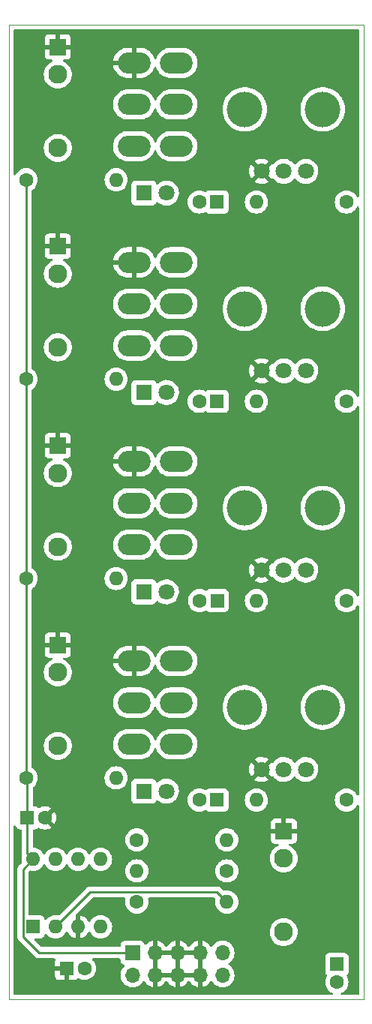
<source format=gbl>
G04 #@! TF.GenerationSoftware,KiCad,Pcbnew,(6.0.0)*
G04 #@! TF.CreationDate,2022-07-06T12:20:20+01:00*
G04 #@! TF.ProjectId,Basic-mixer,42617369-632d-46d6-9978-65722e6b6963,rev?*
G04 #@! TF.SameCoordinates,Original*
G04 #@! TF.FileFunction,Copper,L2,Bot*
G04 #@! TF.FilePolarity,Positive*
%FSLAX46Y46*%
G04 Gerber Fmt 4.6, Leading zero omitted, Abs format (unit mm)*
G04 Created by KiCad (PCBNEW (6.0.0)) date 2022-07-06 12:20:20*
%MOMM*%
%LPD*%
G01*
G04 APERTURE LIST*
G04 #@! TA.AperFunction,Profile*
%ADD10C,0.050000*%
G04 #@! TD*
G04 #@! TA.AperFunction,WasherPad*
%ADD11C,4.000000*%
G04 #@! TD*
G04 #@! TA.AperFunction,ComponentPad*
%ADD12C,1.800000*%
G04 #@! TD*
G04 #@! TA.AperFunction,ComponentPad*
%ADD13R,1.600000X1.600000*%
G04 #@! TD*
G04 #@! TA.AperFunction,ComponentPad*
%ADD14C,1.600000*%
G04 #@! TD*
G04 #@! TA.AperFunction,ComponentPad*
%ADD15O,3.700000X2.400000*%
G04 #@! TD*
G04 #@! TA.AperFunction,ComponentPad*
%ADD16O,1.600000X1.600000*%
G04 #@! TD*
G04 #@! TA.AperFunction,ComponentPad*
%ADD17R,1.800000X1.800000*%
G04 #@! TD*
G04 #@! TA.AperFunction,ComponentPad*
%ADD18R,1.930000X1.830000*%
G04 #@! TD*
G04 #@! TA.AperFunction,ComponentPad*
%ADD19C,2.130000*%
G04 #@! TD*
G04 #@! TA.AperFunction,ComponentPad*
%ADD20R,1.700000X1.700000*%
G04 #@! TD*
G04 #@! TA.AperFunction,ComponentPad*
%ADD21O,1.700000X1.700000*%
G04 #@! TD*
G04 #@! TA.AperFunction,Conductor*
%ADD22C,0.250000*%
G04 #@! TD*
G04 APERTURE END LIST*
D10*
X69999999Y-31000000D02*
X70000000Y-141000000D01*
X30000000Y-31000000D02*
X30000000Y-141000000D01*
X30000000Y-31000000D02*
X69999999Y-31000000D01*
X30000000Y-141000000D02*
X70000000Y-141000000D01*
D11*
X65400000Y-85550000D03*
X56600000Y-85550000D03*
D12*
X63500000Y-92550000D03*
X61000000Y-92550000D03*
X58500000Y-92550000D03*
D11*
X65400000Y-108050000D03*
X56600000Y-108050000D03*
D12*
X63500000Y-115050000D03*
X61000000Y-115050000D03*
X58500000Y-115050000D03*
D13*
X32044888Y-120500000D03*
D14*
X34044888Y-120500000D03*
D15*
X44100000Y-102800000D03*
X44100000Y-107500000D03*
X44100000Y-112200000D03*
X48900000Y-102800000D03*
X48900000Y-107500000D03*
X48900000Y-112200000D03*
D14*
X44420000Y-123000000D03*
D16*
X54580000Y-123000000D03*
D17*
X45225000Y-72500000D03*
D12*
X47765000Y-72500000D03*
D14*
X68080000Y-118500000D03*
D16*
X57920000Y-118500000D03*
D13*
X53500000Y-96000000D03*
D14*
X51500000Y-96000000D03*
X68080000Y-96000000D03*
D16*
X57920000Y-96000000D03*
D11*
X65400000Y-63050000D03*
X56600000Y-63050000D03*
D12*
X63500000Y-70050000D03*
X61000000Y-70050000D03*
X58500000Y-70050000D03*
D14*
X31920000Y-48500000D03*
D16*
X42080000Y-48500000D03*
D14*
X31920000Y-116000000D03*
D16*
X42080000Y-116000000D03*
D17*
X45225000Y-95000000D03*
D12*
X47765000Y-95000000D03*
D14*
X31920000Y-71000000D03*
D16*
X42080000Y-71000000D03*
D13*
X67000000Y-137044887D03*
D14*
X67000000Y-139044887D03*
D18*
X35500000Y-101000000D03*
D19*
X35500000Y-112400000D03*
X35500000Y-104100000D03*
D14*
X44420000Y-130000000D03*
D16*
X54580000Y-130000000D03*
D15*
X44100000Y-35300000D03*
X44100000Y-40000000D03*
X44100000Y-44700000D03*
X48900000Y-35300000D03*
X48900000Y-40000000D03*
X48900000Y-44700000D03*
D11*
X56600000Y-40550000D03*
X65400000Y-40550000D03*
D12*
X63500000Y-47550000D03*
X61000000Y-47550000D03*
X58500000Y-47550000D03*
D14*
X31920000Y-93500000D03*
D16*
X42080000Y-93500000D03*
D17*
X45225000Y-117500000D03*
D12*
X47765000Y-117500000D03*
D14*
X68080000Y-73500000D03*
D16*
X57920000Y-73500000D03*
D13*
X53455112Y-118500000D03*
D14*
X51455112Y-118500000D03*
X68080000Y-51000000D03*
D16*
X57920000Y-51000000D03*
D18*
X35500000Y-56000000D03*
D19*
X35500000Y-67400000D03*
X35500000Y-59100000D03*
D15*
X44100000Y-80300000D03*
X44100000Y-85000000D03*
X44100000Y-89700000D03*
X48900000Y-80300000D03*
X48900000Y-85000000D03*
X48900000Y-89700000D03*
X44100000Y-57800000D03*
X44100000Y-62500000D03*
X44100000Y-67200000D03*
X48900000Y-57800000D03*
X48900000Y-62500000D03*
X48900000Y-67200000D03*
D18*
X35500000Y-33500000D03*
D19*
X35500000Y-44900000D03*
X35500000Y-36600000D03*
D14*
X54580000Y-126500000D03*
D16*
X44420000Y-126500000D03*
D17*
X45225000Y-50000000D03*
D12*
X47765000Y-50000000D03*
D13*
X53455113Y-51000000D03*
D14*
X51455113Y-51000000D03*
D13*
X53455112Y-73500000D03*
D14*
X51455112Y-73500000D03*
D13*
X36500000Y-137500000D03*
D14*
X38500000Y-137500000D03*
D18*
X35500000Y-78500000D03*
D19*
X35500000Y-89900000D03*
X35500000Y-81600000D03*
D13*
X32700000Y-132800000D03*
D16*
X35240000Y-132800000D03*
X37780000Y-132800000D03*
X40320000Y-132800000D03*
X40320000Y-125180000D03*
X37780000Y-125180000D03*
X35240000Y-125180000D03*
X32700000Y-125180000D03*
D18*
X61000000Y-122000000D03*
D19*
X61000000Y-133400000D03*
X61000000Y-125100000D03*
D20*
X43925000Y-135725000D03*
D21*
X43925000Y-138265000D03*
X46465000Y-135725000D03*
X46465000Y-138265000D03*
X49005000Y-135725000D03*
X49005000Y-138265000D03*
X51545000Y-135725000D03*
X51545000Y-138265000D03*
X54085000Y-135725000D03*
X54085000Y-138265000D03*
D22*
X31575489Y-126304511D02*
X32700000Y-125180000D01*
X32044888Y-120500000D02*
X32044888Y-116124888D01*
X32044888Y-116124888D02*
X31920000Y-116000000D01*
X33375978Y-135725000D02*
X31575489Y-133924511D01*
X32044888Y-124524888D02*
X32700000Y-125180000D01*
X31575489Y-133924511D02*
X31575489Y-126304511D01*
X32044888Y-120500000D02*
X32044888Y-124524888D01*
X43925000Y-135725000D02*
X33375978Y-135725000D01*
X31920000Y-71000000D02*
X31920000Y-48500000D01*
X31920000Y-116000000D02*
X31920000Y-93500000D01*
X31920000Y-93500000D02*
X31920000Y-71000000D01*
X39164511Y-128875489D02*
X35240000Y-132800000D01*
X54580000Y-130000000D02*
X53455489Y-128875489D01*
X53455489Y-128875489D02*
X39164511Y-128875489D01*
G04 #@! TA.AperFunction,Conductor*
G36*
X69434120Y-31528002D02*
G01*
X69480613Y-31581658D01*
X69491999Y-31634000D01*
X69491999Y-50363518D01*
X69471997Y-50431639D01*
X69418341Y-50478132D01*
X69348067Y-50488236D01*
X69283487Y-50458742D01*
X69251804Y-50416767D01*
X69219851Y-50348242D01*
X69219847Y-50348236D01*
X69217523Y-50343251D01*
X69086198Y-50155700D01*
X68924300Y-49993802D01*
X68919792Y-49990645D01*
X68919789Y-49990643D01*
X68841611Y-49935902D01*
X68736749Y-49862477D01*
X68731767Y-49860154D01*
X68731762Y-49860151D01*
X68534225Y-49768039D01*
X68534224Y-49768039D01*
X68529243Y-49765716D01*
X68523935Y-49764294D01*
X68523933Y-49764293D01*
X68313402Y-49707881D01*
X68313400Y-49707881D01*
X68308087Y-49706457D01*
X68080000Y-49686502D01*
X67851913Y-49706457D01*
X67846600Y-49707881D01*
X67846598Y-49707881D01*
X67636067Y-49764293D01*
X67636065Y-49764294D01*
X67630757Y-49765716D01*
X67625776Y-49768039D01*
X67625775Y-49768039D01*
X67428238Y-49860151D01*
X67428233Y-49860154D01*
X67423251Y-49862477D01*
X67318389Y-49935902D01*
X67240211Y-49990643D01*
X67240208Y-49990645D01*
X67235700Y-49993802D01*
X67073802Y-50155700D01*
X66942477Y-50343251D01*
X66940154Y-50348233D01*
X66940151Y-50348238D01*
X66857763Y-50524922D01*
X66845716Y-50550757D01*
X66844294Y-50556065D01*
X66844293Y-50556067D01*
X66787881Y-50766598D01*
X66786457Y-50771913D01*
X66766502Y-51000000D01*
X66786457Y-51228087D01*
X66787881Y-51233400D01*
X66787881Y-51233402D01*
X66835527Y-51411216D01*
X66845716Y-51449243D01*
X66848039Y-51454224D01*
X66848039Y-51454225D01*
X66940151Y-51651762D01*
X66940154Y-51651767D01*
X66942477Y-51656749D01*
X67073802Y-51844300D01*
X67235700Y-52006198D01*
X67240208Y-52009355D01*
X67240211Y-52009357D01*
X67281542Y-52038297D01*
X67423251Y-52137523D01*
X67428233Y-52139846D01*
X67428238Y-52139849D01*
X67625775Y-52231961D01*
X67630757Y-52234284D01*
X67636065Y-52235706D01*
X67636067Y-52235707D01*
X67846598Y-52292119D01*
X67846600Y-52292119D01*
X67851913Y-52293543D01*
X68080000Y-52313498D01*
X68308087Y-52293543D01*
X68313400Y-52292119D01*
X68313402Y-52292119D01*
X68523933Y-52235707D01*
X68523935Y-52235706D01*
X68529243Y-52234284D01*
X68534225Y-52231961D01*
X68731762Y-52139849D01*
X68731767Y-52139846D01*
X68736749Y-52137523D01*
X68878458Y-52038297D01*
X68919789Y-52009357D01*
X68919792Y-52009355D01*
X68924300Y-52006198D01*
X69086198Y-51844300D01*
X69217523Y-51656749D01*
X69219847Y-51651764D01*
X69219851Y-51651758D01*
X69251804Y-51583233D01*
X69298721Y-51529947D01*
X69366998Y-51510486D01*
X69434958Y-51531027D01*
X69481024Y-51585050D01*
X69491999Y-51636482D01*
X69491999Y-72863518D01*
X69471997Y-72931639D01*
X69418341Y-72978132D01*
X69348067Y-72988236D01*
X69283487Y-72958742D01*
X69251804Y-72916767D01*
X69219851Y-72848242D01*
X69219847Y-72848236D01*
X69217523Y-72843251D01*
X69086198Y-72655700D01*
X68924300Y-72493802D01*
X68919792Y-72490645D01*
X68919789Y-72490643D01*
X68841611Y-72435902D01*
X68736749Y-72362477D01*
X68731767Y-72360154D01*
X68731762Y-72360151D01*
X68534225Y-72268039D01*
X68534224Y-72268039D01*
X68529243Y-72265716D01*
X68523935Y-72264294D01*
X68523933Y-72264293D01*
X68313402Y-72207881D01*
X68313400Y-72207881D01*
X68308087Y-72206457D01*
X68080000Y-72186502D01*
X67851913Y-72206457D01*
X67846600Y-72207881D01*
X67846598Y-72207881D01*
X67636067Y-72264293D01*
X67636065Y-72264294D01*
X67630757Y-72265716D01*
X67625776Y-72268039D01*
X67625775Y-72268039D01*
X67428238Y-72360151D01*
X67428233Y-72360154D01*
X67423251Y-72362477D01*
X67318389Y-72435902D01*
X67240211Y-72490643D01*
X67240208Y-72490645D01*
X67235700Y-72493802D01*
X67073802Y-72655700D01*
X66942477Y-72843251D01*
X66940154Y-72848233D01*
X66940151Y-72848238D01*
X66857763Y-73024922D01*
X66845716Y-73050757D01*
X66844294Y-73056065D01*
X66844293Y-73056067D01*
X66787881Y-73266598D01*
X66786457Y-73271913D01*
X66766502Y-73500000D01*
X66786457Y-73728087D01*
X66787881Y-73733400D01*
X66787881Y-73733402D01*
X66835527Y-73911216D01*
X66845716Y-73949243D01*
X66848039Y-73954224D01*
X66848039Y-73954225D01*
X66940151Y-74151762D01*
X66940154Y-74151767D01*
X66942477Y-74156749D01*
X67073802Y-74344300D01*
X67235700Y-74506198D01*
X67240208Y-74509355D01*
X67240211Y-74509357D01*
X67281542Y-74538297D01*
X67423251Y-74637523D01*
X67428233Y-74639846D01*
X67428238Y-74639849D01*
X67625775Y-74731961D01*
X67630757Y-74734284D01*
X67636065Y-74735706D01*
X67636067Y-74735707D01*
X67846598Y-74792119D01*
X67846600Y-74792119D01*
X67851913Y-74793543D01*
X68080000Y-74813498D01*
X68308087Y-74793543D01*
X68313400Y-74792119D01*
X68313402Y-74792119D01*
X68523933Y-74735707D01*
X68523935Y-74735706D01*
X68529243Y-74734284D01*
X68534225Y-74731961D01*
X68731762Y-74639849D01*
X68731767Y-74639846D01*
X68736749Y-74637523D01*
X68878458Y-74538297D01*
X68919789Y-74509357D01*
X68919792Y-74509355D01*
X68924300Y-74506198D01*
X69086198Y-74344300D01*
X69217523Y-74156749D01*
X69219847Y-74151764D01*
X69219851Y-74151758D01*
X69251804Y-74083233D01*
X69298721Y-74029947D01*
X69366998Y-74010486D01*
X69434958Y-74031027D01*
X69481024Y-74085050D01*
X69491999Y-74136482D01*
X69492000Y-85906812D01*
X69492000Y-95363519D01*
X69471998Y-95431640D01*
X69418342Y-95478133D01*
X69348068Y-95488237D01*
X69283488Y-95458743D01*
X69251805Y-95416769D01*
X69219849Y-95348238D01*
X69219846Y-95348233D01*
X69217523Y-95343251D01*
X69086198Y-95155700D01*
X68924300Y-94993802D01*
X68919792Y-94990645D01*
X68919789Y-94990643D01*
X68841611Y-94935902D01*
X68736749Y-94862477D01*
X68731767Y-94860154D01*
X68731762Y-94860151D01*
X68534225Y-94768039D01*
X68534224Y-94768039D01*
X68529243Y-94765716D01*
X68523935Y-94764294D01*
X68523933Y-94764293D01*
X68313402Y-94707881D01*
X68313400Y-94707881D01*
X68308087Y-94706457D01*
X68080000Y-94686502D01*
X67851913Y-94706457D01*
X67846600Y-94707881D01*
X67846598Y-94707881D01*
X67636067Y-94764293D01*
X67636065Y-94764294D01*
X67630757Y-94765716D01*
X67625776Y-94768039D01*
X67625775Y-94768039D01*
X67428238Y-94860151D01*
X67428233Y-94860154D01*
X67423251Y-94862477D01*
X67318389Y-94935902D01*
X67240211Y-94990643D01*
X67240208Y-94990645D01*
X67235700Y-94993802D01*
X67073802Y-95155700D01*
X66942477Y-95343251D01*
X66940154Y-95348233D01*
X66940151Y-95348238D01*
X66857763Y-95524922D01*
X66845716Y-95550757D01*
X66844294Y-95556065D01*
X66844293Y-95556067D01*
X66787881Y-95766598D01*
X66786457Y-95771913D01*
X66766502Y-96000000D01*
X66786457Y-96228087D01*
X66787881Y-96233400D01*
X66787881Y-96233402D01*
X66835527Y-96411216D01*
X66845716Y-96449243D01*
X66848039Y-96454224D01*
X66848039Y-96454225D01*
X66940151Y-96651762D01*
X66940154Y-96651767D01*
X66942477Y-96656749D01*
X67073802Y-96844300D01*
X67235700Y-97006198D01*
X67240208Y-97009355D01*
X67240211Y-97009357D01*
X67281542Y-97038297D01*
X67423251Y-97137523D01*
X67428233Y-97139846D01*
X67428238Y-97139849D01*
X67625775Y-97231961D01*
X67630757Y-97234284D01*
X67636065Y-97235706D01*
X67636067Y-97235707D01*
X67846598Y-97292119D01*
X67846600Y-97292119D01*
X67851913Y-97293543D01*
X68080000Y-97313498D01*
X68308087Y-97293543D01*
X68313400Y-97292119D01*
X68313402Y-97292119D01*
X68523933Y-97235707D01*
X68523935Y-97235706D01*
X68529243Y-97234284D01*
X68534225Y-97231961D01*
X68731762Y-97139849D01*
X68731767Y-97139846D01*
X68736749Y-97137523D01*
X68878458Y-97038297D01*
X68919789Y-97009357D01*
X68919792Y-97009355D01*
X68924300Y-97006198D01*
X69086198Y-96844300D01*
X69217523Y-96656749D01*
X69219846Y-96651767D01*
X69219849Y-96651762D01*
X69251805Y-96583231D01*
X69298722Y-96529946D01*
X69367000Y-96510485D01*
X69434959Y-96531027D01*
X69481025Y-96585050D01*
X69492000Y-96636481D01*
X69492000Y-117863519D01*
X69471998Y-117931640D01*
X69418342Y-117978133D01*
X69348068Y-117988237D01*
X69283488Y-117958743D01*
X69251805Y-117916769D01*
X69219849Y-117848238D01*
X69219846Y-117848233D01*
X69217523Y-117843251D01*
X69086198Y-117655700D01*
X68924300Y-117493802D01*
X68919792Y-117490645D01*
X68919789Y-117490643D01*
X68841611Y-117435902D01*
X68736749Y-117362477D01*
X68731767Y-117360154D01*
X68731762Y-117360151D01*
X68534225Y-117268039D01*
X68534224Y-117268039D01*
X68529243Y-117265716D01*
X68523935Y-117264294D01*
X68523933Y-117264293D01*
X68313402Y-117207881D01*
X68313400Y-117207881D01*
X68308087Y-117206457D01*
X68080000Y-117186502D01*
X67851913Y-117206457D01*
X67846600Y-117207881D01*
X67846598Y-117207881D01*
X67636067Y-117264293D01*
X67636065Y-117264294D01*
X67630757Y-117265716D01*
X67625776Y-117268039D01*
X67625775Y-117268039D01*
X67428238Y-117360151D01*
X67428233Y-117360154D01*
X67423251Y-117362477D01*
X67318389Y-117435902D01*
X67240211Y-117490643D01*
X67240208Y-117490645D01*
X67235700Y-117493802D01*
X67073802Y-117655700D01*
X66942477Y-117843251D01*
X66940154Y-117848233D01*
X66940151Y-117848238D01*
X66857763Y-118024922D01*
X66845716Y-118050757D01*
X66844294Y-118056065D01*
X66844293Y-118056067D01*
X66787881Y-118266598D01*
X66786457Y-118271913D01*
X66766502Y-118500000D01*
X66786457Y-118728087D01*
X66787881Y-118733400D01*
X66787881Y-118733402D01*
X66835527Y-118911216D01*
X66845716Y-118949243D01*
X66848039Y-118954224D01*
X66848039Y-118954225D01*
X66940151Y-119151762D01*
X66940154Y-119151767D01*
X66942477Y-119156749D01*
X66977294Y-119206472D01*
X67068508Y-119336739D01*
X67073802Y-119344300D01*
X67235700Y-119506198D01*
X67240208Y-119509355D01*
X67240211Y-119509357D01*
X67258090Y-119521876D01*
X67423251Y-119637523D01*
X67428233Y-119639846D01*
X67428238Y-119639849D01*
X67625775Y-119731961D01*
X67630757Y-119734284D01*
X67636065Y-119735706D01*
X67636067Y-119735707D01*
X67846598Y-119792119D01*
X67846600Y-119792119D01*
X67851913Y-119793543D01*
X68080000Y-119813498D01*
X68308087Y-119793543D01*
X68313400Y-119792119D01*
X68313402Y-119792119D01*
X68523933Y-119735707D01*
X68523935Y-119735706D01*
X68529243Y-119734284D01*
X68534225Y-119731961D01*
X68731762Y-119639849D01*
X68731767Y-119639846D01*
X68736749Y-119637523D01*
X68901910Y-119521876D01*
X68919789Y-119509357D01*
X68919792Y-119509355D01*
X68924300Y-119506198D01*
X69086198Y-119344300D01*
X69091493Y-119336739D01*
X69182706Y-119206472D01*
X69217523Y-119156749D01*
X69219846Y-119151767D01*
X69219849Y-119151762D01*
X69251805Y-119083231D01*
X69298722Y-119029946D01*
X69367000Y-119010485D01*
X69434959Y-119031027D01*
X69481025Y-119085050D01*
X69492000Y-119136481D01*
X69492000Y-140366000D01*
X69471998Y-140434121D01*
X69418342Y-140480614D01*
X69366000Y-140492000D01*
X67561180Y-140492000D01*
X67493059Y-140471998D01*
X67446566Y-140418342D01*
X67436462Y-140348068D01*
X67465956Y-140283488D01*
X67507930Y-140251805D01*
X67651762Y-140184736D01*
X67651767Y-140184733D01*
X67656749Y-140182410D01*
X67761611Y-140108985D01*
X67839789Y-140054244D01*
X67839792Y-140054242D01*
X67844300Y-140051085D01*
X68006198Y-139889187D01*
X68137523Y-139701636D01*
X68139846Y-139696654D01*
X68139849Y-139696649D01*
X68231961Y-139499112D01*
X68231961Y-139499111D01*
X68234284Y-139494130D01*
X68250808Y-139432464D01*
X68292119Y-139278289D01*
X68292119Y-139278287D01*
X68293543Y-139272974D01*
X68313498Y-139044887D01*
X68293543Y-138816800D01*
X68289986Y-138803525D01*
X68235707Y-138600954D01*
X68235706Y-138600952D01*
X68234284Y-138595644D01*
X68204862Y-138532548D01*
X68139849Y-138393125D01*
X68139846Y-138393120D01*
X68137523Y-138388138D01*
X68133705Y-138382685D01*
X68133541Y-138382201D01*
X68131617Y-138378868D01*
X68132287Y-138378481D01*
X68111012Y-138315413D01*
X68128293Y-138246552D01*
X68151002Y-138221150D01*
X68149731Y-138219879D01*
X68156081Y-138213529D01*
X68163261Y-138208148D01*
X68250615Y-138091592D01*
X68301745Y-137955203D01*
X68308500Y-137893021D01*
X68308500Y-136196753D01*
X68301745Y-136134571D01*
X68250615Y-135998182D01*
X68163261Y-135881626D01*
X68046705Y-135794272D01*
X67910316Y-135743142D01*
X67848134Y-135736387D01*
X66151866Y-135736387D01*
X66089684Y-135743142D01*
X65953295Y-135794272D01*
X65836739Y-135881626D01*
X65749385Y-135998182D01*
X65698255Y-136134571D01*
X65691500Y-136196753D01*
X65691500Y-137893021D01*
X65698255Y-137955203D01*
X65749385Y-138091592D01*
X65836739Y-138208148D01*
X65843919Y-138213529D01*
X65850269Y-138219879D01*
X65848029Y-138222119D01*
X65881171Y-138266452D01*
X65886190Y-138337271D01*
X65868051Y-138378677D01*
X65868383Y-138378868D01*
X65866661Y-138381851D01*
X65866296Y-138382684D01*
X65862477Y-138388138D01*
X65860154Y-138393120D01*
X65860151Y-138393125D01*
X65795138Y-138532548D01*
X65765716Y-138595644D01*
X65764294Y-138600952D01*
X65764293Y-138600954D01*
X65710014Y-138803525D01*
X65706457Y-138816800D01*
X65686502Y-139044887D01*
X65706457Y-139272974D01*
X65707881Y-139278287D01*
X65707881Y-139278289D01*
X65749193Y-139432464D01*
X65765716Y-139494130D01*
X65768039Y-139499111D01*
X65768039Y-139499112D01*
X65860151Y-139696649D01*
X65860154Y-139696654D01*
X65862477Y-139701636D01*
X65993802Y-139889187D01*
X66155700Y-140051085D01*
X66160208Y-140054242D01*
X66160211Y-140054244D01*
X66238389Y-140108985D01*
X66343251Y-140182410D01*
X66348233Y-140184733D01*
X66348238Y-140184736D01*
X66492070Y-140251805D01*
X66545355Y-140298722D01*
X66564816Y-140366999D01*
X66544274Y-140434959D01*
X66490252Y-140481025D01*
X66438820Y-140492000D01*
X30634000Y-140492000D01*
X30565879Y-140471998D01*
X30519386Y-140418342D01*
X30508000Y-140366000D01*
X30508000Y-138344669D01*
X35192001Y-138344669D01*
X35192371Y-138351490D01*
X35197895Y-138402352D01*
X35201521Y-138417604D01*
X35246676Y-138538054D01*
X35255214Y-138553649D01*
X35331715Y-138655724D01*
X35344276Y-138668285D01*
X35446351Y-138744786D01*
X35461946Y-138753324D01*
X35582394Y-138798478D01*
X35597649Y-138802105D01*
X35648514Y-138807631D01*
X35655328Y-138808000D01*
X36227885Y-138808000D01*
X36243124Y-138803525D01*
X36244329Y-138802135D01*
X36246000Y-138794452D01*
X36246000Y-137772115D01*
X36241525Y-137756876D01*
X36240135Y-137755671D01*
X36232452Y-137754000D01*
X35210116Y-137754000D01*
X35194877Y-137758475D01*
X35193672Y-137759865D01*
X35192001Y-137767548D01*
X35192001Y-138344669D01*
X30508000Y-138344669D01*
X30508000Y-121478124D01*
X30528002Y-121410003D01*
X30581658Y-121363510D01*
X30651932Y-121353406D01*
X30716512Y-121382900D01*
X30751982Y-121433894D01*
X30794273Y-121546705D01*
X30881627Y-121663261D01*
X30998183Y-121750615D01*
X31134572Y-121801745D01*
X31196754Y-121808500D01*
X31285388Y-121808500D01*
X31353509Y-121828502D01*
X31400002Y-121882158D01*
X31411388Y-121934500D01*
X31411388Y-124446121D01*
X31410861Y-124457304D01*
X31409186Y-124464797D01*
X31409435Y-124472723D01*
X31409435Y-124472724D01*
X31411326Y-124532874D01*
X31411388Y-124536833D01*
X31411388Y-124564744D01*
X31411885Y-124568678D01*
X31411885Y-124568679D01*
X31411893Y-124568744D01*
X31412826Y-124580581D01*
X31414215Y-124624777D01*
X31419866Y-124644227D01*
X31423875Y-124663588D01*
X31426414Y-124683685D01*
X31429332Y-124691055D01*
X31442035Y-124723139D01*
X31448514Y-124793839D01*
X31446590Y-124802134D01*
X31432937Y-124853089D01*
X31406457Y-124951913D01*
X31386502Y-125180000D01*
X31406457Y-125408087D01*
X31407879Y-125413392D01*
X31407881Y-125413406D01*
X31423459Y-125471539D01*
X31421771Y-125542516D01*
X31390848Y-125593248D01*
X31183231Y-125800864D01*
X31174952Y-125808398D01*
X31168471Y-125812511D01*
X31121846Y-125862162D01*
X31119091Y-125865004D01*
X31099354Y-125884741D01*
X31096874Y-125887938D01*
X31089171Y-125896958D01*
X31058903Y-125929190D01*
X31055084Y-125936136D01*
X31055082Y-125936139D01*
X31049141Y-125946945D01*
X31038290Y-125963464D01*
X31025875Y-125979470D01*
X31022730Y-125986739D01*
X31022727Y-125986743D01*
X31008315Y-126020048D01*
X31003098Y-126030698D01*
X30981794Y-126069451D01*
X30979823Y-126077126D01*
X30979823Y-126077127D01*
X30976756Y-126089073D01*
X30970352Y-126107777D01*
X30962308Y-126126366D01*
X30961069Y-126134189D01*
X30961066Y-126134199D01*
X30955390Y-126170035D01*
X30952984Y-126181655D01*
X30951818Y-126186198D01*
X30941989Y-126224481D01*
X30941989Y-126244735D01*
X30940438Y-126264445D01*
X30937269Y-126284454D01*
X30938015Y-126292346D01*
X30941430Y-126328472D01*
X30941989Y-126340330D01*
X30941989Y-133845744D01*
X30941462Y-133856927D01*
X30939787Y-133864420D01*
X30940036Y-133872346D01*
X30940036Y-133872347D01*
X30941927Y-133932497D01*
X30941989Y-133936456D01*
X30941989Y-133964367D01*
X30942486Y-133968301D01*
X30942486Y-133968302D01*
X30942494Y-133968367D01*
X30943427Y-133980204D01*
X30944816Y-134024400D01*
X30950467Y-134043850D01*
X30954476Y-134063211D01*
X30957015Y-134083308D01*
X30959934Y-134090679D01*
X30959934Y-134090681D01*
X30973293Y-134124423D01*
X30977138Y-134135653D01*
X30989471Y-134178104D01*
X30993504Y-134184923D01*
X30993506Y-134184928D01*
X30999782Y-134195539D01*
X31008477Y-134213287D01*
X31015937Y-134232128D01*
X31020599Y-134238544D01*
X31020599Y-134238545D01*
X31041925Y-134267898D01*
X31048441Y-134277818D01*
X31070947Y-134315873D01*
X31085268Y-134330194D01*
X31098108Y-134345227D01*
X31110017Y-134361618D01*
X31118699Y-134368800D01*
X31144094Y-134389809D01*
X31152873Y-134397799D01*
X32872326Y-136117253D01*
X32879866Y-136125539D01*
X32883978Y-136132018D01*
X32889755Y-136137443D01*
X32933629Y-136178643D01*
X32936471Y-136181398D01*
X32956208Y-136201135D01*
X32959405Y-136203615D01*
X32968425Y-136211318D01*
X33000657Y-136241586D01*
X33007603Y-136245405D01*
X33007606Y-136245407D01*
X33018412Y-136251348D01*
X33034931Y-136262199D01*
X33050937Y-136274614D01*
X33058206Y-136277759D01*
X33058210Y-136277762D01*
X33091515Y-136292174D01*
X33102165Y-136297391D01*
X33140918Y-136318695D01*
X33148593Y-136320666D01*
X33148594Y-136320666D01*
X33160540Y-136323733D01*
X33179245Y-136330137D01*
X33197833Y-136338181D01*
X33205656Y-136339420D01*
X33205666Y-136339423D01*
X33241502Y-136345099D01*
X33253122Y-136347505D01*
X33288267Y-136356528D01*
X33295948Y-136358500D01*
X33316202Y-136358500D01*
X33335912Y-136360051D01*
X33355921Y-136363220D01*
X33363813Y-136362474D01*
X33399939Y-136359059D01*
X33411797Y-136358500D01*
X35103658Y-136358500D01*
X35171779Y-136378502D01*
X35218272Y-136432158D01*
X35228376Y-136502432D01*
X35221640Y-136528730D01*
X35201522Y-136582395D01*
X35197895Y-136597649D01*
X35192369Y-136648514D01*
X35192000Y-136655328D01*
X35192000Y-137227885D01*
X35196475Y-137243124D01*
X35197865Y-137244329D01*
X35205548Y-137246000D01*
X36628000Y-137246000D01*
X36696121Y-137266002D01*
X36742614Y-137319658D01*
X36754000Y-137372000D01*
X36754000Y-138789884D01*
X36758475Y-138805123D01*
X36759865Y-138806328D01*
X36767548Y-138807999D01*
X37344669Y-138807999D01*
X37351490Y-138807629D01*
X37402352Y-138802105D01*
X37417604Y-138798479D01*
X37538054Y-138753324D01*
X37553649Y-138744786D01*
X37655724Y-138668285D01*
X37674636Y-138649373D01*
X37676894Y-138651631D01*
X37721154Y-138618543D01*
X37791973Y-138613524D01*
X37833840Y-138631861D01*
X37833981Y-138631617D01*
X37836177Y-138632885D01*
X37837376Y-138633410D01*
X37838738Y-138634363D01*
X37843251Y-138637523D01*
X37848233Y-138639846D01*
X37848238Y-138639849D01*
X38045775Y-138731961D01*
X38050757Y-138734284D01*
X38056065Y-138735706D01*
X38056067Y-138735707D01*
X38266598Y-138792119D01*
X38266600Y-138792119D01*
X38271913Y-138793543D01*
X38500000Y-138813498D01*
X38728087Y-138793543D01*
X38733400Y-138792119D01*
X38733402Y-138792119D01*
X38943933Y-138735707D01*
X38943935Y-138735706D01*
X38949243Y-138734284D01*
X38954225Y-138731961D01*
X39151762Y-138639849D01*
X39151767Y-138639846D01*
X39156749Y-138637523D01*
X39276533Y-138553649D01*
X39339789Y-138509357D01*
X39339792Y-138509355D01*
X39344300Y-138506198D01*
X39506198Y-138344300D01*
X39512775Y-138334908D01*
X39634366Y-138161257D01*
X39637523Y-138156749D01*
X39639846Y-138151767D01*
X39639849Y-138151762D01*
X39731961Y-137954225D01*
X39731961Y-137954224D01*
X39734284Y-137949243D01*
X39750265Y-137889604D01*
X39792119Y-137733402D01*
X39792119Y-137733400D01*
X39793543Y-137728087D01*
X39813498Y-137500000D01*
X39793543Y-137271913D01*
X39787604Y-137249748D01*
X39735707Y-137056067D01*
X39735706Y-137056065D01*
X39734284Y-137050757D01*
X39731961Y-137045775D01*
X39639849Y-136848238D01*
X39639846Y-136848233D01*
X39637523Y-136843251D01*
X39532116Y-136692715D01*
X39509357Y-136660211D01*
X39509355Y-136660208D01*
X39506198Y-136655700D01*
X39424093Y-136573595D01*
X39390067Y-136511283D01*
X39395132Y-136440468D01*
X39437679Y-136383632D01*
X39504199Y-136358821D01*
X39513188Y-136358500D01*
X42440500Y-136358500D01*
X42508621Y-136378502D01*
X42555114Y-136432158D01*
X42566500Y-136484500D01*
X42566500Y-136623134D01*
X42573255Y-136685316D01*
X42624385Y-136821705D01*
X42711739Y-136938261D01*
X42828295Y-137025615D01*
X42836704Y-137028767D01*
X42836705Y-137028768D01*
X42945451Y-137069535D01*
X43002216Y-137112176D01*
X43026916Y-137178738D01*
X43011709Y-137248087D01*
X42992316Y-137274568D01*
X42865629Y-137407138D01*
X42862715Y-137411410D01*
X42862714Y-137411411D01*
X42850409Y-137429450D01*
X42739743Y-137591680D01*
X42724003Y-137625590D01*
X42662320Y-137758475D01*
X42645688Y-137794305D01*
X42585989Y-138009570D01*
X42562251Y-138231695D01*
X42562548Y-138236848D01*
X42562548Y-138236851D01*
X42568765Y-138344669D01*
X42575110Y-138454715D01*
X42576247Y-138459761D01*
X42576248Y-138459767D01*
X42596119Y-138547939D01*
X42624222Y-138672639D01*
X42708266Y-138879616D01*
X42735686Y-138924362D01*
X42822291Y-139065688D01*
X42824987Y-139070088D01*
X42971250Y-139238938D01*
X43143126Y-139381632D01*
X43336000Y-139494338D01*
X43544692Y-139574030D01*
X43549760Y-139575061D01*
X43549763Y-139575062D01*
X43644862Y-139594410D01*
X43763597Y-139618567D01*
X43768772Y-139618757D01*
X43768774Y-139618757D01*
X43981673Y-139626564D01*
X43981677Y-139626564D01*
X43986837Y-139626753D01*
X43991957Y-139626097D01*
X43991959Y-139626097D01*
X44203288Y-139599025D01*
X44203289Y-139599025D01*
X44208416Y-139598368D01*
X44213366Y-139596883D01*
X44417429Y-139535661D01*
X44417434Y-139535659D01*
X44422384Y-139534174D01*
X44622994Y-139435896D01*
X44804860Y-139306173D01*
X44843675Y-139267494D01*
X44959435Y-139152137D01*
X44963096Y-139148489D01*
X45022594Y-139065689D01*
X45093453Y-138967077D01*
X45094640Y-138967930D01*
X45141960Y-138924362D01*
X45211897Y-138912145D01*
X45277338Y-138939678D01*
X45305166Y-138971511D01*
X45362694Y-139065388D01*
X45368777Y-139073699D01*
X45508213Y-139234667D01*
X45515580Y-139241883D01*
X45679434Y-139377916D01*
X45687881Y-139383831D01*
X45871756Y-139491279D01*
X45881042Y-139495729D01*
X46080001Y-139571703D01*
X46089899Y-139574579D01*
X46193250Y-139595606D01*
X46207299Y-139594410D01*
X46211000Y-139584065D01*
X46211000Y-139583517D01*
X46719000Y-139583517D01*
X46723064Y-139597359D01*
X46736478Y-139599393D01*
X46743184Y-139598534D01*
X46753262Y-139596392D01*
X46957255Y-139535191D01*
X46966842Y-139531433D01*
X47158095Y-139437739D01*
X47166945Y-139432464D01*
X47340328Y-139308792D01*
X47348200Y-139302139D01*
X47499052Y-139151812D01*
X47505730Y-139143965D01*
X47633022Y-138966819D01*
X47634147Y-138967627D01*
X47681669Y-138923876D01*
X47751607Y-138911661D01*
X47817046Y-138939197D01*
X47844870Y-138971028D01*
X47902690Y-139065383D01*
X47908777Y-139073699D01*
X48048213Y-139234667D01*
X48055580Y-139241883D01*
X48219434Y-139377916D01*
X48227881Y-139383831D01*
X48411756Y-139491279D01*
X48421042Y-139495729D01*
X48620001Y-139571703D01*
X48629899Y-139574579D01*
X48733250Y-139595606D01*
X48747299Y-139594410D01*
X48751000Y-139584065D01*
X48751000Y-139583517D01*
X49259000Y-139583517D01*
X49263064Y-139597359D01*
X49276478Y-139599393D01*
X49283184Y-139598534D01*
X49293262Y-139596392D01*
X49497255Y-139535191D01*
X49506842Y-139531433D01*
X49698095Y-139437739D01*
X49706945Y-139432464D01*
X49880328Y-139308792D01*
X49888200Y-139302139D01*
X50039052Y-139151812D01*
X50045730Y-139143965D01*
X50173022Y-138966819D01*
X50174147Y-138967627D01*
X50221669Y-138923876D01*
X50291607Y-138911661D01*
X50357046Y-138939197D01*
X50384870Y-138971028D01*
X50442690Y-139065383D01*
X50448777Y-139073699D01*
X50588213Y-139234667D01*
X50595580Y-139241883D01*
X50759434Y-139377916D01*
X50767881Y-139383831D01*
X50951756Y-139491279D01*
X50961042Y-139495729D01*
X51160001Y-139571703D01*
X51169899Y-139574579D01*
X51273250Y-139595606D01*
X51287299Y-139594410D01*
X51291000Y-139584065D01*
X51291000Y-139583517D01*
X51799000Y-139583517D01*
X51803064Y-139597359D01*
X51816478Y-139599393D01*
X51823184Y-139598534D01*
X51833262Y-139596392D01*
X52037255Y-139535191D01*
X52046842Y-139531433D01*
X52238095Y-139437739D01*
X52246945Y-139432464D01*
X52420328Y-139308792D01*
X52428200Y-139302139D01*
X52579052Y-139151812D01*
X52585730Y-139143965D01*
X52713022Y-138966819D01*
X52714279Y-138967722D01*
X52761373Y-138924362D01*
X52831311Y-138912145D01*
X52896751Y-138939678D01*
X52924579Y-138971511D01*
X52984987Y-139070088D01*
X53131250Y-139238938D01*
X53303126Y-139381632D01*
X53496000Y-139494338D01*
X53704692Y-139574030D01*
X53709760Y-139575061D01*
X53709763Y-139575062D01*
X53804862Y-139594410D01*
X53923597Y-139618567D01*
X53928772Y-139618757D01*
X53928774Y-139618757D01*
X54141673Y-139626564D01*
X54141677Y-139626564D01*
X54146837Y-139626753D01*
X54151957Y-139626097D01*
X54151959Y-139626097D01*
X54363288Y-139599025D01*
X54363289Y-139599025D01*
X54368416Y-139598368D01*
X54373366Y-139596883D01*
X54577429Y-139535661D01*
X54577434Y-139535659D01*
X54582384Y-139534174D01*
X54782994Y-139435896D01*
X54964860Y-139306173D01*
X55003675Y-139267494D01*
X55119435Y-139152137D01*
X55123096Y-139148489D01*
X55182594Y-139065689D01*
X55250435Y-138971277D01*
X55253453Y-138967077D01*
X55266995Y-138939678D01*
X55350136Y-138771453D01*
X55350137Y-138771451D01*
X55352430Y-138766811D01*
X55417370Y-138553069D01*
X55446529Y-138331590D01*
X55446924Y-138315413D01*
X55448074Y-138268365D01*
X55448074Y-138268361D01*
X55448156Y-138265000D01*
X55429852Y-138042361D01*
X55375431Y-137825702D01*
X55286354Y-137620840D01*
X55165014Y-137433277D01*
X55014670Y-137268051D01*
X55010619Y-137264852D01*
X55010615Y-137264848D01*
X54843414Y-137132800D01*
X54843410Y-137132798D01*
X54839359Y-137129598D01*
X54798053Y-137106796D01*
X54748084Y-137056364D01*
X54733312Y-136986921D01*
X54758428Y-136920516D01*
X54785780Y-136893909D01*
X54849808Y-136848238D01*
X54964860Y-136766173D01*
X55123096Y-136608489D01*
X55205507Y-136493802D01*
X55250435Y-136431277D01*
X55253453Y-136427077D01*
X55266995Y-136399678D01*
X55350136Y-136231453D01*
X55350137Y-136231451D01*
X55352430Y-136226811D01*
X55417370Y-136013069D01*
X55446529Y-135791590D01*
X55448156Y-135725000D01*
X55429852Y-135502361D01*
X55375431Y-135285702D01*
X55286354Y-135080840D01*
X55211737Y-134965500D01*
X55167822Y-134897617D01*
X55167820Y-134897614D01*
X55165014Y-134893277D01*
X55014670Y-134728051D01*
X55010619Y-134724852D01*
X55010615Y-134724848D01*
X54843414Y-134592800D01*
X54843410Y-134592798D01*
X54839359Y-134589598D01*
X54803028Y-134569542D01*
X54711979Y-134519281D01*
X54643789Y-134481638D01*
X54638920Y-134479914D01*
X54638916Y-134479912D01*
X54438087Y-134408795D01*
X54438083Y-134408794D01*
X54433212Y-134407069D01*
X54428119Y-134406162D01*
X54428116Y-134406161D01*
X54218373Y-134368800D01*
X54218367Y-134368799D01*
X54213284Y-134367894D01*
X54139452Y-134366992D01*
X53995081Y-134365228D01*
X53995079Y-134365228D01*
X53989911Y-134365165D01*
X53769091Y-134398955D01*
X53556756Y-134468357D01*
X53358607Y-134571507D01*
X53354474Y-134574610D01*
X53354471Y-134574612D01*
X53218203Y-134676925D01*
X53179965Y-134705635D01*
X53025629Y-134867138D01*
X53022715Y-134871410D01*
X53022714Y-134871411D01*
X52971153Y-134946997D01*
X52919337Y-135022957D01*
X52917898Y-135025066D01*
X52862987Y-135070069D01*
X52792462Y-135078240D01*
X52728715Y-135046986D01*
X52708018Y-135022502D01*
X52627426Y-134897926D01*
X52621136Y-134889757D01*
X52477806Y-134732240D01*
X52470273Y-134725215D01*
X52303139Y-134593222D01*
X52294552Y-134587517D01*
X52108117Y-134484599D01*
X52098705Y-134480369D01*
X51897959Y-134409280D01*
X51887988Y-134406646D01*
X51816837Y-134393972D01*
X51803540Y-134395432D01*
X51799000Y-134409989D01*
X51799000Y-139583517D01*
X51291000Y-139583517D01*
X51291000Y-138537115D01*
X51286525Y-138521876D01*
X51285135Y-138520671D01*
X51277452Y-138519000D01*
X49277115Y-138519000D01*
X49261876Y-138523475D01*
X49260671Y-138524865D01*
X49259000Y-138532548D01*
X49259000Y-139583517D01*
X48751000Y-139583517D01*
X48751000Y-138537115D01*
X48746525Y-138521876D01*
X48745135Y-138520671D01*
X48737452Y-138519000D01*
X46737115Y-138519000D01*
X46721876Y-138523475D01*
X46720671Y-138524865D01*
X46719000Y-138532548D01*
X46719000Y-139583517D01*
X46211000Y-139583517D01*
X46211000Y-137992885D01*
X46719000Y-137992885D01*
X46723475Y-138008124D01*
X46724865Y-138009329D01*
X46732548Y-138011000D01*
X48732885Y-138011000D01*
X48748124Y-138006525D01*
X48749329Y-138005135D01*
X48751000Y-137997452D01*
X48751000Y-137992885D01*
X49259000Y-137992885D01*
X49263475Y-138008124D01*
X49264865Y-138009329D01*
X49272548Y-138011000D01*
X51272885Y-138011000D01*
X51288124Y-138006525D01*
X51289329Y-138005135D01*
X51291000Y-137997452D01*
X51291000Y-135997115D01*
X51286525Y-135981876D01*
X51285135Y-135980671D01*
X51277452Y-135979000D01*
X49277115Y-135979000D01*
X49261876Y-135983475D01*
X49260671Y-135984865D01*
X49259000Y-135992548D01*
X49259000Y-137992885D01*
X48751000Y-137992885D01*
X48751000Y-135997115D01*
X48746525Y-135981876D01*
X48745135Y-135980671D01*
X48737452Y-135979000D01*
X46737115Y-135979000D01*
X46721876Y-135983475D01*
X46720671Y-135984865D01*
X46719000Y-135992548D01*
X46719000Y-137992885D01*
X46211000Y-137992885D01*
X46211000Y-135452885D01*
X46719000Y-135452885D01*
X46723475Y-135468124D01*
X46724865Y-135469329D01*
X46732548Y-135471000D01*
X48732885Y-135471000D01*
X48748124Y-135466525D01*
X48749329Y-135465135D01*
X48751000Y-135457452D01*
X48751000Y-135452885D01*
X49259000Y-135452885D01*
X49263475Y-135468124D01*
X49264865Y-135469329D01*
X49272548Y-135471000D01*
X51272885Y-135471000D01*
X51288124Y-135466525D01*
X51289329Y-135465135D01*
X51291000Y-135457452D01*
X51291000Y-134408102D01*
X51287082Y-134394758D01*
X51272806Y-134392771D01*
X51234324Y-134398660D01*
X51224288Y-134401051D01*
X51021868Y-134467212D01*
X51012359Y-134471209D01*
X50823463Y-134569542D01*
X50814738Y-134575036D01*
X50644433Y-134702905D01*
X50636726Y-134709748D01*
X50489590Y-134863717D01*
X50483104Y-134871727D01*
X50378193Y-135025521D01*
X50323282Y-135070524D01*
X50252757Y-135078695D01*
X50189010Y-135047441D01*
X50168313Y-135022957D01*
X50087427Y-134897926D01*
X50081136Y-134889757D01*
X49937806Y-134732240D01*
X49930273Y-134725215D01*
X49763139Y-134593222D01*
X49754552Y-134587517D01*
X49568117Y-134484599D01*
X49558705Y-134480369D01*
X49357959Y-134409280D01*
X49347988Y-134406646D01*
X49276837Y-134393972D01*
X49263540Y-134395432D01*
X49259000Y-134409989D01*
X49259000Y-135452885D01*
X48751000Y-135452885D01*
X48751000Y-134408102D01*
X48747082Y-134394758D01*
X48732806Y-134392771D01*
X48694324Y-134398660D01*
X48684288Y-134401051D01*
X48481868Y-134467212D01*
X48472359Y-134471209D01*
X48283463Y-134569542D01*
X48274738Y-134575036D01*
X48104433Y-134702905D01*
X48096726Y-134709748D01*
X47949590Y-134863717D01*
X47943104Y-134871727D01*
X47838193Y-135025521D01*
X47783282Y-135070524D01*
X47712757Y-135078695D01*
X47649010Y-135047441D01*
X47628313Y-135022957D01*
X47547427Y-134897926D01*
X47541136Y-134889757D01*
X47397806Y-134732240D01*
X47390273Y-134725215D01*
X47223139Y-134593222D01*
X47214552Y-134587517D01*
X47028117Y-134484599D01*
X47018705Y-134480369D01*
X46817959Y-134409280D01*
X46807988Y-134406646D01*
X46736837Y-134393972D01*
X46723540Y-134395432D01*
X46719000Y-134409989D01*
X46719000Y-135452885D01*
X46211000Y-135452885D01*
X46211000Y-134408102D01*
X46207082Y-134394758D01*
X46192806Y-134392771D01*
X46154324Y-134398660D01*
X46144288Y-134401051D01*
X45941868Y-134467212D01*
X45932359Y-134471209D01*
X45743463Y-134569542D01*
X45734738Y-134575036D01*
X45564433Y-134702905D01*
X45556726Y-134709748D01*
X45479478Y-134790584D01*
X45417954Y-134826014D01*
X45347042Y-134822557D01*
X45289255Y-134781311D01*
X45270402Y-134747763D01*
X45228767Y-134636703D01*
X45225615Y-134628295D01*
X45138261Y-134511739D01*
X45021705Y-134424385D01*
X44885316Y-134373255D01*
X44823134Y-134366500D01*
X43026866Y-134366500D01*
X42964684Y-134373255D01*
X42828295Y-134424385D01*
X42711739Y-134511739D01*
X42624385Y-134628295D01*
X42573255Y-134764684D01*
X42566500Y-134826866D01*
X42566500Y-134965500D01*
X42546498Y-135033621D01*
X42492842Y-135080114D01*
X42440500Y-135091500D01*
X33690572Y-135091500D01*
X33622451Y-135071498D01*
X33601481Y-135054599D01*
X32870476Y-134323593D01*
X32836452Y-134261283D01*
X32841517Y-134190467D01*
X32884064Y-134133632D01*
X32950584Y-134108821D01*
X32959573Y-134108500D01*
X33548134Y-134108500D01*
X33610316Y-134101745D01*
X33746705Y-134050615D01*
X33863261Y-133963261D01*
X33950615Y-133846705D01*
X34001745Y-133710316D01*
X34002917Y-133699526D01*
X34003803Y-133697394D01*
X34004425Y-133694778D01*
X34004848Y-133694879D01*
X34030155Y-133633965D01*
X34088517Y-133593537D01*
X34159471Y-133591078D01*
X34220490Y-133627371D01*
X34227489Y-133636031D01*
X34230643Y-133639789D01*
X34233802Y-133644300D01*
X34395700Y-133806198D01*
X34400208Y-133809355D01*
X34400211Y-133809357D01*
X34441542Y-133838297D01*
X34583251Y-133937523D01*
X34588233Y-133939846D01*
X34588238Y-133939849D01*
X34784765Y-134031490D01*
X34790757Y-134034284D01*
X34796065Y-134035706D01*
X34796067Y-134035707D01*
X35006598Y-134092119D01*
X35006600Y-134092119D01*
X35011913Y-134093543D01*
X35240000Y-134113498D01*
X35468087Y-134093543D01*
X35473400Y-134092119D01*
X35473402Y-134092119D01*
X35683933Y-134035707D01*
X35683935Y-134035706D01*
X35689243Y-134034284D01*
X35695235Y-134031490D01*
X35891762Y-133939849D01*
X35891767Y-133939846D01*
X35896749Y-133937523D01*
X36038458Y-133838297D01*
X36079789Y-133809357D01*
X36079792Y-133809355D01*
X36084300Y-133806198D01*
X36246198Y-133644300D01*
X36377523Y-133456749D01*
X36379846Y-133451767D01*
X36379849Y-133451762D01*
X36396081Y-133416951D01*
X36442998Y-133363666D01*
X36511275Y-133344205D01*
X36579235Y-133364747D01*
X36624471Y-133416951D01*
X36640586Y-133451511D01*
X36646069Y-133461007D01*
X36771028Y-133639467D01*
X36778084Y-133647875D01*
X36932125Y-133801916D01*
X36940533Y-133808972D01*
X37118993Y-133933931D01*
X37128489Y-133939414D01*
X37325947Y-134031490D01*
X37336239Y-134035236D01*
X37508503Y-134081394D01*
X37522599Y-134081058D01*
X37526000Y-134073116D01*
X37526000Y-134067967D01*
X38034000Y-134067967D01*
X38037973Y-134081498D01*
X38046522Y-134082727D01*
X38223761Y-134035236D01*
X38234053Y-134031490D01*
X38431511Y-133939414D01*
X38441007Y-133933931D01*
X38619467Y-133808972D01*
X38627875Y-133801916D01*
X38781916Y-133647875D01*
X38788972Y-133639467D01*
X38913931Y-133461007D01*
X38919414Y-133451511D01*
X38935529Y-133416951D01*
X38982446Y-133363666D01*
X39050723Y-133344205D01*
X39118683Y-133364747D01*
X39163919Y-133416951D01*
X39180151Y-133451762D01*
X39180154Y-133451767D01*
X39182477Y-133456749D01*
X39313802Y-133644300D01*
X39475700Y-133806198D01*
X39480208Y-133809355D01*
X39480211Y-133809357D01*
X39521542Y-133838297D01*
X39663251Y-133937523D01*
X39668233Y-133939846D01*
X39668238Y-133939849D01*
X39864765Y-134031490D01*
X39870757Y-134034284D01*
X39876065Y-134035706D01*
X39876067Y-134035707D01*
X40086598Y-134092119D01*
X40086600Y-134092119D01*
X40091913Y-134093543D01*
X40320000Y-134113498D01*
X40548087Y-134093543D01*
X40553400Y-134092119D01*
X40553402Y-134092119D01*
X40763933Y-134035707D01*
X40763935Y-134035706D01*
X40769243Y-134034284D01*
X40775235Y-134031490D01*
X40971762Y-133939849D01*
X40971767Y-133939846D01*
X40976749Y-133937523D01*
X41118458Y-133838297D01*
X41159789Y-133809357D01*
X41159792Y-133809355D01*
X41164300Y-133806198D01*
X41326198Y-133644300D01*
X41457523Y-133456749D01*
X41459846Y-133451767D01*
X41459849Y-133451762D01*
X41483986Y-133400000D01*
X59421634Y-133400000D01*
X59441066Y-133646911D01*
X59442220Y-133651718D01*
X59442221Y-133651724D01*
X59478280Y-133801916D01*
X59498885Y-133887742D01*
X59500778Y-133892313D01*
X59500779Y-133892315D01*
X59584131Y-134093543D01*
X59593666Y-134116563D01*
X59723075Y-134327740D01*
X59883927Y-134516073D01*
X60072260Y-134676925D01*
X60283437Y-134806334D01*
X60288007Y-134808227D01*
X60288011Y-134808229D01*
X60421971Y-134863717D01*
X60512258Y-134901115D01*
X60597170Y-134921501D01*
X60748276Y-134957779D01*
X60748282Y-134957780D01*
X60753089Y-134958934D01*
X61000000Y-134978366D01*
X61246911Y-134958934D01*
X61251718Y-134957780D01*
X61251724Y-134957779D01*
X61402830Y-134921501D01*
X61487742Y-134901115D01*
X61578029Y-134863717D01*
X61711989Y-134808229D01*
X61711993Y-134808227D01*
X61716563Y-134806334D01*
X61927740Y-134676925D01*
X62116073Y-134516073D01*
X62276925Y-134327740D01*
X62406334Y-134116563D01*
X62415870Y-134093543D01*
X62499221Y-133892315D01*
X62499222Y-133892313D01*
X62501115Y-133887742D01*
X62521720Y-133801916D01*
X62557779Y-133651724D01*
X62557780Y-133651718D01*
X62558934Y-133646911D01*
X62578366Y-133400000D01*
X62558934Y-133153089D01*
X62557780Y-133148282D01*
X62557779Y-133148276D01*
X62502270Y-132917070D01*
X62501115Y-132912258D01*
X62454616Y-132800000D01*
X62408229Y-132688011D01*
X62408227Y-132688007D01*
X62406334Y-132683437D01*
X62276925Y-132472260D01*
X62116073Y-132283927D01*
X61927740Y-132123075D01*
X61716563Y-131993666D01*
X61711993Y-131991773D01*
X61711989Y-131991771D01*
X61492315Y-131900779D01*
X61492313Y-131900778D01*
X61487742Y-131898885D01*
X61402830Y-131878499D01*
X61251724Y-131842221D01*
X61251718Y-131842220D01*
X61246911Y-131841066D01*
X61000000Y-131821634D01*
X60753089Y-131841066D01*
X60748282Y-131842220D01*
X60748276Y-131842221D01*
X60597170Y-131878499D01*
X60512258Y-131898885D01*
X60507687Y-131900778D01*
X60507685Y-131900779D01*
X60288011Y-131991771D01*
X60288007Y-131991773D01*
X60283437Y-131993666D01*
X60072260Y-132123075D01*
X59883927Y-132283927D01*
X59723075Y-132472260D01*
X59593666Y-132683437D01*
X59591773Y-132688007D01*
X59591771Y-132688011D01*
X59545384Y-132800000D01*
X59498885Y-132912258D01*
X59497730Y-132917070D01*
X59442221Y-133148276D01*
X59442220Y-133148282D01*
X59441066Y-133153089D01*
X59421634Y-133400000D01*
X41483986Y-133400000D01*
X41551961Y-133254225D01*
X41551961Y-133254224D01*
X41554284Y-133249243D01*
X41613543Y-133028087D01*
X41633498Y-132800000D01*
X41613543Y-132571913D01*
X41554284Y-132350757D01*
X41551500Y-132344787D01*
X41459849Y-132148238D01*
X41459846Y-132148233D01*
X41457523Y-132143251D01*
X41326198Y-131955700D01*
X41164300Y-131793802D01*
X41159792Y-131790645D01*
X41159789Y-131790643D01*
X41081611Y-131735902D01*
X40976749Y-131662477D01*
X40971767Y-131660154D01*
X40971762Y-131660151D01*
X40774225Y-131568039D01*
X40774224Y-131568039D01*
X40769243Y-131565716D01*
X40763935Y-131564294D01*
X40763933Y-131564293D01*
X40553402Y-131507881D01*
X40553400Y-131507881D01*
X40548087Y-131506457D01*
X40320000Y-131486502D01*
X40091913Y-131506457D01*
X40086600Y-131507881D01*
X40086598Y-131507881D01*
X39876067Y-131564293D01*
X39876065Y-131564294D01*
X39870757Y-131565716D01*
X39865776Y-131568039D01*
X39865775Y-131568039D01*
X39668238Y-131660151D01*
X39668233Y-131660154D01*
X39663251Y-131662477D01*
X39558389Y-131735902D01*
X39480211Y-131790643D01*
X39480208Y-131790645D01*
X39475700Y-131793802D01*
X39313802Y-131955700D01*
X39182477Y-132143251D01*
X39180154Y-132148233D01*
X39180151Y-132148238D01*
X39163919Y-132183049D01*
X39117002Y-132236334D01*
X39048725Y-132255795D01*
X38980765Y-132235253D01*
X38935529Y-132183049D01*
X38919414Y-132148489D01*
X38913931Y-132138993D01*
X38788972Y-131960533D01*
X38781916Y-131952125D01*
X38627875Y-131798084D01*
X38619467Y-131791028D01*
X38441007Y-131666069D01*
X38431511Y-131660586D01*
X38234053Y-131568510D01*
X38223761Y-131564764D01*
X38051497Y-131518606D01*
X38037401Y-131518942D01*
X38034000Y-131526884D01*
X38034000Y-134067967D01*
X37526000Y-134067967D01*
X37526000Y-131532033D01*
X37519341Y-131509355D01*
X37519341Y-131438359D01*
X37551142Y-131384762D01*
X39390010Y-129545894D01*
X39452322Y-129511868D01*
X39479105Y-129508989D01*
X43032701Y-129508989D01*
X43100822Y-129528991D01*
X43147315Y-129582647D01*
X43157419Y-129652921D01*
X43154410Y-129667593D01*
X43126457Y-129771913D01*
X43106502Y-130000000D01*
X43126457Y-130228087D01*
X43185716Y-130449243D01*
X43188039Y-130454224D01*
X43188039Y-130454225D01*
X43280151Y-130651762D01*
X43280154Y-130651767D01*
X43282477Y-130656749D01*
X43413802Y-130844300D01*
X43575700Y-131006198D01*
X43580208Y-131009355D01*
X43580211Y-131009357D01*
X43658389Y-131064098D01*
X43763251Y-131137523D01*
X43768233Y-131139846D01*
X43768238Y-131139849D01*
X43965775Y-131231961D01*
X43970757Y-131234284D01*
X43976065Y-131235706D01*
X43976067Y-131235707D01*
X44186598Y-131292119D01*
X44186600Y-131292119D01*
X44191913Y-131293543D01*
X44420000Y-131313498D01*
X44648087Y-131293543D01*
X44653400Y-131292119D01*
X44653402Y-131292119D01*
X44863933Y-131235707D01*
X44863935Y-131235706D01*
X44869243Y-131234284D01*
X44874225Y-131231961D01*
X45071762Y-131139849D01*
X45071767Y-131139846D01*
X45076749Y-131137523D01*
X45181611Y-131064098D01*
X45259789Y-131009357D01*
X45259792Y-131009355D01*
X45264300Y-131006198D01*
X45426198Y-130844300D01*
X45557523Y-130656749D01*
X45559846Y-130651767D01*
X45559849Y-130651762D01*
X45651961Y-130454225D01*
X45651961Y-130454224D01*
X45654284Y-130449243D01*
X45713543Y-130228087D01*
X45733498Y-130000000D01*
X45713543Y-129771913D01*
X45685592Y-129667599D01*
X45687282Y-129596624D01*
X45727076Y-129537828D01*
X45792340Y-129509880D01*
X45807299Y-129508989D01*
X53140895Y-129508989D01*
X53209016Y-129528991D01*
X53229990Y-129545894D01*
X53270848Y-129586752D01*
X53304874Y-129649064D01*
X53303459Y-129708459D01*
X53287882Y-129766591D01*
X53287881Y-129766598D01*
X53286457Y-129771913D01*
X53266502Y-130000000D01*
X53286457Y-130228087D01*
X53345716Y-130449243D01*
X53348039Y-130454224D01*
X53348039Y-130454225D01*
X53440151Y-130651762D01*
X53440154Y-130651767D01*
X53442477Y-130656749D01*
X53573802Y-130844300D01*
X53735700Y-131006198D01*
X53740208Y-131009355D01*
X53740211Y-131009357D01*
X53818389Y-131064098D01*
X53923251Y-131137523D01*
X53928233Y-131139846D01*
X53928238Y-131139849D01*
X54125775Y-131231961D01*
X54130757Y-131234284D01*
X54136065Y-131235706D01*
X54136067Y-131235707D01*
X54346598Y-131292119D01*
X54346600Y-131292119D01*
X54351913Y-131293543D01*
X54580000Y-131313498D01*
X54808087Y-131293543D01*
X54813400Y-131292119D01*
X54813402Y-131292119D01*
X55023933Y-131235707D01*
X55023935Y-131235706D01*
X55029243Y-131234284D01*
X55034225Y-131231961D01*
X55231762Y-131139849D01*
X55231767Y-131139846D01*
X55236749Y-131137523D01*
X55341611Y-131064098D01*
X55419789Y-131009357D01*
X55419792Y-131009355D01*
X55424300Y-131006198D01*
X55586198Y-130844300D01*
X55717523Y-130656749D01*
X55719846Y-130651767D01*
X55719849Y-130651762D01*
X55811961Y-130454225D01*
X55811961Y-130454224D01*
X55814284Y-130449243D01*
X55873543Y-130228087D01*
X55893498Y-130000000D01*
X55873543Y-129771913D01*
X55872117Y-129766591D01*
X55815707Y-129556067D01*
X55815706Y-129556065D01*
X55814284Y-129550757D01*
X55808255Y-129537828D01*
X55719849Y-129348238D01*
X55719846Y-129348233D01*
X55717523Y-129343251D01*
X55586198Y-129155700D01*
X55424300Y-128993802D01*
X55419792Y-128990645D01*
X55419789Y-128990643D01*
X55341611Y-128935902D01*
X55236749Y-128862477D01*
X55231767Y-128860154D01*
X55231762Y-128860151D01*
X55034225Y-128768039D01*
X55034224Y-128768039D01*
X55029243Y-128765716D01*
X55023935Y-128764294D01*
X55023933Y-128764293D01*
X54813402Y-128707881D01*
X54813400Y-128707881D01*
X54808087Y-128706457D01*
X54580000Y-128686502D01*
X54351913Y-128706457D01*
X54346608Y-128707879D01*
X54346594Y-128707881D01*
X54288461Y-128723459D01*
X54217484Y-128721771D01*
X54166752Y-128690848D01*
X53959136Y-128483231D01*
X53951602Y-128474952D01*
X53947489Y-128468471D01*
X53897837Y-128421845D01*
X53894996Y-128419091D01*
X53875259Y-128399354D01*
X53872062Y-128396874D01*
X53863040Y-128389169D01*
X53858886Y-128385268D01*
X53830810Y-128358903D01*
X53823864Y-128355084D01*
X53823861Y-128355082D01*
X53813055Y-128349141D01*
X53796536Y-128338290D01*
X53796072Y-128337930D01*
X53780530Y-128325875D01*
X53773261Y-128322730D01*
X53773257Y-128322727D01*
X53739952Y-128308315D01*
X53729302Y-128303098D01*
X53690549Y-128281794D01*
X53670926Y-128276756D01*
X53652223Y-128270352D01*
X53640909Y-128265456D01*
X53640908Y-128265456D01*
X53633634Y-128262308D01*
X53625811Y-128261069D01*
X53625801Y-128261066D01*
X53589965Y-128255390D01*
X53578345Y-128252984D01*
X53543200Y-128243961D01*
X53543199Y-128243961D01*
X53535519Y-128241989D01*
X53515265Y-128241989D01*
X53495554Y-128240438D01*
X53483375Y-128238509D01*
X53475546Y-128237269D01*
X53446275Y-128240036D01*
X53431528Y-128241430D01*
X53419670Y-128241989D01*
X39243279Y-128241989D01*
X39232096Y-128241462D01*
X39224603Y-128239787D01*
X39216677Y-128240036D01*
X39216676Y-128240036D01*
X39156513Y-128241927D01*
X39152555Y-128241989D01*
X39124655Y-128241989D01*
X39120665Y-128242493D01*
X39108831Y-128243425D01*
X39064622Y-128244815D01*
X39057006Y-128247028D01*
X39057004Y-128247028D01*
X39045163Y-128250468D01*
X39025804Y-128254477D01*
X39024494Y-128254643D01*
X39005714Y-128257015D01*
X38998348Y-128259931D01*
X38998342Y-128259933D01*
X38964609Y-128273289D01*
X38953379Y-128277134D01*
X38937339Y-128281794D01*
X38910918Y-128289470D01*
X38904095Y-128293505D01*
X38893477Y-128299784D01*
X38875724Y-128308481D01*
X38868079Y-128311508D01*
X38856894Y-128315937D01*
X38843216Y-128325875D01*
X38821123Y-128341926D01*
X38811206Y-128348440D01*
X38773149Y-128370947D01*
X38758828Y-128385268D01*
X38743795Y-128398108D01*
X38727404Y-128410017D01*
X38718728Y-128420505D01*
X38699213Y-128444094D01*
X38691223Y-128452873D01*
X35653248Y-131490848D01*
X35590936Y-131524874D01*
X35531541Y-131523459D01*
X35473409Y-131507882D01*
X35473398Y-131507880D01*
X35468087Y-131506457D01*
X35240000Y-131486502D01*
X35011913Y-131506457D01*
X35006600Y-131507881D01*
X35006598Y-131507881D01*
X34796067Y-131564293D01*
X34796065Y-131564294D01*
X34790757Y-131565716D01*
X34785776Y-131568039D01*
X34785775Y-131568039D01*
X34588238Y-131660151D01*
X34588233Y-131660154D01*
X34583251Y-131662477D01*
X34478389Y-131735902D01*
X34400211Y-131790643D01*
X34400208Y-131790645D01*
X34395700Y-131793802D01*
X34233802Y-131955700D01*
X34230643Y-131960211D01*
X34227108Y-131964424D01*
X34225974Y-131963473D01*
X34175929Y-132003471D01*
X34105310Y-132010776D01*
X34041951Y-131978742D01*
X34005970Y-131917538D01*
X34002918Y-131900483D01*
X34001745Y-131889684D01*
X33950615Y-131753295D01*
X33863261Y-131636739D01*
X33746705Y-131549385D01*
X33610316Y-131498255D01*
X33548134Y-131491500D01*
X32334989Y-131491500D01*
X32266868Y-131471498D01*
X32220375Y-131417842D01*
X32208989Y-131365500D01*
X32208989Y-126619105D01*
X32228991Y-126550984D01*
X32245894Y-126530010D01*
X32275904Y-126500000D01*
X43106502Y-126500000D01*
X43126457Y-126728087D01*
X43185716Y-126949243D01*
X43188039Y-126954224D01*
X43188039Y-126954225D01*
X43280151Y-127151762D01*
X43280154Y-127151767D01*
X43282477Y-127156749D01*
X43413802Y-127344300D01*
X43575700Y-127506198D01*
X43580208Y-127509355D01*
X43580211Y-127509357D01*
X43658389Y-127564098D01*
X43763251Y-127637523D01*
X43768233Y-127639846D01*
X43768238Y-127639849D01*
X43965775Y-127731961D01*
X43970757Y-127734284D01*
X43976065Y-127735706D01*
X43976067Y-127735707D01*
X44186598Y-127792119D01*
X44186600Y-127792119D01*
X44191913Y-127793543D01*
X44420000Y-127813498D01*
X44648087Y-127793543D01*
X44653400Y-127792119D01*
X44653402Y-127792119D01*
X44863933Y-127735707D01*
X44863935Y-127735706D01*
X44869243Y-127734284D01*
X44874225Y-127731961D01*
X45071762Y-127639849D01*
X45071767Y-127639846D01*
X45076749Y-127637523D01*
X45181611Y-127564098D01*
X45259789Y-127509357D01*
X45259792Y-127509355D01*
X45264300Y-127506198D01*
X45426198Y-127344300D01*
X45557523Y-127156749D01*
X45559846Y-127151767D01*
X45559849Y-127151762D01*
X45651961Y-126954225D01*
X45651961Y-126954224D01*
X45654284Y-126949243D01*
X45713543Y-126728087D01*
X45733498Y-126500000D01*
X53266502Y-126500000D01*
X53286457Y-126728087D01*
X53345716Y-126949243D01*
X53348039Y-126954224D01*
X53348039Y-126954225D01*
X53440151Y-127151762D01*
X53440154Y-127151767D01*
X53442477Y-127156749D01*
X53573802Y-127344300D01*
X53735700Y-127506198D01*
X53740208Y-127509355D01*
X53740211Y-127509357D01*
X53818389Y-127564098D01*
X53923251Y-127637523D01*
X53928233Y-127639846D01*
X53928238Y-127639849D01*
X54125775Y-127731961D01*
X54130757Y-127734284D01*
X54136065Y-127735706D01*
X54136067Y-127735707D01*
X54346598Y-127792119D01*
X54346600Y-127792119D01*
X54351913Y-127793543D01*
X54580000Y-127813498D01*
X54808087Y-127793543D01*
X54813400Y-127792119D01*
X54813402Y-127792119D01*
X55023933Y-127735707D01*
X55023935Y-127735706D01*
X55029243Y-127734284D01*
X55034225Y-127731961D01*
X55231762Y-127639849D01*
X55231767Y-127639846D01*
X55236749Y-127637523D01*
X55341611Y-127564098D01*
X55419789Y-127509357D01*
X55419792Y-127509355D01*
X55424300Y-127506198D01*
X55586198Y-127344300D01*
X55717523Y-127156749D01*
X55719846Y-127151767D01*
X55719849Y-127151762D01*
X55811961Y-126954225D01*
X55811961Y-126954224D01*
X55814284Y-126949243D01*
X55873543Y-126728087D01*
X55893498Y-126500000D01*
X55873543Y-126271913D01*
X55859440Y-126219281D01*
X55815707Y-126056067D01*
X55815706Y-126056065D01*
X55814284Y-126050757D01*
X55799964Y-126020048D01*
X55719849Y-125848238D01*
X55719846Y-125848233D01*
X55717523Y-125843251D01*
X55586198Y-125655700D01*
X55424300Y-125493802D01*
X55419792Y-125490645D01*
X55419789Y-125490643D01*
X55309477Y-125413402D01*
X55236749Y-125362477D01*
X55231767Y-125360154D01*
X55231762Y-125360151D01*
X55034225Y-125268039D01*
X55034224Y-125268039D01*
X55029243Y-125265716D01*
X55023935Y-125264294D01*
X55023933Y-125264293D01*
X54813402Y-125207881D01*
X54813400Y-125207881D01*
X54808087Y-125206457D01*
X54580000Y-125186502D01*
X54351913Y-125206457D01*
X54346600Y-125207881D01*
X54346598Y-125207881D01*
X54136067Y-125264293D01*
X54136065Y-125264294D01*
X54130757Y-125265716D01*
X54125776Y-125268039D01*
X54125775Y-125268039D01*
X53928238Y-125360151D01*
X53928233Y-125360154D01*
X53923251Y-125362477D01*
X53850523Y-125413402D01*
X53740211Y-125490643D01*
X53740208Y-125490645D01*
X53735700Y-125493802D01*
X53573802Y-125655700D01*
X53442477Y-125843251D01*
X53440154Y-125848233D01*
X53440151Y-125848238D01*
X53360036Y-126020048D01*
X53345716Y-126050757D01*
X53344294Y-126056065D01*
X53344293Y-126056067D01*
X53300560Y-126219281D01*
X53286457Y-126271913D01*
X53266502Y-126500000D01*
X45733498Y-126500000D01*
X45713543Y-126271913D01*
X45699440Y-126219281D01*
X45655707Y-126056067D01*
X45655706Y-126056065D01*
X45654284Y-126050757D01*
X45639964Y-126020048D01*
X45559849Y-125848238D01*
X45559846Y-125848233D01*
X45557523Y-125843251D01*
X45426198Y-125655700D01*
X45264300Y-125493802D01*
X45259792Y-125490645D01*
X45259789Y-125490643D01*
X45149477Y-125413402D01*
X45076749Y-125362477D01*
X45071767Y-125360154D01*
X45071762Y-125360151D01*
X44874225Y-125268039D01*
X44874224Y-125268039D01*
X44869243Y-125265716D01*
X44863935Y-125264294D01*
X44863933Y-125264293D01*
X44653402Y-125207881D01*
X44653400Y-125207881D01*
X44648087Y-125206457D01*
X44420000Y-125186502D01*
X44191913Y-125206457D01*
X44186600Y-125207881D01*
X44186598Y-125207881D01*
X43976067Y-125264293D01*
X43976065Y-125264294D01*
X43970757Y-125265716D01*
X43965776Y-125268039D01*
X43965775Y-125268039D01*
X43768238Y-125360151D01*
X43768233Y-125360154D01*
X43763251Y-125362477D01*
X43690523Y-125413402D01*
X43580211Y-125490643D01*
X43580208Y-125490645D01*
X43575700Y-125493802D01*
X43413802Y-125655700D01*
X43282477Y-125843251D01*
X43280154Y-125848233D01*
X43280151Y-125848238D01*
X43200036Y-126020048D01*
X43185716Y-126050757D01*
X43184294Y-126056065D01*
X43184293Y-126056067D01*
X43140560Y-126219281D01*
X43126457Y-126271913D01*
X43106502Y-126500000D01*
X32275904Y-126500000D01*
X32286752Y-126489152D01*
X32349064Y-126455126D01*
X32408459Y-126456541D01*
X32466591Y-126472118D01*
X32466602Y-126472120D01*
X32471913Y-126473543D01*
X32700000Y-126493498D01*
X32928087Y-126473543D01*
X32933400Y-126472119D01*
X32933402Y-126472119D01*
X33143933Y-126415707D01*
X33143935Y-126415706D01*
X33149243Y-126414284D01*
X33154225Y-126411961D01*
X33351762Y-126319849D01*
X33351767Y-126319846D01*
X33356749Y-126317523D01*
X33478303Y-126232410D01*
X33539789Y-126189357D01*
X33539792Y-126189355D01*
X33544300Y-126186198D01*
X33706198Y-126024300D01*
X33737589Y-125979470D01*
X33776841Y-125923411D01*
X33837523Y-125836749D01*
X33839846Y-125831767D01*
X33839849Y-125831762D01*
X33855805Y-125797543D01*
X33902722Y-125744258D01*
X33970999Y-125724797D01*
X34038959Y-125745339D01*
X34084195Y-125797543D01*
X34100151Y-125831762D01*
X34100154Y-125831767D01*
X34102477Y-125836749D01*
X34163159Y-125923411D01*
X34202412Y-125979470D01*
X34233802Y-126024300D01*
X34395700Y-126186198D01*
X34400208Y-126189355D01*
X34400211Y-126189357D01*
X34461697Y-126232410D01*
X34583251Y-126317523D01*
X34588233Y-126319846D01*
X34588238Y-126319849D01*
X34785775Y-126411961D01*
X34790757Y-126414284D01*
X34796065Y-126415706D01*
X34796067Y-126415707D01*
X35006598Y-126472119D01*
X35006600Y-126472119D01*
X35011913Y-126473543D01*
X35240000Y-126493498D01*
X35468087Y-126473543D01*
X35473400Y-126472119D01*
X35473402Y-126472119D01*
X35683933Y-126415707D01*
X35683935Y-126415706D01*
X35689243Y-126414284D01*
X35694225Y-126411961D01*
X35891762Y-126319849D01*
X35891767Y-126319846D01*
X35896749Y-126317523D01*
X36018303Y-126232410D01*
X36079789Y-126189357D01*
X36079792Y-126189355D01*
X36084300Y-126186198D01*
X36246198Y-126024300D01*
X36277589Y-125979470D01*
X36316841Y-125923411D01*
X36377523Y-125836749D01*
X36379846Y-125831767D01*
X36379849Y-125831762D01*
X36395805Y-125797543D01*
X36442722Y-125744258D01*
X36510999Y-125724797D01*
X36578959Y-125745339D01*
X36624195Y-125797543D01*
X36640151Y-125831762D01*
X36640154Y-125831767D01*
X36642477Y-125836749D01*
X36703159Y-125923411D01*
X36742412Y-125979470D01*
X36773802Y-126024300D01*
X36935700Y-126186198D01*
X36940208Y-126189355D01*
X36940211Y-126189357D01*
X37001697Y-126232410D01*
X37123251Y-126317523D01*
X37128233Y-126319846D01*
X37128238Y-126319849D01*
X37325775Y-126411961D01*
X37330757Y-126414284D01*
X37336065Y-126415706D01*
X37336067Y-126415707D01*
X37546598Y-126472119D01*
X37546600Y-126472119D01*
X37551913Y-126473543D01*
X37780000Y-126493498D01*
X38008087Y-126473543D01*
X38013400Y-126472119D01*
X38013402Y-126472119D01*
X38223933Y-126415707D01*
X38223935Y-126415706D01*
X38229243Y-126414284D01*
X38234225Y-126411961D01*
X38431762Y-126319849D01*
X38431767Y-126319846D01*
X38436749Y-126317523D01*
X38558303Y-126232410D01*
X38619789Y-126189357D01*
X38619792Y-126189355D01*
X38624300Y-126186198D01*
X38786198Y-126024300D01*
X38817589Y-125979470D01*
X38856841Y-125923411D01*
X38917523Y-125836749D01*
X38919846Y-125831767D01*
X38919849Y-125831762D01*
X38935805Y-125797543D01*
X38982722Y-125744258D01*
X39050999Y-125724797D01*
X39118959Y-125745339D01*
X39164195Y-125797543D01*
X39180151Y-125831762D01*
X39180154Y-125831767D01*
X39182477Y-125836749D01*
X39243159Y-125923411D01*
X39282412Y-125979470D01*
X39313802Y-126024300D01*
X39475700Y-126186198D01*
X39480208Y-126189355D01*
X39480211Y-126189357D01*
X39541697Y-126232410D01*
X39663251Y-126317523D01*
X39668233Y-126319846D01*
X39668238Y-126319849D01*
X39865775Y-126411961D01*
X39870757Y-126414284D01*
X39876065Y-126415706D01*
X39876067Y-126415707D01*
X40086598Y-126472119D01*
X40086600Y-126472119D01*
X40091913Y-126473543D01*
X40320000Y-126493498D01*
X40548087Y-126473543D01*
X40553400Y-126472119D01*
X40553402Y-126472119D01*
X40763933Y-126415707D01*
X40763935Y-126415706D01*
X40769243Y-126414284D01*
X40774225Y-126411961D01*
X40971762Y-126319849D01*
X40971767Y-126319846D01*
X40976749Y-126317523D01*
X41098303Y-126232410D01*
X41159789Y-126189357D01*
X41159792Y-126189355D01*
X41164300Y-126186198D01*
X41326198Y-126024300D01*
X41357589Y-125979470D01*
X41396841Y-125923411D01*
X41457523Y-125836749D01*
X41459846Y-125831767D01*
X41459849Y-125831762D01*
X41551961Y-125634225D01*
X41551961Y-125634224D01*
X41554284Y-125629243D01*
X41589532Y-125497699D01*
X41612119Y-125413402D01*
X41612119Y-125413400D01*
X41613543Y-125408087D01*
X41633498Y-125180000D01*
X41626499Y-125100000D01*
X59421634Y-125100000D01*
X59441066Y-125346911D01*
X59442220Y-125351718D01*
X59442221Y-125351724D01*
X59454438Y-125402609D01*
X59498885Y-125587742D01*
X59500778Y-125592313D01*
X59500779Y-125592315D01*
X59585788Y-125797543D01*
X59593666Y-125816563D01*
X59723075Y-126027740D01*
X59883927Y-126216073D01*
X60072260Y-126376925D01*
X60283437Y-126506334D01*
X60288007Y-126508227D01*
X60288011Y-126508229D01*
X60507685Y-126599221D01*
X60512258Y-126601115D01*
X60587191Y-126619105D01*
X60748276Y-126657779D01*
X60748282Y-126657780D01*
X60753089Y-126658934D01*
X61000000Y-126678366D01*
X61246911Y-126658934D01*
X61251718Y-126657780D01*
X61251724Y-126657779D01*
X61412809Y-126619105D01*
X61487742Y-126601115D01*
X61492315Y-126599221D01*
X61711989Y-126508229D01*
X61711993Y-126508227D01*
X61716563Y-126506334D01*
X61927740Y-126376925D01*
X62116073Y-126216073D01*
X62276925Y-126027740D01*
X62406334Y-125816563D01*
X62414213Y-125797543D01*
X62499221Y-125592315D01*
X62499222Y-125592313D01*
X62501115Y-125587742D01*
X62545562Y-125402609D01*
X62557779Y-125351724D01*
X62557780Y-125351718D01*
X62558934Y-125346911D01*
X62578366Y-125100000D01*
X62558934Y-124853089D01*
X62557780Y-124848282D01*
X62557779Y-124848276D01*
X62518263Y-124683685D01*
X62501115Y-124612258D01*
X62499221Y-124607685D01*
X62408229Y-124388011D01*
X62408227Y-124388007D01*
X62406334Y-124383437D01*
X62276925Y-124172260D01*
X62116073Y-123983927D01*
X61927740Y-123823075D01*
X61716563Y-123693666D01*
X61648342Y-123665408D01*
X61593062Y-123620859D01*
X61570641Y-123553496D01*
X61588199Y-123484705D01*
X61640162Y-123436326D01*
X61696561Y-123422999D01*
X62009669Y-123422999D01*
X62016490Y-123422629D01*
X62067352Y-123417105D01*
X62082604Y-123413479D01*
X62203054Y-123368324D01*
X62218649Y-123359786D01*
X62320724Y-123283285D01*
X62333285Y-123270724D01*
X62409786Y-123168649D01*
X62418324Y-123153054D01*
X62463478Y-123032606D01*
X62467105Y-123017351D01*
X62472631Y-122966486D01*
X62473000Y-122959672D01*
X62473000Y-122272115D01*
X62468525Y-122256876D01*
X62467135Y-122255671D01*
X62459452Y-122254000D01*
X59545116Y-122254000D01*
X59529877Y-122258475D01*
X59528672Y-122259865D01*
X59527001Y-122267548D01*
X59527001Y-122959669D01*
X59527371Y-122966490D01*
X59532895Y-123017352D01*
X59536521Y-123032604D01*
X59581676Y-123153054D01*
X59590214Y-123168649D01*
X59666715Y-123270724D01*
X59679276Y-123283285D01*
X59781351Y-123359786D01*
X59796946Y-123368324D01*
X59917394Y-123413478D01*
X59932649Y-123417105D01*
X59983514Y-123422631D01*
X59990328Y-123423000D01*
X60303438Y-123423000D01*
X60371559Y-123443002D01*
X60418052Y-123496658D01*
X60428156Y-123566932D01*
X60398662Y-123631512D01*
X60351657Y-123665408D01*
X60323360Y-123677129D01*
X60288011Y-123691771D01*
X60288007Y-123691773D01*
X60283437Y-123693666D01*
X60072260Y-123823075D01*
X59883927Y-123983927D01*
X59723075Y-124172260D01*
X59593666Y-124383437D01*
X59591773Y-124388007D01*
X59591771Y-124388011D01*
X59500779Y-124607685D01*
X59498885Y-124612258D01*
X59481737Y-124683685D01*
X59442221Y-124848276D01*
X59442220Y-124848282D01*
X59441066Y-124853089D01*
X59421634Y-125100000D01*
X41626499Y-125100000D01*
X41613543Y-124951913D01*
X41587063Y-124853089D01*
X41555707Y-124736067D01*
X41555706Y-124736065D01*
X41554284Y-124730757D01*
X41504865Y-124624777D01*
X41459849Y-124528238D01*
X41459846Y-124528233D01*
X41457523Y-124523251D01*
X41326198Y-124335700D01*
X41164300Y-124173802D01*
X41159792Y-124170645D01*
X41159789Y-124170643D01*
X41081611Y-124115902D01*
X40976749Y-124042477D01*
X40971767Y-124040154D01*
X40971762Y-124040151D01*
X40774225Y-123948039D01*
X40774224Y-123948039D01*
X40769243Y-123945716D01*
X40763935Y-123944294D01*
X40763933Y-123944293D01*
X40553402Y-123887881D01*
X40553400Y-123887881D01*
X40548087Y-123886457D01*
X40320000Y-123866502D01*
X40091913Y-123886457D01*
X40086600Y-123887881D01*
X40086598Y-123887881D01*
X39876067Y-123944293D01*
X39876065Y-123944294D01*
X39870757Y-123945716D01*
X39865776Y-123948039D01*
X39865775Y-123948039D01*
X39668238Y-124040151D01*
X39668233Y-124040154D01*
X39663251Y-124042477D01*
X39558389Y-124115902D01*
X39480211Y-124170643D01*
X39480208Y-124170645D01*
X39475700Y-124173802D01*
X39313802Y-124335700D01*
X39182477Y-124523251D01*
X39180154Y-124528233D01*
X39180151Y-124528238D01*
X39164195Y-124562457D01*
X39117278Y-124615742D01*
X39049001Y-124635203D01*
X38981041Y-124614661D01*
X38935805Y-124562457D01*
X38919849Y-124528238D01*
X38919846Y-124528233D01*
X38917523Y-124523251D01*
X38786198Y-124335700D01*
X38624300Y-124173802D01*
X38619792Y-124170645D01*
X38619789Y-124170643D01*
X38541611Y-124115902D01*
X38436749Y-124042477D01*
X38431767Y-124040154D01*
X38431762Y-124040151D01*
X38234225Y-123948039D01*
X38234224Y-123948039D01*
X38229243Y-123945716D01*
X38223935Y-123944294D01*
X38223933Y-123944293D01*
X38013402Y-123887881D01*
X38013400Y-123887881D01*
X38008087Y-123886457D01*
X37780000Y-123866502D01*
X37551913Y-123886457D01*
X37546600Y-123887881D01*
X37546598Y-123887881D01*
X37336067Y-123944293D01*
X37336065Y-123944294D01*
X37330757Y-123945716D01*
X37325776Y-123948039D01*
X37325775Y-123948039D01*
X37128238Y-124040151D01*
X37128233Y-124040154D01*
X37123251Y-124042477D01*
X37018389Y-124115902D01*
X36940211Y-124170643D01*
X36940208Y-124170645D01*
X36935700Y-124173802D01*
X36773802Y-124335700D01*
X36642477Y-124523251D01*
X36640154Y-124528233D01*
X36640151Y-124528238D01*
X36624195Y-124562457D01*
X36577278Y-124615742D01*
X36509001Y-124635203D01*
X36441041Y-124614661D01*
X36395805Y-124562457D01*
X36379849Y-124528238D01*
X36379846Y-124528233D01*
X36377523Y-124523251D01*
X36246198Y-124335700D01*
X36084300Y-124173802D01*
X36079792Y-124170645D01*
X36079789Y-124170643D01*
X36001611Y-124115902D01*
X35896749Y-124042477D01*
X35891767Y-124040154D01*
X35891762Y-124040151D01*
X35694225Y-123948039D01*
X35694224Y-123948039D01*
X35689243Y-123945716D01*
X35683935Y-123944294D01*
X35683933Y-123944293D01*
X35473402Y-123887881D01*
X35473400Y-123887881D01*
X35468087Y-123886457D01*
X35240000Y-123866502D01*
X35011913Y-123886457D01*
X35006600Y-123887881D01*
X35006598Y-123887881D01*
X34796067Y-123944293D01*
X34796065Y-123944294D01*
X34790757Y-123945716D01*
X34785776Y-123948039D01*
X34785775Y-123948039D01*
X34588238Y-124040151D01*
X34588233Y-124040154D01*
X34583251Y-124042477D01*
X34478389Y-124115902D01*
X34400211Y-124170643D01*
X34400208Y-124170645D01*
X34395700Y-124173802D01*
X34233802Y-124335700D01*
X34102477Y-124523251D01*
X34100154Y-124528233D01*
X34100151Y-124528238D01*
X34084195Y-124562457D01*
X34037278Y-124615742D01*
X33969001Y-124635203D01*
X33901041Y-124614661D01*
X33855805Y-124562457D01*
X33839849Y-124528238D01*
X33839846Y-124528233D01*
X33837523Y-124523251D01*
X33706198Y-124335700D01*
X33544300Y-124173802D01*
X33539792Y-124170645D01*
X33539789Y-124170643D01*
X33461611Y-124115902D01*
X33356749Y-124042477D01*
X33351767Y-124040154D01*
X33351762Y-124040151D01*
X33154225Y-123948039D01*
X33154224Y-123948039D01*
X33149243Y-123945716D01*
X33143935Y-123944294D01*
X33143933Y-123944293D01*
X32933402Y-123887881D01*
X32933400Y-123887881D01*
X32928087Y-123886457D01*
X32793406Y-123874674D01*
X32727288Y-123848811D01*
X32685649Y-123791307D01*
X32678388Y-123749153D01*
X32678388Y-123000000D01*
X43106502Y-123000000D01*
X43126457Y-123228087D01*
X43127881Y-123233400D01*
X43127881Y-123233402D01*
X43177105Y-123417105D01*
X43185716Y-123449243D01*
X43188039Y-123454224D01*
X43188039Y-123454225D01*
X43280151Y-123651762D01*
X43280154Y-123651767D01*
X43282477Y-123656749D01*
X43413802Y-123844300D01*
X43575700Y-124006198D01*
X43580208Y-124009355D01*
X43580211Y-124009357D01*
X43632020Y-124045634D01*
X43763251Y-124137523D01*
X43768233Y-124139846D01*
X43768238Y-124139849D01*
X43965775Y-124231961D01*
X43970757Y-124234284D01*
X43976065Y-124235706D01*
X43976067Y-124235707D01*
X44186598Y-124292119D01*
X44186600Y-124292119D01*
X44191913Y-124293543D01*
X44420000Y-124313498D01*
X44648087Y-124293543D01*
X44653400Y-124292119D01*
X44653402Y-124292119D01*
X44863933Y-124235707D01*
X44863935Y-124235706D01*
X44869243Y-124234284D01*
X44874225Y-124231961D01*
X45071762Y-124139849D01*
X45071767Y-124139846D01*
X45076749Y-124137523D01*
X45207980Y-124045634D01*
X45259789Y-124009357D01*
X45259792Y-124009355D01*
X45264300Y-124006198D01*
X45426198Y-123844300D01*
X45557523Y-123656749D01*
X45559846Y-123651767D01*
X45559849Y-123651762D01*
X45651961Y-123454225D01*
X45651961Y-123454224D01*
X45654284Y-123449243D01*
X45662896Y-123417105D01*
X45712119Y-123233402D01*
X45712119Y-123233400D01*
X45713543Y-123228087D01*
X45733498Y-123000000D01*
X53266502Y-123000000D01*
X53286457Y-123228087D01*
X53287881Y-123233400D01*
X53287881Y-123233402D01*
X53337105Y-123417105D01*
X53345716Y-123449243D01*
X53348039Y-123454224D01*
X53348039Y-123454225D01*
X53440151Y-123651762D01*
X53440154Y-123651767D01*
X53442477Y-123656749D01*
X53573802Y-123844300D01*
X53735700Y-124006198D01*
X53740208Y-124009355D01*
X53740211Y-124009357D01*
X53792020Y-124045634D01*
X53923251Y-124137523D01*
X53928233Y-124139846D01*
X53928238Y-124139849D01*
X54125775Y-124231961D01*
X54130757Y-124234284D01*
X54136065Y-124235706D01*
X54136067Y-124235707D01*
X54346598Y-124292119D01*
X54346600Y-124292119D01*
X54351913Y-124293543D01*
X54580000Y-124313498D01*
X54808087Y-124293543D01*
X54813400Y-124292119D01*
X54813402Y-124292119D01*
X55023933Y-124235707D01*
X55023935Y-124235706D01*
X55029243Y-124234284D01*
X55034225Y-124231961D01*
X55231762Y-124139849D01*
X55231767Y-124139846D01*
X55236749Y-124137523D01*
X55367980Y-124045634D01*
X55419789Y-124009357D01*
X55419792Y-124009355D01*
X55424300Y-124006198D01*
X55586198Y-123844300D01*
X55717523Y-123656749D01*
X55719846Y-123651767D01*
X55719849Y-123651762D01*
X55811961Y-123454225D01*
X55811961Y-123454224D01*
X55814284Y-123449243D01*
X55822896Y-123417105D01*
X55872119Y-123233402D01*
X55872119Y-123233400D01*
X55873543Y-123228087D01*
X55893498Y-123000000D01*
X55873543Y-122771913D01*
X55814284Y-122550757D01*
X55811961Y-122545775D01*
X55719849Y-122348238D01*
X55719846Y-122348233D01*
X55717523Y-122343251D01*
X55586198Y-122155700D01*
X55424300Y-121993802D01*
X55419792Y-121990645D01*
X55419789Y-121990643D01*
X55264856Y-121882158D01*
X55236749Y-121862477D01*
X55231767Y-121860154D01*
X55231762Y-121860151D01*
X55034225Y-121768039D01*
X55034224Y-121768039D01*
X55029243Y-121765716D01*
X55023935Y-121764294D01*
X55023933Y-121764293D01*
X54888057Y-121727885D01*
X59527000Y-121727885D01*
X59531475Y-121743124D01*
X59532865Y-121744329D01*
X59540548Y-121746000D01*
X60727885Y-121746000D01*
X60743124Y-121741525D01*
X60744329Y-121740135D01*
X60746000Y-121732452D01*
X60746000Y-121727885D01*
X61254000Y-121727885D01*
X61258475Y-121743124D01*
X61259865Y-121744329D01*
X61267548Y-121746000D01*
X62454884Y-121746000D01*
X62470123Y-121741525D01*
X62471328Y-121740135D01*
X62472999Y-121732452D01*
X62472999Y-121040331D01*
X62472629Y-121033510D01*
X62467105Y-120982648D01*
X62463479Y-120967396D01*
X62418324Y-120846946D01*
X62409786Y-120831351D01*
X62333285Y-120729276D01*
X62320724Y-120716715D01*
X62218649Y-120640214D01*
X62203054Y-120631676D01*
X62082606Y-120586522D01*
X62067351Y-120582895D01*
X62016486Y-120577369D01*
X62009672Y-120577000D01*
X61272115Y-120577000D01*
X61256876Y-120581475D01*
X61255671Y-120582865D01*
X61254000Y-120590548D01*
X61254000Y-121727885D01*
X60746000Y-121727885D01*
X60746000Y-120595116D01*
X60741525Y-120579877D01*
X60740135Y-120578672D01*
X60732452Y-120577001D01*
X59990331Y-120577001D01*
X59983510Y-120577371D01*
X59932648Y-120582895D01*
X59917396Y-120586521D01*
X59796946Y-120631676D01*
X59781351Y-120640214D01*
X59679276Y-120716715D01*
X59666715Y-120729276D01*
X59590214Y-120831351D01*
X59581676Y-120846946D01*
X59536522Y-120967394D01*
X59532895Y-120982649D01*
X59527369Y-121033514D01*
X59527000Y-121040328D01*
X59527000Y-121727885D01*
X54888057Y-121727885D01*
X54813402Y-121707881D01*
X54813400Y-121707881D01*
X54808087Y-121706457D01*
X54580000Y-121686502D01*
X54351913Y-121706457D01*
X54346600Y-121707881D01*
X54346598Y-121707881D01*
X54136067Y-121764293D01*
X54136065Y-121764294D01*
X54130757Y-121765716D01*
X54125776Y-121768039D01*
X54125775Y-121768039D01*
X53928238Y-121860151D01*
X53928233Y-121860154D01*
X53923251Y-121862477D01*
X53895144Y-121882158D01*
X53740211Y-121990643D01*
X53740208Y-121990645D01*
X53735700Y-121993802D01*
X53573802Y-122155700D01*
X53442477Y-122343251D01*
X53440154Y-122348233D01*
X53440151Y-122348238D01*
X53348039Y-122545775D01*
X53345716Y-122550757D01*
X53286457Y-122771913D01*
X53266502Y-123000000D01*
X45733498Y-123000000D01*
X45713543Y-122771913D01*
X45654284Y-122550757D01*
X45651961Y-122545775D01*
X45559849Y-122348238D01*
X45559846Y-122348233D01*
X45557523Y-122343251D01*
X45426198Y-122155700D01*
X45264300Y-121993802D01*
X45259792Y-121990645D01*
X45259789Y-121990643D01*
X45104856Y-121882158D01*
X45076749Y-121862477D01*
X45071767Y-121860154D01*
X45071762Y-121860151D01*
X44874225Y-121768039D01*
X44874224Y-121768039D01*
X44869243Y-121765716D01*
X44863935Y-121764294D01*
X44863933Y-121764293D01*
X44653402Y-121707881D01*
X44653400Y-121707881D01*
X44648087Y-121706457D01*
X44420000Y-121686502D01*
X44191913Y-121706457D01*
X44186600Y-121707881D01*
X44186598Y-121707881D01*
X43976067Y-121764293D01*
X43976065Y-121764294D01*
X43970757Y-121765716D01*
X43965776Y-121768039D01*
X43965775Y-121768039D01*
X43768238Y-121860151D01*
X43768233Y-121860154D01*
X43763251Y-121862477D01*
X43735144Y-121882158D01*
X43580211Y-121990643D01*
X43580208Y-121990645D01*
X43575700Y-121993802D01*
X43413802Y-122155700D01*
X43282477Y-122343251D01*
X43280154Y-122348233D01*
X43280151Y-122348238D01*
X43188039Y-122545775D01*
X43185716Y-122550757D01*
X43126457Y-122771913D01*
X43106502Y-123000000D01*
X32678388Y-123000000D01*
X32678388Y-121934500D01*
X32698390Y-121866379D01*
X32752046Y-121819886D01*
X32804388Y-121808500D01*
X32893022Y-121808500D01*
X32955204Y-121801745D01*
X33091593Y-121750615D01*
X33177139Y-121686502D01*
X33200966Y-121668645D01*
X33200969Y-121668642D01*
X33208149Y-121663261D01*
X33213530Y-121656081D01*
X33219881Y-121649730D01*
X33222023Y-121651872D01*
X33266734Y-121618436D01*
X33337552Y-121613406D01*
X33378923Y-121631523D01*
X33379120Y-121631182D01*
X33382186Y-121632952D01*
X33382978Y-121633299D01*
X33383877Y-121633929D01*
X33393377Y-121639414D01*
X33590835Y-121731490D01*
X33601127Y-121735236D01*
X33811576Y-121791625D01*
X33822369Y-121793528D01*
X34039413Y-121812517D01*
X34050363Y-121812517D01*
X34267407Y-121793528D01*
X34278200Y-121791625D01*
X34488649Y-121735236D01*
X34498941Y-121731490D01*
X34696399Y-121639414D01*
X34705894Y-121633931D01*
X34757936Y-121597491D01*
X34766312Y-121587012D01*
X34759244Y-121573566D01*
X33774773Y-120589095D01*
X33740747Y-120526783D01*
X33742582Y-120501132D01*
X34409296Y-120501132D01*
X34409427Y-120502965D01*
X34413678Y-120509580D01*
X35119175Y-121215077D01*
X35130950Y-121221507D01*
X35142965Y-121212211D01*
X35178819Y-121161006D01*
X35184302Y-121151511D01*
X35276378Y-120954053D01*
X35280124Y-120943761D01*
X35336513Y-120733312D01*
X35338416Y-120722519D01*
X35357405Y-120505475D01*
X35357405Y-120494525D01*
X35338416Y-120277481D01*
X35336513Y-120266688D01*
X35280124Y-120056239D01*
X35276378Y-120045947D01*
X35184302Y-119848489D01*
X35178819Y-119838994D01*
X35142379Y-119786952D01*
X35131900Y-119778576D01*
X35118454Y-119785644D01*
X34416910Y-120487188D01*
X34409296Y-120501132D01*
X33742582Y-120501132D01*
X33745812Y-120455968D01*
X33774773Y-120410905D01*
X34759965Y-119425713D01*
X34766395Y-119413938D01*
X34757099Y-119401923D01*
X34705894Y-119366069D01*
X34696399Y-119360586D01*
X34498941Y-119268510D01*
X34488649Y-119264764D01*
X34278200Y-119208375D01*
X34267407Y-119206472D01*
X34050363Y-119187483D01*
X34039413Y-119187483D01*
X33822369Y-119206472D01*
X33811576Y-119208375D01*
X33601127Y-119264764D01*
X33590835Y-119268510D01*
X33393377Y-119360586D01*
X33383877Y-119366071D01*
X33382978Y-119366701D01*
X33382518Y-119366856D01*
X33379120Y-119368818D01*
X33378726Y-119368135D01*
X33315704Y-119389388D01*
X33246844Y-119372102D01*
X33221085Y-119349066D01*
X33219881Y-119350270D01*
X33213530Y-119343919D01*
X33208149Y-119336739D01*
X33200969Y-119331358D01*
X33200966Y-119331355D01*
X33112113Y-119264764D01*
X33091593Y-119249385D01*
X32955204Y-119198255D01*
X32893022Y-119191500D01*
X32804388Y-119191500D01*
X32736267Y-119171498D01*
X32689774Y-119117842D01*
X32678388Y-119065500D01*
X32678388Y-118448134D01*
X43816500Y-118448134D01*
X43823255Y-118510316D01*
X43874385Y-118646705D01*
X43961739Y-118763261D01*
X44078295Y-118850615D01*
X44214684Y-118901745D01*
X44276866Y-118908500D01*
X46173134Y-118908500D01*
X46235316Y-118901745D01*
X46371705Y-118850615D01*
X46488261Y-118763261D01*
X46575615Y-118646705D01*
X46600180Y-118581178D01*
X46642822Y-118524414D01*
X46709383Y-118499714D01*
X46778732Y-118514921D01*
X46798647Y-118528464D01*
X46863724Y-118582492D01*
X46954349Y-118657730D01*
X47154322Y-118774584D01*
X47370694Y-118857209D01*
X47375760Y-118858240D01*
X47375761Y-118858240D01*
X47428846Y-118869040D01*
X47597656Y-118903385D01*
X47727089Y-118908131D01*
X47823949Y-118911683D01*
X47823953Y-118911683D01*
X47829113Y-118911872D01*
X47834233Y-118911216D01*
X47834235Y-118911216D01*
X47908166Y-118901745D01*
X48058847Y-118882442D01*
X48063795Y-118880957D01*
X48063802Y-118880956D01*
X48275747Y-118817369D01*
X48280690Y-118815886D01*
X48361236Y-118776427D01*
X48484049Y-118716262D01*
X48484052Y-118716260D01*
X48488684Y-118713991D01*
X48677243Y-118579494D01*
X48757015Y-118500000D01*
X50141614Y-118500000D01*
X50161569Y-118728087D01*
X50162993Y-118733400D01*
X50162993Y-118733402D01*
X50210639Y-118911216D01*
X50220828Y-118949243D01*
X50223151Y-118954224D01*
X50223151Y-118954225D01*
X50315263Y-119151762D01*
X50315266Y-119151767D01*
X50317589Y-119156749D01*
X50352406Y-119206472D01*
X50443620Y-119336739D01*
X50448914Y-119344300D01*
X50610812Y-119506198D01*
X50615320Y-119509355D01*
X50615323Y-119509357D01*
X50633202Y-119521876D01*
X50798363Y-119637523D01*
X50803345Y-119639846D01*
X50803350Y-119639849D01*
X51000887Y-119731961D01*
X51005869Y-119734284D01*
X51011177Y-119735706D01*
X51011179Y-119735707D01*
X51221710Y-119792119D01*
X51221712Y-119792119D01*
X51227025Y-119793543D01*
X51455112Y-119813498D01*
X51683199Y-119793543D01*
X51688512Y-119792119D01*
X51688514Y-119792119D01*
X51899045Y-119735707D01*
X51899047Y-119735706D01*
X51904355Y-119734284D01*
X51909337Y-119731961D01*
X52106874Y-119639849D01*
X52106879Y-119639846D01*
X52111861Y-119637523D01*
X52117314Y-119633705D01*
X52117798Y-119633541D01*
X52121131Y-119631617D01*
X52121518Y-119632287D01*
X52184586Y-119611012D01*
X52253447Y-119628293D01*
X52278849Y-119651002D01*
X52280120Y-119649731D01*
X52286470Y-119656081D01*
X52291851Y-119663261D01*
X52408407Y-119750615D01*
X52544796Y-119801745D01*
X52606978Y-119808500D01*
X54303246Y-119808500D01*
X54365428Y-119801745D01*
X54501817Y-119750615D01*
X54618373Y-119663261D01*
X54705727Y-119546705D01*
X54756857Y-119410316D01*
X54763612Y-119348134D01*
X54763612Y-118500000D01*
X56606502Y-118500000D01*
X56626457Y-118728087D01*
X56627881Y-118733400D01*
X56627881Y-118733402D01*
X56675527Y-118911216D01*
X56685716Y-118949243D01*
X56688039Y-118954224D01*
X56688039Y-118954225D01*
X56780151Y-119151762D01*
X56780154Y-119151767D01*
X56782477Y-119156749D01*
X56817294Y-119206472D01*
X56908508Y-119336739D01*
X56913802Y-119344300D01*
X57075700Y-119506198D01*
X57080208Y-119509355D01*
X57080211Y-119509357D01*
X57098090Y-119521876D01*
X57263251Y-119637523D01*
X57268233Y-119639846D01*
X57268238Y-119639849D01*
X57465775Y-119731961D01*
X57470757Y-119734284D01*
X57476065Y-119735706D01*
X57476067Y-119735707D01*
X57686598Y-119792119D01*
X57686600Y-119792119D01*
X57691913Y-119793543D01*
X57920000Y-119813498D01*
X58148087Y-119793543D01*
X58153400Y-119792119D01*
X58153402Y-119792119D01*
X58363933Y-119735707D01*
X58363935Y-119735706D01*
X58369243Y-119734284D01*
X58374225Y-119731961D01*
X58571762Y-119639849D01*
X58571767Y-119639846D01*
X58576749Y-119637523D01*
X58741910Y-119521876D01*
X58759789Y-119509357D01*
X58759792Y-119509355D01*
X58764300Y-119506198D01*
X58926198Y-119344300D01*
X58931493Y-119336739D01*
X59022706Y-119206472D01*
X59057523Y-119156749D01*
X59059846Y-119151767D01*
X59059849Y-119151762D01*
X59151961Y-118954225D01*
X59151961Y-118954224D01*
X59154284Y-118949243D01*
X59164474Y-118911216D01*
X59212119Y-118733402D01*
X59212119Y-118733400D01*
X59213543Y-118728087D01*
X59233498Y-118500000D01*
X59213543Y-118271913D01*
X59212119Y-118266598D01*
X59155707Y-118056067D01*
X59155706Y-118056065D01*
X59154284Y-118050757D01*
X59142237Y-118024922D01*
X59059849Y-117848238D01*
X59059846Y-117848233D01*
X59057523Y-117843251D01*
X58926198Y-117655700D01*
X58764300Y-117493802D01*
X58759792Y-117490645D01*
X58759789Y-117490643D01*
X58681611Y-117435902D01*
X58576749Y-117362477D01*
X58571767Y-117360154D01*
X58571762Y-117360151D01*
X58374225Y-117268039D01*
X58374224Y-117268039D01*
X58369243Y-117265716D01*
X58363935Y-117264294D01*
X58363933Y-117264293D01*
X58153402Y-117207881D01*
X58153400Y-117207881D01*
X58148087Y-117206457D01*
X57920000Y-117186502D01*
X57691913Y-117206457D01*
X57686600Y-117207881D01*
X57686598Y-117207881D01*
X57476067Y-117264293D01*
X57476065Y-117264294D01*
X57470757Y-117265716D01*
X57465776Y-117268039D01*
X57465775Y-117268039D01*
X57268238Y-117360151D01*
X57268233Y-117360154D01*
X57263251Y-117362477D01*
X57158389Y-117435902D01*
X57080211Y-117490643D01*
X57080208Y-117490645D01*
X57075700Y-117493802D01*
X56913802Y-117655700D01*
X56782477Y-117843251D01*
X56780154Y-117848233D01*
X56780151Y-117848238D01*
X56697763Y-118024922D01*
X56685716Y-118050757D01*
X56684294Y-118056065D01*
X56684293Y-118056067D01*
X56627881Y-118266598D01*
X56626457Y-118271913D01*
X56606502Y-118500000D01*
X54763612Y-118500000D01*
X54763612Y-117651866D01*
X54756857Y-117589684D01*
X54705727Y-117453295D01*
X54618373Y-117336739D01*
X54501817Y-117249385D01*
X54365428Y-117198255D01*
X54303246Y-117191500D01*
X52606978Y-117191500D01*
X52544796Y-117198255D01*
X52408407Y-117249385D01*
X52291851Y-117336739D01*
X52286470Y-117343919D01*
X52280120Y-117350269D01*
X52277880Y-117348029D01*
X52233547Y-117381171D01*
X52162728Y-117386190D01*
X52121322Y-117368051D01*
X52121131Y-117368383D01*
X52118148Y-117366661D01*
X52117315Y-117366296D01*
X52111861Y-117362477D01*
X52106879Y-117360154D01*
X52106874Y-117360151D01*
X51909337Y-117268039D01*
X51909336Y-117268039D01*
X51904355Y-117265716D01*
X51899047Y-117264294D01*
X51899045Y-117264293D01*
X51688514Y-117207881D01*
X51688512Y-117207881D01*
X51683199Y-117206457D01*
X51455112Y-117186502D01*
X51227025Y-117206457D01*
X51221712Y-117207881D01*
X51221710Y-117207881D01*
X51011179Y-117264293D01*
X51011177Y-117264294D01*
X51005869Y-117265716D01*
X51000888Y-117268039D01*
X51000887Y-117268039D01*
X50803350Y-117360151D01*
X50803345Y-117360154D01*
X50798363Y-117362477D01*
X50693501Y-117435902D01*
X50615323Y-117490643D01*
X50615320Y-117490645D01*
X50610812Y-117493802D01*
X50448914Y-117655700D01*
X50317589Y-117843251D01*
X50315266Y-117848233D01*
X50315263Y-117848238D01*
X50232875Y-118024922D01*
X50220828Y-118050757D01*
X50219406Y-118056065D01*
X50219405Y-118056067D01*
X50162993Y-118266598D01*
X50161569Y-118271913D01*
X50141614Y-118500000D01*
X48757015Y-118500000D01*
X48841303Y-118416005D01*
X48976458Y-118227917D01*
X49064016Y-118050757D01*
X49076784Y-118024922D01*
X49076785Y-118024920D01*
X49079078Y-118020280D01*
X49146408Y-117798671D01*
X49176640Y-117569041D01*
X49178327Y-117500000D01*
X49168970Y-117386190D01*
X49159773Y-117274318D01*
X49159772Y-117274312D01*
X49159349Y-117269167D01*
X49102925Y-117044533D01*
X49087630Y-117009357D01*
X49012630Y-116836868D01*
X49012628Y-116836865D01*
X49010570Y-116832131D01*
X48884764Y-116637665D01*
X48728887Y-116466358D01*
X48724836Y-116463159D01*
X48724832Y-116463155D01*
X48551177Y-116326011D01*
X48551172Y-116326008D01*
X48547123Y-116322810D01*
X48542607Y-116320317D01*
X48542604Y-116320315D01*
X48348879Y-116213373D01*
X48348875Y-116213371D01*
X48345315Y-116211406D01*
X57703423Y-116211406D01*
X57708704Y-116218461D01*
X57885080Y-116321527D01*
X57894363Y-116325974D01*
X58101003Y-116404883D01*
X58110901Y-116407759D01*
X58327653Y-116451857D01*
X58337883Y-116453076D01*
X58558914Y-116461182D01*
X58569223Y-116460714D01*
X58788623Y-116432608D01*
X58798688Y-116430468D01*
X59010557Y-116366905D01*
X59020152Y-116363144D01*
X59218778Y-116265838D01*
X59227636Y-116260559D01*
X59285097Y-116219572D01*
X59293497Y-116208874D01*
X59286510Y-116195721D01*
X58512811Y-115422021D01*
X58498868Y-115414408D01*
X58497034Y-115414539D01*
X58490420Y-115418790D01*
X57710180Y-116199031D01*
X57703423Y-116211406D01*
X48345315Y-116211406D01*
X48344355Y-116210876D01*
X48339486Y-116209152D01*
X48339482Y-116209150D01*
X48130903Y-116135288D01*
X48130899Y-116135287D01*
X48126028Y-116133562D01*
X48120935Y-116132655D01*
X48120932Y-116132654D01*
X47903095Y-116093851D01*
X47903089Y-116093850D01*
X47898006Y-116092945D01*
X47825096Y-116092054D01*
X47671581Y-116090179D01*
X47671579Y-116090179D01*
X47666411Y-116090116D01*
X47437464Y-116125150D01*
X47217314Y-116197106D01*
X47212726Y-116199494D01*
X47212722Y-116199496D01*
X47084466Y-116266262D01*
X47011872Y-116304052D01*
X47007739Y-116307155D01*
X47007736Y-116307157D01*
X46830790Y-116440012D01*
X46826655Y-116443117D01*
X46817827Y-116452355D01*
X46809170Y-116461414D01*
X46747646Y-116496844D01*
X46676733Y-116493387D01*
X46618947Y-116452141D01*
X46600094Y-116418592D01*
X46578768Y-116361705D01*
X46578767Y-116361703D01*
X46575615Y-116353295D01*
X46488261Y-116236739D01*
X46371705Y-116149385D01*
X46235316Y-116098255D01*
X46173134Y-116091500D01*
X44276866Y-116091500D01*
X44214684Y-116098255D01*
X44078295Y-116149385D01*
X43961739Y-116236739D01*
X43874385Y-116353295D01*
X43823255Y-116489684D01*
X43816500Y-116551866D01*
X43816500Y-118448134D01*
X32678388Y-118448134D01*
X32678388Y-117131945D01*
X32698390Y-117063824D01*
X32732118Y-117028732D01*
X32759788Y-117009357D01*
X32764300Y-117006198D01*
X32926198Y-116844300D01*
X32937757Y-116827793D01*
X33054366Y-116661257D01*
X33057523Y-116656749D01*
X33059846Y-116651767D01*
X33059849Y-116651762D01*
X33151961Y-116454225D01*
X33151961Y-116454224D01*
X33154284Y-116449243D01*
X33155926Y-116443117D01*
X33212119Y-116233402D01*
X33212119Y-116233400D01*
X33213543Y-116228087D01*
X33233498Y-116000000D01*
X40766502Y-116000000D01*
X40786457Y-116228087D01*
X40787881Y-116233400D01*
X40787881Y-116233402D01*
X40844075Y-116443117D01*
X40845716Y-116449243D01*
X40848039Y-116454224D01*
X40848039Y-116454225D01*
X40940151Y-116651762D01*
X40940154Y-116651767D01*
X40942477Y-116656749D01*
X40945634Y-116661257D01*
X41062244Y-116827793D01*
X41073802Y-116844300D01*
X41235700Y-117006198D01*
X41240208Y-117009355D01*
X41240211Y-117009357D01*
X41283684Y-117039797D01*
X41423251Y-117137523D01*
X41428233Y-117139846D01*
X41428238Y-117139849D01*
X41625775Y-117231961D01*
X41630757Y-117234284D01*
X41636065Y-117235706D01*
X41636067Y-117235707D01*
X41846598Y-117292119D01*
X41846600Y-117292119D01*
X41851913Y-117293543D01*
X42080000Y-117313498D01*
X42308087Y-117293543D01*
X42313400Y-117292119D01*
X42313402Y-117292119D01*
X42523933Y-117235707D01*
X42523935Y-117235706D01*
X42529243Y-117234284D01*
X42534225Y-117231961D01*
X42731762Y-117139849D01*
X42731767Y-117139846D01*
X42736749Y-117137523D01*
X42876316Y-117039797D01*
X42919789Y-117009357D01*
X42919792Y-117009355D01*
X42924300Y-117006198D01*
X43086198Y-116844300D01*
X43097757Y-116827793D01*
X43214366Y-116661257D01*
X43217523Y-116656749D01*
X43219846Y-116651767D01*
X43219849Y-116651762D01*
X43311961Y-116454225D01*
X43311961Y-116454224D01*
X43314284Y-116449243D01*
X43315926Y-116443117D01*
X43372119Y-116233402D01*
X43372119Y-116233400D01*
X43373543Y-116228087D01*
X43393498Y-116000000D01*
X43373543Y-115771913D01*
X43314284Y-115550757D01*
X43276148Y-115468973D01*
X43219849Y-115348238D01*
X43219846Y-115348233D01*
X43217523Y-115343251D01*
X43086198Y-115155700D01*
X42951136Y-115020638D01*
X57087893Y-115020638D01*
X57100627Y-115241468D01*
X57102061Y-115251670D01*
X57150685Y-115467439D01*
X57153773Y-115477292D01*
X57236986Y-115682220D01*
X57241634Y-115691421D01*
X57330097Y-115835781D01*
X57340553Y-115845242D01*
X57349331Y-115841458D01*
X58127979Y-115062811D01*
X58134356Y-115051132D01*
X58864408Y-115051132D01*
X58864539Y-115052966D01*
X58868790Y-115059580D01*
X59646307Y-115837096D01*
X59658313Y-115843652D01*
X59667244Y-115836829D01*
X59733519Y-115811370D01*
X59803037Y-115825783D01*
X59851165Y-115871117D01*
X59856800Y-115880311D01*
X59859501Y-115884719D01*
X60011147Y-116059784D01*
X60189349Y-116207730D01*
X60389322Y-116324584D01*
X60605694Y-116407209D01*
X60610760Y-116408240D01*
X60610761Y-116408240D01*
X60661643Y-116418592D01*
X60832656Y-116453385D01*
X60963324Y-116458176D01*
X61058949Y-116461683D01*
X61058953Y-116461683D01*
X61064113Y-116461872D01*
X61069233Y-116461216D01*
X61069235Y-116461216D01*
X61181337Y-116446855D01*
X61293847Y-116432442D01*
X61298795Y-116430957D01*
X61298802Y-116430956D01*
X61510747Y-116367369D01*
X61515690Y-116365886D01*
X61524229Y-116361703D01*
X61719049Y-116266262D01*
X61719052Y-116266260D01*
X61723684Y-116263991D01*
X61912243Y-116129494D01*
X62076303Y-115966005D01*
X62145370Y-115869888D01*
X62201365Y-115826240D01*
X62272068Y-115819794D01*
X62335033Y-115852597D01*
X62355128Y-115877584D01*
X62356799Y-115880311D01*
X62356802Y-115880315D01*
X62359501Y-115884719D01*
X62511147Y-116059784D01*
X62689349Y-116207730D01*
X62889322Y-116324584D01*
X63105694Y-116407209D01*
X63110760Y-116408240D01*
X63110761Y-116408240D01*
X63161643Y-116418592D01*
X63332656Y-116453385D01*
X63463324Y-116458176D01*
X63558949Y-116461683D01*
X63558953Y-116461683D01*
X63564113Y-116461872D01*
X63569233Y-116461216D01*
X63569235Y-116461216D01*
X63681337Y-116446855D01*
X63793847Y-116432442D01*
X63798795Y-116430957D01*
X63798802Y-116430956D01*
X64010747Y-116367369D01*
X64015690Y-116365886D01*
X64024229Y-116361703D01*
X64219049Y-116266262D01*
X64219052Y-116266260D01*
X64223684Y-116263991D01*
X64412243Y-116129494D01*
X64576303Y-115966005D01*
X64711458Y-115777917D01*
X64714426Y-115771913D01*
X64811784Y-115574922D01*
X64811785Y-115574920D01*
X64814078Y-115570280D01*
X64881408Y-115348671D01*
X64911640Y-115119041D01*
X64913327Y-115050000D01*
X64907032Y-114973434D01*
X64894773Y-114824318D01*
X64894772Y-114824312D01*
X64894349Y-114819167D01*
X64860797Y-114685592D01*
X64839184Y-114599544D01*
X64839183Y-114599540D01*
X64837925Y-114594533D01*
X64745570Y-114382131D01*
X64619764Y-114187665D01*
X64463887Y-114016358D01*
X64459836Y-114013159D01*
X64459832Y-114013155D01*
X64286177Y-113876011D01*
X64286172Y-113876008D01*
X64282123Y-113872810D01*
X64277607Y-113870317D01*
X64277604Y-113870315D01*
X64083879Y-113763373D01*
X64083875Y-113763371D01*
X64079355Y-113760876D01*
X64074486Y-113759152D01*
X64074482Y-113759150D01*
X63865903Y-113685288D01*
X63865899Y-113685287D01*
X63861028Y-113683562D01*
X63855935Y-113682655D01*
X63855932Y-113682654D01*
X63638095Y-113643851D01*
X63638089Y-113643850D01*
X63633006Y-113642945D01*
X63560096Y-113642054D01*
X63406581Y-113640179D01*
X63406579Y-113640179D01*
X63401411Y-113640116D01*
X63172464Y-113675150D01*
X62952314Y-113747106D01*
X62947726Y-113749494D01*
X62947722Y-113749496D01*
X62834897Y-113808229D01*
X62746872Y-113854052D01*
X62742739Y-113857155D01*
X62742736Y-113857157D01*
X62581818Y-113977978D01*
X62561655Y-113993117D01*
X62401639Y-114160564D01*
X62354836Y-114229174D01*
X62299927Y-114274175D01*
X62229402Y-114282346D01*
X62165655Y-114251092D01*
X62144959Y-114226609D01*
X62122577Y-114192013D01*
X62122574Y-114192009D01*
X62119764Y-114187665D01*
X61963887Y-114016358D01*
X61959836Y-114013159D01*
X61959832Y-114013155D01*
X61786177Y-113876011D01*
X61786172Y-113876008D01*
X61782123Y-113872810D01*
X61777607Y-113870317D01*
X61777604Y-113870315D01*
X61583879Y-113763373D01*
X61583875Y-113763371D01*
X61579355Y-113760876D01*
X61574486Y-113759152D01*
X61574482Y-113759150D01*
X61365903Y-113685288D01*
X61365899Y-113685287D01*
X61361028Y-113683562D01*
X61355935Y-113682655D01*
X61355932Y-113682654D01*
X61138095Y-113643851D01*
X61138089Y-113643850D01*
X61133006Y-113642945D01*
X61060096Y-113642054D01*
X60906581Y-113640179D01*
X60906579Y-113640179D01*
X60901411Y-113640116D01*
X60672464Y-113675150D01*
X60452314Y-113747106D01*
X60447726Y-113749494D01*
X60447722Y-113749496D01*
X60334897Y-113808229D01*
X60246872Y-113854052D01*
X60242739Y-113857155D01*
X60242736Y-113857157D01*
X60081818Y-113977978D01*
X60061655Y-113993117D01*
X59901639Y-114160564D01*
X59898730Y-114164829D01*
X59898724Y-114164837D01*
X59850199Y-114235972D01*
X59795288Y-114280975D01*
X59724763Y-114289146D01*
X59663884Y-114260439D01*
X59658538Y-114255835D01*
X59648973Y-114260238D01*
X58872021Y-115037189D01*
X58864408Y-115051132D01*
X58134356Y-115051132D01*
X58135592Y-115048868D01*
X58135461Y-115047034D01*
X58131210Y-115040420D01*
X57353862Y-114263073D01*
X57342330Y-114256776D01*
X57330048Y-114266399D01*
X57274467Y-114347877D01*
X57269379Y-114356833D01*
X57176252Y-114557459D01*
X57172689Y-114567146D01*
X57113581Y-114780280D01*
X57111650Y-114790400D01*
X57088145Y-115010349D01*
X57087893Y-115020638D01*
X42951136Y-115020638D01*
X42924300Y-114993802D01*
X42919792Y-114990645D01*
X42919789Y-114990643D01*
X42767228Y-114883819D01*
X42736749Y-114862477D01*
X42731767Y-114860154D01*
X42731762Y-114860151D01*
X42534225Y-114768039D01*
X42534224Y-114768039D01*
X42529243Y-114765716D01*
X42523935Y-114764294D01*
X42523933Y-114764293D01*
X42313402Y-114707881D01*
X42313400Y-114707881D01*
X42308087Y-114706457D01*
X42080000Y-114686502D01*
X41851913Y-114706457D01*
X41846600Y-114707881D01*
X41846598Y-114707881D01*
X41636067Y-114764293D01*
X41636065Y-114764294D01*
X41630757Y-114765716D01*
X41625776Y-114768039D01*
X41625775Y-114768039D01*
X41428238Y-114860151D01*
X41428233Y-114860154D01*
X41423251Y-114862477D01*
X41392772Y-114883819D01*
X41240211Y-114990643D01*
X41240208Y-114990645D01*
X41235700Y-114993802D01*
X41073802Y-115155700D01*
X40942477Y-115343251D01*
X40940154Y-115348233D01*
X40940151Y-115348238D01*
X40883852Y-115468973D01*
X40845716Y-115550757D01*
X40786457Y-115771913D01*
X40766502Y-116000000D01*
X33233498Y-116000000D01*
X33213543Y-115771913D01*
X33154284Y-115550757D01*
X33116148Y-115468973D01*
X33059849Y-115348238D01*
X33059846Y-115348233D01*
X33057523Y-115343251D01*
X32926198Y-115155700D01*
X32764300Y-114993802D01*
X32759792Y-114990645D01*
X32759789Y-114990643D01*
X32607229Y-114883819D01*
X32562901Y-114828362D01*
X32553500Y-114780606D01*
X32553500Y-112400000D01*
X33921634Y-112400000D01*
X33941066Y-112646911D01*
X33942220Y-112651718D01*
X33942221Y-112651724D01*
X33949890Y-112683667D01*
X33998885Y-112887742D01*
X34000778Y-112892313D01*
X34000779Y-112892315D01*
X34086272Y-113098712D01*
X34093666Y-113116563D01*
X34223075Y-113327740D01*
X34383927Y-113516073D01*
X34572260Y-113676925D01*
X34783437Y-113806334D01*
X34788007Y-113808227D01*
X34788011Y-113808229D01*
X34992022Y-113892733D01*
X35012258Y-113901115D01*
X35097170Y-113921501D01*
X35248276Y-113957779D01*
X35248282Y-113957780D01*
X35253089Y-113958934D01*
X35500000Y-113978366D01*
X35746911Y-113958934D01*
X35751718Y-113957780D01*
X35751724Y-113957779D01*
X35902830Y-113921501D01*
X35987742Y-113901115D01*
X36007978Y-113892733D01*
X36211989Y-113808229D01*
X36211993Y-113808227D01*
X36216563Y-113806334D01*
X36427740Y-113676925D01*
X36616073Y-113516073D01*
X36776925Y-113327740D01*
X36906334Y-113116563D01*
X36913729Y-113098712D01*
X36999221Y-112892315D01*
X36999222Y-112892313D01*
X37001115Y-112887742D01*
X37050110Y-112683667D01*
X37057779Y-112651724D01*
X37057780Y-112651718D01*
X37058934Y-112646911D01*
X37078366Y-112400000D01*
X37058934Y-112153089D01*
X37057780Y-112148282D01*
X37057779Y-112148276D01*
X37048667Y-112110321D01*
X41738820Y-112110321D01*
X41744944Y-112370187D01*
X41790306Y-112626137D01*
X41873860Y-112872281D01*
X41993685Y-113102954D01*
X41996500Y-113106808D01*
X41996503Y-113106812D01*
X42101280Y-113250233D01*
X42147023Y-113312847D01*
X42165578Y-113331499D01*
X42326971Y-113493741D01*
X42326976Y-113493745D01*
X42330345Y-113497132D01*
X42539434Y-113651567D01*
X42543672Y-113653797D01*
X42543674Y-113653798D01*
X42599444Y-113683140D01*
X42769476Y-113772598D01*
X42773995Y-113774159D01*
X42774001Y-113774161D01*
X42999682Y-113852089D01*
X43015179Y-113857440D01*
X43099337Y-113872810D01*
X43264860Y-113903040D01*
X43270888Y-113904141D01*
X43354061Y-113908500D01*
X44816099Y-113908500D01*
X44818478Y-113908319D01*
X44818479Y-113908319D01*
X45004423Y-113894175D01*
X45004428Y-113894174D01*
X45009190Y-113893812D01*
X45013844Y-113892733D01*
X45013846Y-113892733D01*
X45257760Y-113836197D01*
X45262415Y-113835118D01*
X45503848Y-113738795D01*
X45727934Y-113607062D01*
X45929515Y-113442949D01*
X46103953Y-113250233D01*
X46247233Y-113033349D01*
X46316578Y-112882930D01*
X46354053Y-112801640D01*
X46354054Y-112801637D01*
X46356059Y-112797288D01*
X46357386Y-112792677D01*
X46379006Y-112717529D01*
X46417062Y-112657594D01*
X46481481Y-112627748D01*
X46551809Y-112637468D01*
X46605718Y-112683667D01*
X46619405Y-112711862D01*
X46673860Y-112872281D01*
X46793685Y-113102954D01*
X46796500Y-113106808D01*
X46796503Y-113106812D01*
X46901280Y-113250233D01*
X46947023Y-113312847D01*
X46965578Y-113331499D01*
X47126971Y-113493741D01*
X47126976Y-113493745D01*
X47130345Y-113497132D01*
X47339434Y-113651567D01*
X47343672Y-113653797D01*
X47343674Y-113653798D01*
X47399444Y-113683140D01*
X47569476Y-113772598D01*
X47573995Y-113774159D01*
X47574001Y-113774161D01*
X47799682Y-113852089D01*
X47815179Y-113857440D01*
X47899337Y-113872810D01*
X48064860Y-113903040D01*
X48070888Y-113904141D01*
X48154061Y-113908500D01*
X49616099Y-113908500D01*
X49618478Y-113908319D01*
X49618479Y-113908319D01*
X49804423Y-113894175D01*
X49804428Y-113894174D01*
X49809190Y-113893812D01*
X49813844Y-113892733D01*
X49813846Y-113892733D01*
X49822570Y-113890711D01*
X57705508Y-113890711D01*
X57712251Y-113903040D01*
X58487189Y-114677979D01*
X58501132Y-114685592D01*
X58502966Y-114685461D01*
X58509580Y-114681210D01*
X59288994Y-113901795D01*
X59296011Y-113888944D01*
X59288237Y-113878274D01*
X59285902Y-113876430D01*
X59277320Y-113870729D01*
X59083678Y-113763833D01*
X59074272Y-113759606D01*
X58865772Y-113685772D01*
X58855809Y-113683140D01*
X58638047Y-113644350D01*
X58627796Y-113643381D01*
X58406616Y-113640679D01*
X58396332Y-113641399D01*
X58177693Y-113674855D01*
X58167666Y-113677244D01*
X57957426Y-113745961D01*
X57947916Y-113749958D01*
X57751725Y-113852089D01*
X57743007Y-113857578D01*
X57713961Y-113879386D01*
X57705508Y-113890711D01*
X49822570Y-113890711D01*
X50057760Y-113836197D01*
X50062415Y-113835118D01*
X50303848Y-113738795D01*
X50527934Y-113607062D01*
X50729515Y-113442949D01*
X50903953Y-113250233D01*
X51047233Y-113033349D01*
X51116578Y-112882930D01*
X51154053Y-112801640D01*
X51154054Y-112801637D01*
X51156059Y-112797288D01*
X51179005Y-112717529D01*
X51226605Y-112552075D01*
X51226606Y-112552070D01*
X51227926Y-112547482D01*
X51261180Y-112289679D01*
X51255056Y-112029813D01*
X51209694Y-111773863D01*
X51126140Y-111527719D01*
X51006315Y-111297046D01*
X50994388Y-111280719D01*
X50855800Y-111091017D01*
X50855799Y-111091016D01*
X50852977Y-111087153D01*
X50758093Y-110991771D01*
X50673029Y-110906259D01*
X50673024Y-110906255D01*
X50669655Y-110902868D01*
X50664263Y-110898885D01*
X50464419Y-110751279D01*
X50460566Y-110748433D01*
X50230524Y-110627402D01*
X50226005Y-110625841D01*
X50225999Y-110625839D01*
X49989339Y-110544120D01*
X49989338Y-110544120D01*
X49984821Y-110542560D01*
X49729112Y-110495859D01*
X49645939Y-110491500D01*
X48183901Y-110491500D01*
X48181522Y-110491681D01*
X48181521Y-110491681D01*
X47995577Y-110505825D01*
X47995572Y-110505826D01*
X47990810Y-110506188D01*
X47986156Y-110507267D01*
X47986154Y-110507267D01*
X47837595Y-110541701D01*
X47737585Y-110564882D01*
X47496152Y-110661205D01*
X47272066Y-110792938D01*
X47070485Y-110957051D01*
X46896047Y-111149767D01*
X46752767Y-111366651D01*
X46750766Y-111370991D01*
X46750764Y-111370995D01*
X46678513Y-111527719D01*
X46643941Y-111602712D01*
X46642617Y-111607314D01*
X46642614Y-111607323D01*
X46620994Y-111682471D01*
X46582938Y-111742406D01*
X46518519Y-111772252D01*
X46448191Y-111762532D01*
X46394282Y-111716333D01*
X46380593Y-111688135D01*
X46378999Y-111683437D01*
X46326140Y-111527719D01*
X46206315Y-111297046D01*
X46194388Y-111280719D01*
X46055800Y-111091017D01*
X46055799Y-111091016D01*
X46052977Y-111087153D01*
X45958093Y-110991771D01*
X45873029Y-110906259D01*
X45873024Y-110906255D01*
X45869655Y-110902868D01*
X45864263Y-110898885D01*
X45664419Y-110751279D01*
X45660566Y-110748433D01*
X45430524Y-110627402D01*
X45426005Y-110625841D01*
X45425999Y-110625839D01*
X45189339Y-110544120D01*
X45189338Y-110544120D01*
X45184821Y-110542560D01*
X44929112Y-110495859D01*
X44845939Y-110491500D01*
X43383901Y-110491500D01*
X43381522Y-110491681D01*
X43381521Y-110491681D01*
X43195577Y-110505825D01*
X43195572Y-110505826D01*
X43190810Y-110506188D01*
X43186156Y-110507267D01*
X43186154Y-110507267D01*
X43037595Y-110541701D01*
X42937585Y-110564882D01*
X42696152Y-110661205D01*
X42472066Y-110792938D01*
X42270485Y-110957051D01*
X42096047Y-111149767D01*
X41952767Y-111366651D01*
X41950766Y-111370991D01*
X41950764Y-111370995D01*
X41878513Y-111527719D01*
X41843941Y-111602712D01*
X41842617Y-111607313D01*
X41842617Y-111607314D01*
X41819366Y-111688135D01*
X41772074Y-111852518D01*
X41738820Y-112110321D01*
X37048667Y-112110321D01*
X37002270Y-111917070D01*
X37001115Y-111912258D01*
X36976370Y-111852518D01*
X36908229Y-111688011D01*
X36908227Y-111688007D01*
X36906334Y-111683437D01*
X36776925Y-111472260D01*
X36616073Y-111283927D01*
X36427740Y-111123075D01*
X36216563Y-110993666D01*
X36211993Y-110991773D01*
X36211989Y-110991771D01*
X35992315Y-110900779D01*
X35992313Y-110900778D01*
X35987742Y-110898885D01*
X35902830Y-110878499D01*
X35751724Y-110842221D01*
X35751718Y-110842220D01*
X35746911Y-110841066D01*
X35500000Y-110821634D01*
X35253089Y-110841066D01*
X35248282Y-110842220D01*
X35248276Y-110842221D01*
X35097170Y-110878499D01*
X35012258Y-110898885D01*
X35007687Y-110900778D01*
X35007685Y-110900779D01*
X34788011Y-110991771D01*
X34788007Y-110991773D01*
X34783437Y-110993666D01*
X34572260Y-111123075D01*
X34383927Y-111283927D01*
X34223075Y-111472260D01*
X34093666Y-111683437D01*
X34091773Y-111688007D01*
X34091771Y-111688011D01*
X34023630Y-111852518D01*
X33998885Y-111912258D01*
X33997730Y-111917070D01*
X33942221Y-112148276D01*
X33942220Y-112148282D01*
X33941066Y-112153089D01*
X33921634Y-112400000D01*
X32553500Y-112400000D01*
X32553500Y-107410321D01*
X41738820Y-107410321D01*
X41744944Y-107670187D01*
X41790306Y-107926137D01*
X41873860Y-108172281D01*
X41993685Y-108402954D01*
X41996500Y-108406808D01*
X41996503Y-108406812D01*
X42101280Y-108550233D01*
X42147023Y-108612847D01*
X42205042Y-108671171D01*
X42326971Y-108793741D01*
X42326976Y-108793745D01*
X42330345Y-108797132D01*
X42539434Y-108951567D01*
X42769476Y-109072598D01*
X42773995Y-109074159D01*
X42774001Y-109074161D01*
X42950534Y-109135118D01*
X43015179Y-109157440D01*
X43270888Y-109204141D01*
X43354061Y-109208500D01*
X44816099Y-109208500D01*
X44818478Y-109208319D01*
X44818479Y-109208319D01*
X45004423Y-109194175D01*
X45004428Y-109194174D01*
X45009190Y-109193812D01*
X45013844Y-109192733D01*
X45013846Y-109192733D01*
X45257760Y-109136197D01*
X45262415Y-109135118D01*
X45503848Y-109038795D01*
X45727934Y-108907062D01*
X45929515Y-108742949D01*
X46103953Y-108550233D01*
X46247233Y-108333349D01*
X46319532Y-108176522D01*
X46354053Y-108101640D01*
X46354054Y-108101637D01*
X46356059Y-108097288D01*
X46368525Y-108053958D01*
X46379006Y-108017529D01*
X46417062Y-107957594D01*
X46481481Y-107927748D01*
X46551809Y-107937468D01*
X46605718Y-107983667D01*
X46619405Y-108011862D01*
X46673860Y-108172281D01*
X46793685Y-108402954D01*
X46796500Y-108406808D01*
X46796503Y-108406812D01*
X46901280Y-108550233D01*
X46947023Y-108612847D01*
X47005042Y-108671171D01*
X47126971Y-108793741D01*
X47126976Y-108793745D01*
X47130345Y-108797132D01*
X47339434Y-108951567D01*
X47569476Y-109072598D01*
X47573995Y-109074159D01*
X47574001Y-109074161D01*
X47750534Y-109135118D01*
X47815179Y-109157440D01*
X48070888Y-109204141D01*
X48154061Y-109208500D01*
X49616099Y-109208500D01*
X49618478Y-109208319D01*
X49618479Y-109208319D01*
X49804423Y-109194175D01*
X49804428Y-109194174D01*
X49809190Y-109193812D01*
X49813844Y-109192733D01*
X49813846Y-109192733D01*
X50057760Y-109136197D01*
X50062415Y-109135118D01*
X50303848Y-109038795D01*
X50527934Y-108907062D01*
X50729515Y-108742949D01*
X50903953Y-108550233D01*
X51047233Y-108333349D01*
X51119532Y-108176522D01*
X51154053Y-108101640D01*
X51154054Y-108101637D01*
X51156059Y-108097288D01*
X51169663Y-108050000D01*
X54086540Y-108050000D01*
X54106359Y-108365020D01*
X54165505Y-108675072D01*
X54263044Y-108975266D01*
X54264731Y-108978852D01*
X54264733Y-108978856D01*
X54395750Y-109257283D01*
X54395754Y-109257290D01*
X54397438Y-109260869D01*
X54566568Y-109527375D01*
X54767767Y-109770582D01*
X54997860Y-109986654D01*
X55253221Y-110172184D01*
X55529821Y-110324247D01*
X55533490Y-110325700D01*
X55533495Y-110325702D01*
X55819628Y-110438990D01*
X55823298Y-110440443D01*
X56129025Y-110518940D01*
X56442179Y-110558500D01*
X56757821Y-110558500D01*
X57070975Y-110518940D01*
X57376702Y-110440443D01*
X57380372Y-110438990D01*
X57666505Y-110325702D01*
X57666510Y-110325700D01*
X57670179Y-110324247D01*
X57946779Y-110172184D01*
X58202140Y-109986654D01*
X58432233Y-109770582D01*
X58633432Y-109527375D01*
X58802562Y-109260869D01*
X58804246Y-109257290D01*
X58804250Y-109257283D01*
X58935267Y-108978856D01*
X58935269Y-108978852D01*
X58936956Y-108975266D01*
X59034495Y-108675072D01*
X59093641Y-108365020D01*
X59113460Y-108050000D01*
X62886540Y-108050000D01*
X62906359Y-108365020D01*
X62965505Y-108675072D01*
X63063044Y-108975266D01*
X63064731Y-108978852D01*
X63064733Y-108978856D01*
X63195750Y-109257283D01*
X63195754Y-109257290D01*
X63197438Y-109260869D01*
X63366568Y-109527375D01*
X63567767Y-109770582D01*
X63797860Y-109986654D01*
X64053221Y-110172184D01*
X64329821Y-110324247D01*
X64333490Y-110325700D01*
X64333495Y-110325702D01*
X64619628Y-110438990D01*
X64623298Y-110440443D01*
X64929025Y-110518940D01*
X65242179Y-110558500D01*
X65557821Y-110558500D01*
X65870975Y-110518940D01*
X66176702Y-110440443D01*
X66180372Y-110438990D01*
X66466505Y-110325702D01*
X66466510Y-110325700D01*
X66470179Y-110324247D01*
X66746779Y-110172184D01*
X67002140Y-109986654D01*
X67232233Y-109770582D01*
X67433432Y-109527375D01*
X67602562Y-109260869D01*
X67604246Y-109257290D01*
X67604250Y-109257283D01*
X67735267Y-108978856D01*
X67735269Y-108978852D01*
X67736956Y-108975266D01*
X67834495Y-108675072D01*
X67893641Y-108365020D01*
X67913460Y-108050000D01*
X67893641Y-107734980D01*
X67834495Y-107424928D01*
X67736956Y-107124734D01*
X67712260Y-107072252D01*
X67604250Y-106842717D01*
X67604246Y-106842710D01*
X67602562Y-106839131D01*
X67433432Y-106572625D01*
X67279996Y-106387153D01*
X67234758Y-106332470D01*
X67234757Y-106332469D01*
X67232233Y-106329418D01*
X67002140Y-106113346D01*
X66746779Y-105927816D01*
X66630341Y-105863803D01*
X66473648Y-105777660D01*
X66473647Y-105777659D01*
X66470179Y-105775753D01*
X66466510Y-105774300D01*
X66466505Y-105774298D01*
X66180372Y-105661010D01*
X66180371Y-105661010D01*
X66176702Y-105659557D01*
X65870975Y-105581060D01*
X65557821Y-105541500D01*
X65242179Y-105541500D01*
X64929025Y-105581060D01*
X64623298Y-105659557D01*
X64619629Y-105661010D01*
X64619628Y-105661010D01*
X64333495Y-105774298D01*
X64333490Y-105774300D01*
X64329821Y-105775753D01*
X64326353Y-105777659D01*
X64326352Y-105777660D01*
X64169660Y-105863803D01*
X64053221Y-105927816D01*
X63797860Y-106113346D01*
X63567767Y-106329418D01*
X63565243Y-106332469D01*
X63565242Y-106332470D01*
X63520004Y-106387153D01*
X63366568Y-106572625D01*
X63197438Y-106839131D01*
X63195754Y-106842710D01*
X63195750Y-106842717D01*
X63087740Y-107072252D01*
X63063044Y-107124734D01*
X62965505Y-107424928D01*
X62906359Y-107734980D01*
X62886540Y-108050000D01*
X59113460Y-108050000D01*
X59093641Y-107734980D01*
X59034495Y-107424928D01*
X58936956Y-107124734D01*
X58912260Y-107072252D01*
X58804250Y-106842717D01*
X58804246Y-106842710D01*
X58802562Y-106839131D01*
X58633432Y-106572625D01*
X58479996Y-106387153D01*
X58434758Y-106332470D01*
X58434757Y-106332469D01*
X58432233Y-106329418D01*
X58202140Y-106113346D01*
X57946779Y-105927816D01*
X57830341Y-105863803D01*
X57673648Y-105777660D01*
X57673647Y-105777659D01*
X57670179Y-105775753D01*
X57666510Y-105774300D01*
X57666505Y-105774298D01*
X57380372Y-105661010D01*
X57380371Y-105661010D01*
X57376702Y-105659557D01*
X57070975Y-105581060D01*
X56757821Y-105541500D01*
X56442179Y-105541500D01*
X56129025Y-105581060D01*
X55823298Y-105659557D01*
X55819629Y-105661010D01*
X55819628Y-105661010D01*
X55533495Y-105774298D01*
X55533490Y-105774300D01*
X55529821Y-105775753D01*
X55526353Y-105777659D01*
X55526352Y-105777660D01*
X55369660Y-105863803D01*
X55253221Y-105927816D01*
X54997860Y-106113346D01*
X54767767Y-106329418D01*
X54765243Y-106332469D01*
X54765242Y-106332470D01*
X54720004Y-106387153D01*
X54566568Y-106572625D01*
X54397438Y-106839131D01*
X54395754Y-106842710D01*
X54395750Y-106842717D01*
X54287740Y-107072252D01*
X54263044Y-107124734D01*
X54165505Y-107424928D01*
X54106359Y-107734980D01*
X54086540Y-108050000D01*
X51169663Y-108050000D01*
X51179005Y-108017529D01*
X51226605Y-107852075D01*
X51226606Y-107852070D01*
X51227926Y-107847482D01*
X51261180Y-107589679D01*
X51257389Y-107428829D01*
X51255169Y-107334592D01*
X51255169Y-107334587D01*
X51255056Y-107329813D01*
X51209694Y-107073863D01*
X51126140Y-106827719D01*
X51006315Y-106597046D01*
X50990923Y-106575976D01*
X50855800Y-106391017D01*
X50855799Y-106391016D01*
X50852977Y-106387153D01*
X50761316Y-106295010D01*
X50673029Y-106206259D01*
X50673024Y-106206255D01*
X50669655Y-106202868D01*
X50460566Y-106048433D01*
X50230524Y-105927402D01*
X50226005Y-105925841D01*
X50225999Y-105925839D01*
X49989339Y-105844120D01*
X49989338Y-105844120D01*
X49984821Y-105842560D01*
X49729112Y-105795859D01*
X49645939Y-105791500D01*
X48183901Y-105791500D01*
X48181522Y-105791681D01*
X48181521Y-105791681D01*
X47995577Y-105805825D01*
X47995572Y-105805826D01*
X47990810Y-105806188D01*
X47986156Y-105807267D01*
X47986154Y-105807267D01*
X47837595Y-105841701D01*
X47737585Y-105864882D01*
X47496152Y-105961205D01*
X47272066Y-106092938D01*
X47070485Y-106257051D01*
X46896047Y-106449767D01*
X46752767Y-106666651D01*
X46750766Y-106670991D01*
X46750764Y-106670995D01*
X46678513Y-106827719D01*
X46643941Y-106902712D01*
X46642617Y-106907314D01*
X46642614Y-106907323D01*
X46620994Y-106982471D01*
X46582938Y-107042406D01*
X46518519Y-107072252D01*
X46448191Y-107062532D01*
X46394282Y-107016333D01*
X46380593Y-106988135D01*
X46378671Y-106982471D01*
X46326140Y-106827719D01*
X46206315Y-106597046D01*
X46190923Y-106575976D01*
X46055800Y-106391017D01*
X46055799Y-106391016D01*
X46052977Y-106387153D01*
X45961316Y-106295010D01*
X45873029Y-106206259D01*
X45873024Y-106206255D01*
X45869655Y-106202868D01*
X45660566Y-106048433D01*
X45430524Y-105927402D01*
X45426005Y-105925841D01*
X45425999Y-105925839D01*
X45189339Y-105844120D01*
X45189338Y-105844120D01*
X45184821Y-105842560D01*
X44929112Y-105795859D01*
X44845939Y-105791500D01*
X43383901Y-105791500D01*
X43381522Y-105791681D01*
X43381521Y-105791681D01*
X43195577Y-105805825D01*
X43195572Y-105805826D01*
X43190810Y-105806188D01*
X43186156Y-105807267D01*
X43186154Y-105807267D01*
X43037595Y-105841701D01*
X42937585Y-105864882D01*
X42696152Y-105961205D01*
X42472066Y-106092938D01*
X42270485Y-106257051D01*
X42096047Y-106449767D01*
X41952767Y-106666651D01*
X41950766Y-106670991D01*
X41950764Y-106670995D01*
X41878513Y-106827719D01*
X41843941Y-106902712D01*
X41842617Y-106907313D01*
X41842617Y-106907314D01*
X41778982Y-107128507D01*
X41772074Y-107152518D01*
X41738820Y-107410321D01*
X32553500Y-107410321D01*
X32553500Y-104100000D01*
X33921634Y-104100000D01*
X33941066Y-104346911D01*
X33942220Y-104351718D01*
X33942221Y-104351724D01*
X33962243Y-104435118D01*
X33998885Y-104587742D01*
X34093666Y-104816563D01*
X34223075Y-105027740D01*
X34383927Y-105216073D01*
X34572260Y-105376925D01*
X34783437Y-105506334D01*
X34788007Y-105508227D01*
X34788011Y-105508229D01*
X35007685Y-105599221D01*
X35012258Y-105601115D01*
X35097170Y-105621501D01*
X35248276Y-105657779D01*
X35248282Y-105657780D01*
X35253089Y-105658934D01*
X35500000Y-105678366D01*
X35746911Y-105658934D01*
X35751718Y-105657780D01*
X35751724Y-105657779D01*
X35902830Y-105621501D01*
X35987742Y-105601115D01*
X35992315Y-105599221D01*
X36211989Y-105508229D01*
X36211993Y-105508227D01*
X36216563Y-105506334D01*
X36427740Y-105376925D01*
X36616073Y-105216073D01*
X36776925Y-105027740D01*
X36906334Y-104816563D01*
X37001115Y-104587742D01*
X37037757Y-104435118D01*
X37057779Y-104351724D01*
X37057780Y-104351718D01*
X37058934Y-104346911D01*
X37078366Y-104100000D01*
X37058934Y-103853089D01*
X37057780Y-103848282D01*
X37057779Y-103848276D01*
X37007137Y-103637342D01*
X37001115Y-103612258D01*
X36944810Y-103476325D01*
X36908229Y-103388011D01*
X36908227Y-103388007D01*
X36906334Y-103383437D01*
X36776925Y-103172260D01*
X36692038Y-103072870D01*
X41763651Y-103072870D01*
X41789958Y-103221308D01*
X41792329Y-103230540D01*
X41872785Y-103467556D01*
X41876525Y-103476325D01*
X41991909Y-103698447D01*
X41996931Y-103706547D01*
X42144584Y-103908659D01*
X42150781Y-103915915D01*
X42327296Y-104093356D01*
X42334525Y-104099596D01*
X42535853Y-104248300D01*
X42543934Y-104253370D01*
X42765440Y-104369910D01*
X42774196Y-104373699D01*
X43010788Y-104455395D01*
X43020010Y-104457814D01*
X43266969Y-104502917D01*
X43274975Y-104503853D01*
X43352427Y-104507912D01*
X43355763Y-104508000D01*
X43827885Y-104508000D01*
X43843124Y-104503525D01*
X43844329Y-104502135D01*
X43846000Y-104494452D01*
X43846000Y-104489885D01*
X44354000Y-104489885D01*
X44358475Y-104505124D01*
X44359865Y-104506329D01*
X44367548Y-104508000D01*
X44813687Y-104508000D01*
X44818453Y-104507819D01*
X45004347Y-104493679D01*
X45013770Y-104492237D01*
X45257601Y-104435719D01*
X45266714Y-104432863D01*
X45499177Y-104340120D01*
X45507757Y-104335917D01*
X45723518Y-104209077D01*
X45731361Y-104203626D01*
X45925457Y-104045607D01*
X45932383Y-104039034D01*
X46100340Y-103853479D01*
X46106198Y-103845927D01*
X46244157Y-103637098D01*
X46248798Y-103628761D01*
X46353582Y-103401465D01*
X46356912Y-103392511D01*
X46378722Y-103316699D01*
X46416778Y-103256764D01*
X46481196Y-103226918D01*
X46551525Y-103236636D01*
X46605434Y-103282835D01*
X46619124Y-103311034D01*
X46673860Y-103472281D01*
X46793685Y-103702954D01*
X46796500Y-103706808D01*
X46796503Y-103706812D01*
X46903876Y-103853786D01*
X46947023Y-103912847D01*
X47038684Y-104004990D01*
X47126971Y-104093741D01*
X47126976Y-104093745D01*
X47130345Y-104097132D01*
X47339434Y-104251567D01*
X47569476Y-104372598D01*
X47573995Y-104374159D01*
X47574001Y-104374161D01*
X47810661Y-104455880D01*
X47815179Y-104457440D01*
X48070888Y-104504141D01*
X48154061Y-104508500D01*
X49616099Y-104508500D01*
X49618478Y-104508319D01*
X49618479Y-104508319D01*
X49804423Y-104494175D01*
X49804428Y-104494174D01*
X49809190Y-104493812D01*
X49813844Y-104492733D01*
X49813846Y-104492733D01*
X50057760Y-104436197D01*
X50062415Y-104435118D01*
X50303848Y-104338795D01*
X50527934Y-104207062D01*
X50729515Y-104042949D01*
X50903953Y-103850233D01*
X51047233Y-103633349D01*
X51059065Y-103607685D01*
X51154053Y-103401640D01*
X51154054Y-103401637D01*
X51156059Y-103397288D01*
X51206687Y-103221308D01*
X51226605Y-103152075D01*
X51226606Y-103152070D01*
X51227926Y-103147482D01*
X51261180Y-102889679D01*
X51255056Y-102629813D01*
X51222838Y-102448027D01*
X51210528Y-102378567D01*
X51210527Y-102378563D01*
X51209694Y-102373863D01*
X51126140Y-102127719D01*
X51006315Y-101897046D01*
X50901642Y-101753766D01*
X50855800Y-101691017D01*
X50855799Y-101691016D01*
X50852977Y-101687153D01*
X50761316Y-101595011D01*
X50673029Y-101506259D01*
X50673024Y-101506255D01*
X50669655Y-101502868D01*
X50460566Y-101348433D01*
X50230524Y-101227402D01*
X50226005Y-101225841D01*
X50225999Y-101225839D01*
X49989339Y-101144120D01*
X49989338Y-101144120D01*
X49984821Y-101142560D01*
X49729112Y-101095859D01*
X49645939Y-101091500D01*
X48183901Y-101091500D01*
X48181522Y-101091681D01*
X48181521Y-101091681D01*
X47995577Y-101105825D01*
X47995572Y-101105826D01*
X47990810Y-101106188D01*
X47986156Y-101107267D01*
X47986154Y-101107267D01*
X47742240Y-101163803D01*
X47737585Y-101164882D01*
X47496152Y-101261205D01*
X47272066Y-101392938D01*
X47070485Y-101557051D01*
X46896047Y-101749767D01*
X46752767Y-101966651D01*
X46750766Y-101970991D01*
X46750764Y-101970995D01*
X46659644Y-102168649D01*
X46643941Y-102202712D01*
X46642617Y-102207313D01*
X46642617Y-102207314D01*
X46620753Y-102283313D01*
X46582697Y-102343248D01*
X46518278Y-102373094D01*
X46447950Y-102363375D01*
X46394041Y-102317177D01*
X46380351Y-102288978D01*
X46327215Y-102132444D01*
X46323475Y-102123675D01*
X46208091Y-101901553D01*
X46203069Y-101893453D01*
X46055416Y-101691341D01*
X46049219Y-101684085D01*
X45872704Y-101506644D01*
X45865475Y-101500404D01*
X45664147Y-101351700D01*
X45656066Y-101346630D01*
X45434560Y-101230090D01*
X45425804Y-101226301D01*
X45189212Y-101144605D01*
X45179990Y-101142186D01*
X44933031Y-101097083D01*
X44925025Y-101096147D01*
X44847573Y-101092088D01*
X44844237Y-101092000D01*
X44372115Y-101092000D01*
X44356876Y-101096475D01*
X44355671Y-101097865D01*
X44354000Y-101105548D01*
X44354000Y-104489885D01*
X43846000Y-104489885D01*
X43846000Y-103072115D01*
X43841525Y-103056876D01*
X43840135Y-103055671D01*
X43832452Y-103054000D01*
X41778422Y-103054000D01*
X41765571Y-103057773D01*
X41763651Y-103072870D01*
X36692038Y-103072870D01*
X36616073Y-102983927D01*
X36427740Y-102823075D01*
X36216563Y-102693666D01*
X36148342Y-102665408D01*
X36093062Y-102620859D01*
X36070641Y-102553496D01*
X36077140Y-102528034D01*
X41762838Y-102528034D01*
X41765096Y-102542264D01*
X41778171Y-102546000D01*
X43827885Y-102546000D01*
X43843124Y-102541525D01*
X43844329Y-102540135D01*
X43846000Y-102532452D01*
X43846000Y-101110115D01*
X43841525Y-101094876D01*
X43840135Y-101093671D01*
X43832452Y-101092000D01*
X43386313Y-101092000D01*
X43381547Y-101092181D01*
X43195653Y-101106321D01*
X43186230Y-101107763D01*
X42942399Y-101164281D01*
X42933286Y-101167137D01*
X42700823Y-101259880D01*
X42692243Y-101264083D01*
X42476482Y-101390923D01*
X42468639Y-101396374D01*
X42274543Y-101554393D01*
X42267617Y-101560966D01*
X42099660Y-101746521D01*
X42093802Y-101754073D01*
X41955843Y-101962902D01*
X41951202Y-101971239D01*
X41846418Y-102198535D01*
X41843088Y-102207489D01*
X41773887Y-102448027D01*
X41771955Y-102457361D01*
X41762838Y-102528034D01*
X36077140Y-102528034D01*
X36088199Y-102484705D01*
X36140162Y-102436326D01*
X36196561Y-102422999D01*
X36509669Y-102422999D01*
X36516490Y-102422629D01*
X36567352Y-102417105D01*
X36582604Y-102413479D01*
X36703054Y-102368324D01*
X36718649Y-102359786D01*
X36820724Y-102283285D01*
X36833285Y-102270724D01*
X36909786Y-102168649D01*
X36918324Y-102153054D01*
X36963478Y-102032606D01*
X36967105Y-102017351D01*
X36972631Y-101966486D01*
X36973000Y-101959672D01*
X36973000Y-101272115D01*
X36968525Y-101256876D01*
X36967135Y-101255671D01*
X36959452Y-101254000D01*
X34045116Y-101254000D01*
X34029877Y-101258475D01*
X34028672Y-101259865D01*
X34027001Y-101267548D01*
X34027001Y-101959669D01*
X34027371Y-101966490D01*
X34032895Y-102017352D01*
X34036521Y-102032604D01*
X34081676Y-102153054D01*
X34090214Y-102168649D01*
X34166715Y-102270724D01*
X34179276Y-102283285D01*
X34281351Y-102359786D01*
X34296946Y-102368324D01*
X34417394Y-102413478D01*
X34432649Y-102417105D01*
X34483514Y-102422631D01*
X34490328Y-102423000D01*
X34803438Y-102423000D01*
X34871559Y-102443002D01*
X34918052Y-102496658D01*
X34928156Y-102566932D01*
X34898662Y-102631512D01*
X34851657Y-102665408D01*
X34823360Y-102677129D01*
X34788011Y-102691771D01*
X34788007Y-102691773D01*
X34783437Y-102693666D01*
X34572260Y-102823075D01*
X34383927Y-102983927D01*
X34223075Y-103172260D01*
X34093666Y-103383437D01*
X34091773Y-103388007D01*
X34091771Y-103388011D01*
X34055190Y-103476325D01*
X33998885Y-103612258D01*
X33992863Y-103637342D01*
X33942221Y-103848276D01*
X33942220Y-103848282D01*
X33941066Y-103853089D01*
X33921634Y-104100000D01*
X32553500Y-104100000D01*
X32553500Y-100727885D01*
X34027000Y-100727885D01*
X34031475Y-100743124D01*
X34032865Y-100744329D01*
X34040548Y-100746000D01*
X35227885Y-100746000D01*
X35243124Y-100741525D01*
X35244329Y-100740135D01*
X35246000Y-100732452D01*
X35246000Y-100727885D01*
X35754000Y-100727885D01*
X35758475Y-100743124D01*
X35759865Y-100744329D01*
X35767548Y-100746000D01*
X36954884Y-100746000D01*
X36970123Y-100741525D01*
X36971328Y-100740135D01*
X36972999Y-100732452D01*
X36972999Y-100040331D01*
X36972629Y-100033510D01*
X36967105Y-99982648D01*
X36963479Y-99967396D01*
X36918324Y-99846946D01*
X36909786Y-99831351D01*
X36833285Y-99729276D01*
X36820724Y-99716715D01*
X36718649Y-99640214D01*
X36703054Y-99631676D01*
X36582606Y-99586522D01*
X36567351Y-99582895D01*
X36516486Y-99577369D01*
X36509672Y-99577000D01*
X35772115Y-99577000D01*
X35756876Y-99581475D01*
X35755671Y-99582865D01*
X35754000Y-99590548D01*
X35754000Y-100727885D01*
X35246000Y-100727885D01*
X35246000Y-99595116D01*
X35241525Y-99579877D01*
X35240135Y-99578672D01*
X35232452Y-99577001D01*
X34490331Y-99577001D01*
X34483510Y-99577371D01*
X34432648Y-99582895D01*
X34417396Y-99586521D01*
X34296946Y-99631676D01*
X34281351Y-99640214D01*
X34179276Y-99716715D01*
X34166715Y-99729276D01*
X34090214Y-99831351D01*
X34081676Y-99846946D01*
X34036522Y-99967394D01*
X34032895Y-99982649D01*
X34027369Y-100033514D01*
X34027000Y-100040328D01*
X34027000Y-100727885D01*
X32553500Y-100727885D01*
X32553500Y-95948134D01*
X43816500Y-95948134D01*
X43823255Y-96010316D01*
X43874385Y-96146705D01*
X43961739Y-96263261D01*
X44078295Y-96350615D01*
X44214684Y-96401745D01*
X44276866Y-96408500D01*
X46173134Y-96408500D01*
X46235316Y-96401745D01*
X46371705Y-96350615D01*
X46488261Y-96263261D01*
X46575615Y-96146705D01*
X46600180Y-96081178D01*
X46642822Y-96024414D01*
X46709383Y-95999714D01*
X46778732Y-96014921D01*
X46798647Y-96028464D01*
X46863724Y-96082492D01*
X46954349Y-96157730D01*
X47154322Y-96274584D01*
X47370694Y-96357209D01*
X47375760Y-96358240D01*
X47375761Y-96358240D01*
X47428846Y-96369040D01*
X47597656Y-96403385D01*
X47727089Y-96408131D01*
X47823949Y-96411683D01*
X47823953Y-96411683D01*
X47829113Y-96411872D01*
X47834233Y-96411216D01*
X47834235Y-96411216D01*
X47908166Y-96401745D01*
X48058847Y-96382442D01*
X48063795Y-96380957D01*
X48063802Y-96380956D01*
X48275747Y-96317369D01*
X48280690Y-96315886D01*
X48361236Y-96276427D01*
X48484049Y-96216262D01*
X48484052Y-96216260D01*
X48488684Y-96213991D01*
X48677243Y-96079494D01*
X48757015Y-96000000D01*
X50186502Y-96000000D01*
X50206457Y-96228087D01*
X50207881Y-96233400D01*
X50207881Y-96233402D01*
X50255527Y-96411216D01*
X50265716Y-96449243D01*
X50268039Y-96454224D01*
X50268039Y-96454225D01*
X50360151Y-96651762D01*
X50360154Y-96651767D01*
X50362477Y-96656749D01*
X50493802Y-96844300D01*
X50655700Y-97006198D01*
X50660208Y-97009355D01*
X50660211Y-97009357D01*
X50701542Y-97038297D01*
X50843251Y-97137523D01*
X50848233Y-97139846D01*
X50848238Y-97139849D01*
X51045775Y-97231961D01*
X51050757Y-97234284D01*
X51056065Y-97235706D01*
X51056067Y-97235707D01*
X51266598Y-97292119D01*
X51266600Y-97292119D01*
X51271913Y-97293543D01*
X51500000Y-97313498D01*
X51728087Y-97293543D01*
X51733400Y-97292119D01*
X51733402Y-97292119D01*
X51943933Y-97235707D01*
X51943935Y-97235706D01*
X51949243Y-97234284D01*
X51954225Y-97231961D01*
X52151762Y-97139849D01*
X52151767Y-97139846D01*
X52156749Y-97137523D01*
X52162202Y-97133705D01*
X52162686Y-97133541D01*
X52166019Y-97131617D01*
X52166406Y-97132287D01*
X52229474Y-97111012D01*
X52298335Y-97128293D01*
X52323737Y-97151002D01*
X52325008Y-97149731D01*
X52331358Y-97156081D01*
X52336739Y-97163261D01*
X52453295Y-97250615D01*
X52589684Y-97301745D01*
X52651866Y-97308500D01*
X54348134Y-97308500D01*
X54410316Y-97301745D01*
X54546705Y-97250615D01*
X54663261Y-97163261D01*
X54750615Y-97046705D01*
X54801745Y-96910316D01*
X54808500Y-96848134D01*
X54808500Y-96000000D01*
X56606502Y-96000000D01*
X56626457Y-96228087D01*
X56627881Y-96233400D01*
X56627881Y-96233402D01*
X56675527Y-96411216D01*
X56685716Y-96449243D01*
X56688039Y-96454224D01*
X56688039Y-96454225D01*
X56780151Y-96651762D01*
X56780154Y-96651767D01*
X56782477Y-96656749D01*
X56913802Y-96844300D01*
X57075700Y-97006198D01*
X57080208Y-97009355D01*
X57080211Y-97009357D01*
X57121542Y-97038297D01*
X57263251Y-97137523D01*
X57268233Y-97139846D01*
X57268238Y-97139849D01*
X57465775Y-97231961D01*
X57470757Y-97234284D01*
X57476065Y-97235706D01*
X57476067Y-97235707D01*
X57686598Y-97292119D01*
X57686600Y-97292119D01*
X57691913Y-97293543D01*
X57920000Y-97313498D01*
X58148087Y-97293543D01*
X58153400Y-97292119D01*
X58153402Y-97292119D01*
X58363933Y-97235707D01*
X58363935Y-97235706D01*
X58369243Y-97234284D01*
X58374225Y-97231961D01*
X58571762Y-97139849D01*
X58571767Y-97139846D01*
X58576749Y-97137523D01*
X58718458Y-97038297D01*
X58759789Y-97009357D01*
X58759792Y-97009355D01*
X58764300Y-97006198D01*
X58926198Y-96844300D01*
X59057523Y-96656749D01*
X59059846Y-96651767D01*
X59059849Y-96651762D01*
X59151961Y-96454225D01*
X59151961Y-96454224D01*
X59154284Y-96449243D01*
X59164474Y-96411216D01*
X59212119Y-96233402D01*
X59212119Y-96233400D01*
X59213543Y-96228087D01*
X59233498Y-96000000D01*
X59213543Y-95771913D01*
X59212119Y-95766598D01*
X59155707Y-95556067D01*
X59155706Y-95556065D01*
X59154284Y-95550757D01*
X59142237Y-95524922D01*
X59059849Y-95348238D01*
X59059846Y-95348233D01*
X59057523Y-95343251D01*
X58926198Y-95155700D01*
X58764300Y-94993802D01*
X58759792Y-94990645D01*
X58759789Y-94990643D01*
X58681611Y-94935902D01*
X58576749Y-94862477D01*
X58571767Y-94860154D01*
X58571762Y-94860151D01*
X58374225Y-94768039D01*
X58374224Y-94768039D01*
X58369243Y-94765716D01*
X58363935Y-94764294D01*
X58363933Y-94764293D01*
X58153402Y-94707881D01*
X58153400Y-94707881D01*
X58148087Y-94706457D01*
X57920000Y-94686502D01*
X57691913Y-94706457D01*
X57686600Y-94707881D01*
X57686598Y-94707881D01*
X57476067Y-94764293D01*
X57476065Y-94764294D01*
X57470757Y-94765716D01*
X57465776Y-94768039D01*
X57465775Y-94768039D01*
X57268238Y-94860151D01*
X57268233Y-94860154D01*
X57263251Y-94862477D01*
X57158389Y-94935902D01*
X57080211Y-94990643D01*
X57080208Y-94990645D01*
X57075700Y-94993802D01*
X56913802Y-95155700D01*
X56782477Y-95343251D01*
X56780154Y-95348233D01*
X56780151Y-95348238D01*
X56697763Y-95524922D01*
X56685716Y-95550757D01*
X56684294Y-95556065D01*
X56684293Y-95556067D01*
X56627881Y-95766598D01*
X56626457Y-95771913D01*
X56606502Y-96000000D01*
X54808500Y-96000000D01*
X54808500Y-95151866D01*
X54801745Y-95089684D01*
X54750615Y-94953295D01*
X54663261Y-94836739D01*
X54546705Y-94749385D01*
X54410316Y-94698255D01*
X54348134Y-94691500D01*
X52651866Y-94691500D01*
X52589684Y-94698255D01*
X52453295Y-94749385D01*
X52336739Y-94836739D01*
X52331358Y-94843919D01*
X52325008Y-94850269D01*
X52322768Y-94848029D01*
X52278435Y-94881171D01*
X52207616Y-94886190D01*
X52166210Y-94868051D01*
X52166019Y-94868383D01*
X52163036Y-94866661D01*
X52162203Y-94866296D01*
X52156749Y-94862477D01*
X52151767Y-94860154D01*
X52151762Y-94860151D01*
X51954225Y-94768039D01*
X51954224Y-94768039D01*
X51949243Y-94765716D01*
X51943935Y-94764294D01*
X51943933Y-94764293D01*
X51733402Y-94707881D01*
X51733400Y-94707881D01*
X51728087Y-94706457D01*
X51500000Y-94686502D01*
X51271913Y-94706457D01*
X51266600Y-94707881D01*
X51266598Y-94707881D01*
X51056067Y-94764293D01*
X51056065Y-94764294D01*
X51050757Y-94765716D01*
X51045776Y-94768039D01*
X51045775Y-94768039D01*
X50848238Y-94860151D01*
X50848233Y-94860154D01*
X50843251Y-94862477D01*
X50738389Y-94935902D01*
X50660211Y-94990643D01*
X50660208Y-94990645D01*
X50655700Y-94993802D01*
X50493802Y-95155700D01*
X50362477Y-95343251D01*
X50360154Y-95348233D01*
X50360151Y-95348238D01*
X50277763Y-95524922D01*
X50265716Y-95550757D01*
X50264294Y-95556065D01*
X50264293Y-95556067D01*
X50207881Y-95766598D01*
X50206457Y-95771913D01*
X50186502Y-96000000D01*
X48757015Y-96000000D01*
X48841303Y-95916005D01*
X48976458Y-95727917D01*
X49064016Y-95550757D01*
X49076784Y-95524922D01*
X49076785Y-95524920D01*
X49079078Y-95520280D01*
X49146408Y-95298671D01*
X49176640Y-95069041D01*
X49178327Y-95000000D01*
X49168970Y-94886190D01*
X49159773Y-94774318D01*
X49159772Y-94774312D01*
X49159349Y-94769167D01*
X49102925Y-94544533D01*
X49087630Y-94509357D01*
X49012630Y-94336868D01*
X49012628Y-94336865D01*
X49010570Y-94332131D01*
X48884764Y-94137665D01*
X48728887Y-93966358D01*
X48724836Y-93963159D01*
X48724832Y-93963155D01*
X48551177Y-93826011D01*
X48551172Y-93826008D01*
X48547123Y-93822810D01*
X48542607Y-93820317D01*
X48542604Y-93820315D01*
X48348879Y-93713373D01*
X48348875Y-93713371D01*
X48345315Y-93711406D01*
X57703423Y-93711406D01*
X57708704Y-93718461D01*
X57885080Y-93821527D01*
X57894363Y-93825974D01*
X58101003Y-93904883D01*
X58110901Y-93907759D01*
X58327653Y-93951857D01*
X58337883Y-93953076D01*
X58558914Y-93961182D01*
X58569223Y-93960714D01*
X58788623Y-93932608D01*
X58798688Y-93930468D01*
X59010557Y-93866905D01*
X59020152Y-93863144D01*
X59218778Y-93765838D01*
X59227636Y-93760559D01*
X59285097Y-93719572D01*
X59293497Y-93708874D01*
X59286510Y-93695721D01*
X58512811Y-92922021D01*
X58498868Y-92914408D01*
X58497034Y-92914539D01*
X58490420Y-92918790D01*
X57710180Y-93699031D01*
X57703423Y-93711406D01*
X48345315Y-93711406D01*
X48344355Y-93710876D01*
X48339486Y-93709152D01*
X48339482Y-93709150D01*
X48130903Y-93635288D01*
X48130899Y-93635287D01*
X48126028Y-93633562D01*
X48120935Y-93632655D01*
X48120932Y-93632654D01*
X47903095Y-93593851D01*
X47903089Y-93593850D01*
X47898006Y-93592945D01*
X47825096Y-93592054D01*
X47671581Y-93590179D01*
X47671579Y-93590179D01*
X47666411Y-93590116D01*
X47437464Y-93625150D01*
X47217314Y-93697106D01*
X47212726Y-93699494D01*
X47212722Y-93699496D01*
X47084466Y-93766262D01*
X47011872Y-93804052D01*
X47007739Y-93807155D01*
X47007736Y-93807157D01*
X46830790Y-93940012D01*
X46826655Y-93943117D01*
X46817827Y-93952355D01*
X46809170Y-93961414D01*
X46747646Y-93996844D01*
X46676733Y-93993387D01*
X46618947Y-93952141D01*
X46600094Y-93918592D01*
X46578768Y-93861705D01*
X46578767Y-93861703D01*
X46575615Y-93853295D01*
X46488261Y-93736739D01*
X46371705Y-93649385D01*
X46235316Y-93598255D01*
X46173134Y-93591500D01*
X44276866Y-93591500D01*
X44214684Y-93598255D01*
X44078295Y-93649385D01*
X43961739Y-93736739D01*
X43874385Y-93853295D01*
X43823255Y-93989684D01*
X43816500Y-94051866D01*
X43816500Y-95948134D01*
X32553500Y-95948134D01*
X32553500Y-94719394D01*
X32573502Y-94651273D01*
X32607229Y-94616181D01*
X32759789Y-94509357D01*
X32759792Y-94509355D01*
X32764300Y-94506198D01*
X32926198Y-94344300D01*
X32937757Y-94327793D01*
X33054366Y-94161257D01*
X33057523Y-94156749D01*
X33059846Y-94151767D01*
X33059849Y-94151762D01*
X33151961Y-93954225D01*
X33151961Y-93954224D01*
X33154284Y-93949243D01*
X33155926Y-93943117D01*
X33212119Y-93733402D01*
X33212119Y-93733400D01*
X33213543Y-93728087D01*
X33233498Y-93500000D01*
X40766502Y-93500000D01*
X40786457Y-93728087D01*
X40787881Y-93733400D01*
X40787881Y-93733402D01*
X40844075Y-93943117D01*
X40845716Y-93949243D01*
X40848039Y-93954224D01*
X40848039Y-93954225D01*
X40940151Y-94151762D01*
X40940154Y-94151767D01*
X40942477Y-94156749D01*
X40945634Y-94161257D01*
X41062244Y-94327793D01*
X41073802Y-94344300D01*
X41235700Y-94506198D01*
X41240208Y-94509355D01*
X41240211Y-94509357D01*
X41283684Y-94539797D01*
X41423251Y-94637523D01*
X41428233Y-94639846D01*
X41428238Y-94639849D01*
X41570054Y-94705978D01*
X41630757Y-94734284D01*
X41636065Y-94735706D01*
X41636067Y-94735707D01*
X41846598Y-94792119D01*
X41846600Y-94792119D01*
X41851913Y-94793543D01*
X42080000Y-94813498D01*
X42308087Y-94793543D01*
X42313400Y-94792119D01*
X42313402Y-94792119D01*
X42523933Y-94735707D01*
X42523935Y-94735706D01*
X42529243Y-94734284D01*
X42589946Y-94705978D01*
X42731762Y-94639849D01*
X42731767Y-94639846D01*
X42736749Y-94637523D01*
X42876316Y-94539797D01*
X42919789Y-94509357D01*
X42919792Y-94509355D01*
X42924300Y-94506198D01*
X43086198Y-94344300D01*
X43097757Y-94327793D01*
X43214366Y-94161257D01*
X43217523Y-94156749D01*
X43219846Y-94151767D01*
X43219849Y-94151762D01*
X43311961Y-93954225D01*
X43311961Y-93954224D01*
X43314284Y-93949243D01*
X43315926Y-93943117D01*
X43372119Y-93733402D01*
X43372119Y-93733400D01*
X43373543Y-93728087D01*
X43393498Y-93500000D01*
X43373543Y-93271913D01*
X43314284Y-93050757D01*
X43276148Y-92968973D01*
X43219849Y-92848238D01*
X43219846Y-92848233D01*
X43217523Y-92843251D01*
X43086198Y-92655700D01*
X42951136Y-92520638D01*
X57087893Y-92520638D01*
X57100627Y-92741468D01*
X57102061Y-92751670D01*
X57150685Y-92967439D01*
X57153773Y-92977292D01*
X57236986Y-93182220D01*
X57241634Y-93191421D01*
X57330097Y-93335781D01*
X57340553Y-93345242D01*
X57349331Y-93341458D01*
X58127979Y-92562811D01*
X58134356Y-92551132D01*
X58864408Y-92551132D01*
X58864539Y-92552966D01*
X58868790Y-92559580D01*
X59646307Y-93337096D01*
X59658313Y-93343652D01*
X59667244Y-93336829D01*
X59733519Y-93311370D01*
X59803037Y-93325783D01*
X59851165Y-93371117D01*
X59856800Y-93380311D01*
X59859501Y-93384719D01*
X60011147Y-93559784D01*
X60189349Y-93707730D01*
X60389322Y-93824584D01*
X60605694Y-93907209D01*
X60610760Y-93908240D01*
X60610761Y-93908240D01*
X60661643Y-93918592D01*
X60832656Y-93953385D01*
X60963324Y-93958176D01*
X61058949Y-93961683D01*
X61058953Y-93961683D01*
X61064113Y-93961872D01*
X61069233Y-93961216D01*
X61069235Y-93961216D01*
X61181337Y-93946855D01*
X61293847Y-93932442D01*
X61298795Y-93930957D01*
X61298802Y-93930956D01*
X61510747Y-93867369D01*
X61515690Y-93865886D01*
X61524229Y-93861703D01*
X61719049Y-93766262D01*
X61719052Y-93766260D01*
X61723684Y-93763991D01*
X61912243Y-93629494D01*
X62076303Y-93466005D01*
X62145370Y-93369888D01*
X62201365Y-93326240D01*
X62272068Y-93319794D01*
X62335033Y-93352597D01*
X62355128Y-93377584D01*
X62356799Y-93380311D01*
X62356802Y-93380315D01*
X62359501Y-93384719D01*
X62511147Y-93559784D01*
X62689349Y-93707730D01*
X62889322Y-93824584D01*
X63105694Y-93907209D01*
X63110760Y-93908240D01*
X63110761Y-93908240D01*
X63161643Y-93918592D01*
X63332656Y-93953385D01*
X63463324Y-93958176D01*
X63558949Y-93961683D01*
X63558953Y-93961683D01*
X63564113Y-93961872D01*
X63569233Y-93961216D01*
X63569235Y-93961216D01*
X63681337Y-93946855D01*
X63793847Y-93932442D01*
X63798795Y-93930957D01*
X63798802Y-93930956D01*
X64010747Y-93867369D01*
X64015690Y-93865886D01*
X64024229Y-93861703D01*
X64219049Y-93766262D01*
X64219052Y-93766260D01*
X64223684Y-93763991D01*
X64412243Y-93629494D01*
X64576303Y-93466005D01*
X64711458Y-93277917D01*
X64714426Y-93271913D01*
X64811784Y-93074922D01*
X64811785Y-93074920D01*
X64814078Y-93070280D01*
X64881408Y-92848671D01*
X64911640Y-92619041D01*
X64913327Y-92550000D01*
X64907032Y-92473434D01*
X64894773Y-92324318D01*
X64894772Y-92324312D01*
X64894349Y-92319167D01*
X64860797Y-92185592D01*
X64839184Y-92099544D01*
X64839183Y-92099540D01*
X64837925Y-92094533D01*
X64745570Y-91882131D01*
X64619764Y-91687665D01*
X64463887Y-91516358D01*
X64459836Y-91513159D01*
X64459832Y-91513155D01*
X64286177Y-91376011D01*
X64286172Y-91376008D01*
X64282123Y-91372810D01*
X64277607Y-91370317D01*
X64277604Y-91370315D01*
X64083879Y-91263373D01*
X64083875Y-91263371D01*
X64079355Y-91260876D01*
X64074486Y-91259152D01*
X64074482Y-91259150D01*
X63865903Y-91185288D01*
X63865899Y-91185287D01*
X63861028Y-91183562D01*
X63855935Y-91182655D01*
X63855932Y-91182654D01*
X63638095Y-91143851D01*
X63638089Y-91143850D01*
X63633006Y-91142945D01*
X63560096Y-91142054D01*
X63406581Y-91140179D01*
X63406579Y-91140179D01*
X63401411Y-91140116D01*
X63172464Y-91175150D01*
X62952314Y-91247106D01*
X62947726Y-91249494D01*
X62947722Y-91249496D01*
X62834897Y-91308229D01*
X62746872Y-91354052D01*
X62742739Y-91357155D01*
X62742736Y-91357157D01*
X62581818Y-91477978D01*
X62561655Y-91493117D01*
X62401639Y-91660564D01*
X62354836Y-91729174D01*
X62299927Y-91774175D01*
X62229402Y-91782346D01*
X62165655Y-91751092D01*
X62144959Y-91726609D01*
X62122577Y-91692013D01*
X62122574Y-91692009D01*
X62119764Y-91687665D01*
X61963887Y-91516358D01*
X61959836Y-91513159D01*
X61959832Y-91513155D01*
X61786177Y-91376011D01*
X61786172Y-91376008D01*
X61782123Y-91372810D01*
X61777607Y-91370317D01*
X61777604Y-91370315D01*
X61583879Y-91263373D01*
X61583875Y-91263371D01*
X61579355Y-91260876D01*
X61574486Y-91259152D01*
X61574482Y-91259150D01*
X61365903Y-91185288D01*
X61365899Y-91185287D01*
X61361028Y-91183562D01*
X61355935Y-91182655D01*
X61355932Y-91182654D01*
X61138095Y-91143851D01*
X61138089Y-91143850D01*
X61133006Y-91142945D01*
X61060096Y-91142054D01*
X60906581Y-91140179D01*
X60906579Y-91140179D01*
X60901411Y-91140116D01*
X60672464Y-91175150D01*
X60452314Y-91247106D01*
X60447726Y-91249494D01*
X60447722Y-91249496D01*
X60334897Y-91308229D01*
X60246872Y-91354052D01*
X60242739Y-91357155D01*
X60242736Y-91357157D01*
X60081818Y-91477978D01*
X60061655Y-91493117D01*
X59901639Y-91660564D01*
X59898730Y-91664829D01*
X59898724Y-91664837D01*
X59850199Y-91735972D01*
X59795288Y-91780975D01*
X59724763Y-91789146D01*
X59663884Y-91760439D01*
X59658538Y-91755835D01*
X59648973Y-91760238D01*
X58872021Y-92537189D01*
X58864408Y-92551132D01*
X58134356Y-92551132D01*
X58135592Y-92548868D01*
X58135461Y-92547034D01*
X58131210Y-92540420D01*
X57353862Y-91763073D01*
X57342330Y-91756776D01*
X57330048Y-91766399D01*
X57274467Y-91847877D01*
X57269379Y-91856833D01*
X57176252Y-92057459D01*
X57172689Y-92067146D01*
X57113581Y-92280280D01*
X57111650Y-92290400D01*
X57088145Y-92510349D01*
X57087893Y-92520638D01*
X42951136Y-92520638D01*
X42924300Y-92493802D01*
X42919792Y-92490645D01*
X42919789Y-92490643D01*
X42767228Y-92383819D01*
X42736749Y-92362477D01*
X42731767Y-92360154D01*
X42731762Y-92360151D01*
X42534225Y-92268039D01*
X42534224Y-92268039D01*
X42529243Y-92265716D01*
X42523935Y-92264294D01*
X42523933Y-92264293D01*
X42313402Y-92207881D01*
X42313400Y-92207881D01*
X42308087Y-92206457D01*
X42080000Y-92186502D01*
X41851913Y-92206457D01*
X41846600Y-92207881D01*
X41846598Y-92207881D01*
X41636067Y-92264293D01*
X41636065Y-92264294D01*
X41630757Y-92265716D01*
X41625776Y-92268039D01*
X41625775Y-92268039D01*
X41428238Y-92360151D01*
X41428233Y-92360154D01*
X41423251Y-92362477D01*
X41392772Y-92383819D01*
X41240211Y-92490643D01*
X41240208Y-92490645D01*
X41235700Y-92493802D01*
X41073802Y-92655700D01*
X40942477Y-92843251D01*
X40940154Y-92848233D01*
X40940151Y-92848238D01*
X40883852Y-92968973D01*
X40845716Y-93050757D01*
X40786457Y-93271913D01*
X40766502Y-93500000D01*
X33233498Y-93500000D01*
X33213543Y-93271913D01*
X33154284Y-93050757D01*
X33116148Y-92968973D01*
X33059849Y-92848238D01*
X33059846Y-92848233D01*
X33057523Y-92843251D01*
X32926198Y-92655700D01*
X32764300Y-92493802D01*
X32759792Y-92490645D01*
X32759789Y-92490643D01*
X32607229Y-92383819D01*
X32562901Y-92328362D01*
X32553500Y-92280606D01*
X32553500Y-89900000D01*
X33921634Y-89900000D01*
X33941066Y-90146911D01*
X33942220Y-90151718D01*
X33942221Y-90151724D01*
X33949890Y-90183667D01*
X33998885Y-90387742D01*
X34000778Y-90392313D01*
X34000779Y-90392315D01*
X34086272Y-90598712D01*
X34093666Y-90616563D01*
X34223075Y-90827740D01*
X34383927Y-91016073D01*
X34572260Y-91176925D01*
X34783437Y-91306334D01*
X34788007Y-91308227D01*
X34788011Y-91308229D01*
X34992022Y-91392733D01*
X35012258Y-91401115D01*
X35097170Y-91421501D01*
X35248276Y-91457779D01*
X35248282Y-91457780D01*
X35253089Y-91458934D01*
X35500000Y-91478366D01*
X35746911Y-91458934D01*
X35751718Y-91457780D01*
X35751724Y-91457779D01*
X35902830Y-91421501D01*
X35987742Y-91401115D01*
X36007978Y-91392733D01*
X36211989Y-91308229D01*
X36211993Y-91308227D01*
X36216563Y-91306334D01*
X36427740Y-91176925D01*
X36616073Y-91016073D01*
X36776925Y-90827740D01*
X36906334Y-90616563D01*
X36913729Y-90598712D01*
X36999221Y-90392315D01*
X36999222Y-90392313D01*
X37001115Y-90387742D01*
X37050110Y-90183667D01*
X37057779Y-90151724D01*
X37057780Y-90151718D01*
X37058934Y-90146911D01*
X37078366Y-89900000D01*
X37058934Y-89653089D01*
X37057780Y-89648282D01*
X37057779Y-89648276D01*
X37048667Y-89610321D01*
X41738820Y-89610321D01*
X41744944Y-89870187D01*
X41790306Y-90126137D01*
X41873860Y-90372281D01*
X41993685Y-90602954D01*
X41996500Y-90606808D01*
X41996503Y-90606812D01*
X42101280Y-90750233D01*
X42147023Y-90812847D01*
X42165578Y-90831499D01*
X42326971Y-90993741D01*
X42326976Y-90993745D01*
X42330345Y-90997132D01*
X42539434Y-91151567D01*
X42543672Y-91153797D01*
X42543674Y-91153798D01*
X42599444Y-91183140D01*
X42769476Y-91272598D01*
X42773995Y-91274159D01*
X42774001Y-91274161D01*
X42999682Y-91352089D01*
X43015179Y-91357440D01*
X43099337Y-91372810D01*
X43264860Y-91403040D01*
X43270888Y-91404141D01*
X43354061Y-91408500D01*
X44816099Y-91408500D01*
X44818478Y-91408319D01*
X44818479Y-91408319D01*
X45004423Y-91394175D01*
X45004428Y-91394174D01*
X45009190Y-91393812D01*
X45013844Y-91392733D01*
X45013846Y-91392733D01*
X45257760Y-91336197D01*
X45262415Y-91335118D01*
X45503848Y-91238795D01*
X45727934Y-91107062D01*
X45929515Y-90942949D01*
X46103953Y-90750233D01*
X46247233Y-90533349D01*
X46316578Y-90382930D01*
X46354053Y-90301640D01*
X46354054Y-90301637D01*
X46356059Y-90297288D01*
X46357386Y-90292677D01*
X46379006Y-90217529D01*
X46417062Y-90157594D01*
X46481481Y-90127748D01*
X46551809Y-90137468D01*
X46605718Y-90183667D01*
X46619405Y-90211862D01*
X46673860Y-90372281D01*
X46793685Y-90602954D01*
X46796500Y-90606808D01*
X46796503Y-90606812D01*
X46901280Y-90750233D01*
X46947023Y-90812847D01*
X46965578Y-90831499D01*
X47126971Y-90993741D01*
X47126976Y-90993745D01*
X47130345Y-90997132D01*
X47339434Y-91151567D01*
X47343672Y-91153797D01*
X47343674Y-91153798D01*
X47399444Y-91183140D01*
X47569476Y-91272598D01*
X47573995Y-91274159D01*
X47574001Y-91274161D01*
X47799682Y-91352089D01*
X47815179Y-91357440D01*
X47899337Y-91372810D01*
X48064860Y-91403040D01*
X48070888Y-91404141D01*
X48154061Y-91408500D01*
X49616099Y-91408500D01*
X49618478Y-91408319D01*
X49618479Y-91408319D01*
X49804423Y-91394175D01*
X49804428Y-91394174D01*
X49809190Y-91393812D01*
X49813844Y-91392733D01*
X49813846Y-91392733D01*
X49822570Y-91390711D01*
X57705508Y-91390711D01*
X57712251Y-91403040D01*
X58487189Y-92177979D01*
X58501132Y-92185592D01*
X58502966Y-92185461D01*
X58509580Y-92181210D01*
X59288994Y-91401795D01*
X59296011Y-91388944D01*
X59288237Y-91378274D01*
X59285902Y-91376430D01*
X59277320Y-91370729D01*
X59083678Y-91263833D01*
X59074272Y-91259606D01*
X58865772Y-91185772D01*
X58855809Y-91183140D01*
X58638047Y-91144350D01*
X58627796Y-91143381D01*
X58406616Y-91140679D01*
X58396332Y-91141399D01*
X58177693Y-91174855D01*
X58167666Y-91177244D01*
X57957426Y-91245961D01*
X57947916Y-91249958D01*
X57751725Y-91352089D01*
X57743007Y-91357578D01*
X57713961Y-91379386D01*
X57705508Y-91390711D01*
X49822570Y-91390711D01*
X50057760Y-91336197D01*
X50062415Y-91335118D01*
X50303848Y-91238795D01*
X50527934Y-91107062D01*
X50729515Y-90942949D01*
X50903953Y-90750233D01*
X51047233Y-90533349D01*
X51116578Y-90382930D01*
X51154053Y-90301640D01*
X51154054Y-90301637D01*
X51156059Y-90297288D01*
X51179005Y-90217529D01*
X51226605Y-90052075D01*
X51226606Y-90052070D01*
X51227926Y-90047482D01*
X51261180Y-89789679D01*
X51255056Y-89529813D01*
X51209694Y-89273863D01*
X51126140Y-89027719D01*
X51006315Y-88797046D01*
X50994388Y-88780719D01*
X50855800Y-88591017D01*
X50855799Y-88591016D01*
X50852977Y-88587153D01*
X50758093Y-88491771D01*
X50673029Y-88406259D01*
X50673024Y-88406255D01*
X50669655Y-88402868D01*
X50664263Y-88398885D01*
X50464419Y-88251279D01*
X50460566Y-88248433D01*
X50230524Y-88127402D01*
X50226005Y-88125841D01*
X50225999Y-88125839D01*
X49989339Y-88044120D01*
X49989338Y-88044120D01*
X49984821Y-88042560D01*
X49729112Y-87995859D01*
X49645939Y-87991500D01*
X48183901Y-87991500D01*
X48181522Y-87991681D01*
X48181521Y-87991681D01*
X47995577Y-88005825D01*
X47995572Y-88005826D01*
X47990810Y-88006188D01*
X47986156Y-88007267D01*
X47986154Y-88007267D01*
X47837595Y-88041701D01*
X47737585Y-88064882D01*
X47496152Y-88161205D01*
X47272066Y-88292938D01*
X47070485Y-88457051D01*
X46896047Y-88649767D01*
X46752767Y-88866651D01*
X46750766Y-88870991D01*
X46750764Y-88870995D01*
X46678513Y-89027719D01*
X46643941Y-89102712D01*
X46642617Y-89107314D01*
X46642614Y-89107323D01*
X46620994Y-89182471D01*
X46582938Y-89242406D01*
X46518519Y-89272252D01*
X46448191Y-89262532D01*
X46394282Y-89216333D01*
X46380593Y-89188135D01*
X46378999Y-89183437D01*
X46326140Y-89027719D01*
X46206315Y-88797046D01*
X46194388Y-88780719D01*
X46055800Y-88591017D01*
X46055799Y-88591016D01*
X46052977Y-88587153D01*
X45958093Y-88491771D01*
X45873029Y-88406259D01*
X45873024Y-88406255D01*
X45869655Y-88402868D01*
X45864263Y-88398885D01*
X45664419Y-88251279D01*
X45660566Y-88248433D01*
X45430524Y-88127402D01*
X45426005Y-88125841D01*
X45425999Y-88125839D01*
X45189339Y-88044120D01*
X45189338Y-88044120D01*
X45184821Y-88042560D01*
X44929112Y-87995859D01*
X44845939Y-87991500D01*
X43383901Y-87991500D01*
X43381522Y-87991681D01*
X43381521Y-87991681D01*
X43195577Y-88005825D01*
X43195572Y-88005826D01*
X43190810Y-88006188D01*
X43186156Y-88007267D01*
X43186154Y-88007267D01*
X43037595Y-88041701D01*
X42937585Y-88064882D01*
X42696152Y-88161205D01*
X42472066Y-88292938D01*
X42270485Y-88457051D01*
X42096047Y-88649767D01*
X41952767Y-88866651D01*
X41950766Y-88870991D01*
X41950764Y-88870995D01*
X41878513Y-89027719D01*
X41843941Y-89102712D01*
X41842617Y-89107313D01*
X41842617Y-89107314D01*
X41819366Y-89188135D01*
X41772074Y-89352518D01*
X41738820Y-89610321D01*
X37048667Y-89610321D01*
X37002270Y-89417070D01*
X37001115Y-89412258D01*
X36976370Y-89352518D01*
X36908229Y-89188011D01*
X36908227Y-89188007D01*
X36906334Y-89183437D01*
X36776925Y-88972260D01*
X36616073Y-88783927D01*
X36427740Y-88623075D01*
X36216563Y-88493666D01*
X36211993Y-88491773D01*
X36211989Y-88491771D01*
X35992315Y-88400779D01*
X35992313Y-88400778D01*
X35987742Y-88398885D01*
X35902830Y-88378499D01*
X35751724Y-88342221D01*
X35751718Y-88342220D01*
X35746911Y-88341066D01*
X35500000Y-88321634D01*
X35253089Y-88341066D01*
X35248282Y-88342220D01*
X35248276Y-88342221D01*
X35097170Y-88378499D01*
X35012258Y-88398885D01*
X35007687Y-88400778D01*
X35007685Y-88400779D01*
X34788011Y-88491771D01*
X34788007Y-88491773D01*
X34783437Y-88493666D01*
X34572260Y-88623075D01*
X34383927Y-88783927D01*
X34223075Y-88972260D01*
X34093666Y-89183437D01*
X34091773Y-89188007D01*
X34091771Y-89188011D01*
X34023630Y-89352518D01*
X33998885Y-89412258D01*
X33997730Y-89417070D01*
X33942221Y-89648276D01*
X33942220Y-89648282D01*
X33941066Y-89653089D01*
X33921634Y-89900000D01*
X32553500Y-89900000D01*
X32553500Y-84910321D01*
X41738820Y-84910321D01*
X41744944Y-85170187D01*
X41790306Y-85426137D01*
X41873860Y-85672281D01*
X41993685Y-85902954D01*
X41996500Y-85906808D01*
X41996503Y-85906812D01*
X42101280Y-86050233D01*
X42147023Y-86112847D01*
X42205042Y-86171171D01*
X42326971Y-86293741D01*
X42326976Y-86293745D01*
X42330345Y-86297132D01*
X42539434Y-86451567D01*
X42769476Y-86572598D01*
X42773995Y-86574159D01*
X42774001Y-86574161D01*
X42950534Y-86635118D01*
X43015179Y-86657440D01*
X43270888Y-86704141D01*
X43354061Y-86708500D01*
X44816099Y-86708500D01*
X44818478Y-86708319D01*
X44818479Y-86708319D01*
X45004423Y-86694175D01*
X45004428Y-86694174D01*
X45009190Y-86693812D01*
X45013844Y-86692733D01*
X45013846Y-86692733D01*
X45257760Y-86636197D01*
X45262415Y-86635118D01*
X45503848Y-86538795D01*
X45727934Y-86407062D01*
X45929515Y-86242949D01*
X46103953Y-86050233D01*
X46247233Y-85833349D01*
X46319532Y-85676522D01*
X46354053Y-85601640D01*
X46354054Y-85601637D01*
X46356059Y-85597288D01*
X46368525Y-85553958D01*
X46379006Y-85517529D01*
X46417062Y-85457594D01*
X46481481Y-85427748D01*
X46551809Y-85437468D01*
X46605718Y-85483667D01*
X46619405Y-85511862D01*
X46673860Y-85672281D01*
X46793685Y-85902954D01*
X46796500Y-85906808D01*
X46796503Y-85906812D01*
X46901280Y-86050233D01*
X46947023Y-86112847D01*
X47005042Y-86171171D01*
X47126971Y-86293741D01*
X47126976Y-86293745D01*
X47130345Y-86297132D01*
X47339434Y-86451567D01*
X47569476Y-86572598D01*
X47573995Y-86574159D01*
X47574001Y-86574161D01*
X47750534Y-86635118D01*
X47815179Y-86657440D01*
X48070888Y-86704141D01*
X48154061Y-86708500D01*
X49616099Y-86708500D01*
X49618478Y-86708319D01*
X49618479Y-86708319D01*
X49804423Y-86694175D01*
X49804428Y-86694174D01*
X49809190Y-86693812D01*
X49813844Y-86692733D01*
X49813846Y-86692733D01*
X50057760Y-86636197D01*
X50062415Y-86635118D01*
X50303848Y-86538795D01*
X50527934Y-86407062D01*
X50729515Y-86242949D01*
X50903953Y-86050233D01*
X51047233Y-85833349D01*
X51119532Y-85676522D01*
X51154053Y-85601640D01*
X51154054Y-85601637D01*
X51156059Y-85597288D01*
X51169663Y-85550000D01*
X54086540Y-85550000D01*
X54106359Y-85865020D01*
X54165505Y-86175072D01*
X54263044Y-86475266D01*
X54264731Y-86478852D01*
X54264733Y-86478856D01*
X54395750Y-86757283D01*
X54395754Y-86757290D01*
X54397438Y-86760869D01*
X54566568Y-87027375D01*
X54767767Y-87270582D01*
X54997860Y-87486654D01*
X55253221Y-87672184D01*
X55529821Y-87824247D01*
X55533490Y-87825700D01*
X55533495Y-87825702D01*
X55819628Y-87938990D01*
X55823298Y-87940443D01*
X56129025Y-88018940D01*
X56442179Y-88058500D01*
X56757821Y-88058500D01*
X57070975Y-88018940D01*
X57376702Y-87940443D01*
X57380372Y-87938990D01*
X57666505Y-87825702D01*
X57666510Y-87825700D01*
X57670179Y-87824247D01*
X57946779Y-87672184D01*
X58202140Y-87486654D01*
X58432233Y-87270582D01*
X58633432Y-87027375D01*
X58802562Y-86760869D01*
X58804246Y-86757290D01*
X58804250Y-86757283D01*
X58935267Y-86478856D01*
X58935269Y-86478852D01*
X58936956Y-86475266D01*
X59034495Y-86175072D01*
X59093641Y-85865020D01*
X59113460Y-85550000D01*
X62886540Y-85550000D01*
X62906359Y-85865020D01*
X62965505Y-86175072D01*
X63063044Y-86475266D01*
X63064731Y-86478852D01*
X63064733Y-86478856D01*
X63195750Y-86757283D01*
X63195754Y-86757290D01*
X63197438Y-86760869D01*
X63366568Y-87027375D01*
X63567767Y-87270582D01*
X63797860Y-87486654D01*
X64053221Y-87672184D01*
X64329821Y-87824247D01*
X64333490Y-87825700D01*
X64333495Y-87825702D01*
X64619628Y-87938990D01*
X64623298Y-87940443D01*
X64929025Y-88018940D01*
X65242179Y-88058500D01*
X65557821Y-88058500D01*
X65870975Y-88018940D01*
X66176702Y-87940443D01*
X66180372Y-87938990D01*
X66466505Y-87825702D01*
X66466510Y-87825700D01*
X66470179Y-87824247D01*
X66746779Y-87672184D01*
X67002140Y-87486654D01*
X67232233Y-87270582D01*
X67433432Y-87027375D01*
X67602562Y-86760869D01*
X67604246Y-86757290D01*
X67604250Y-86757283D01*
X67735267Y-86478856D01*
X67735269Y-86478852D01*
X67736956Y-86475266D01*
X67834495Y-86175072D01*
X67893641Y-85865020D01*
X67913460Y-85550000D01*
X67893641Y-85234980D01*
X67834495Y-84924928D01*
X67736956Y-84624734D01*
X67712260Y-84572252D01*
X67604250Y-84342717D01*
X67604246Y-84342710D01*
X67602562Y-84339131D01*
X67433432Y-84072625D01*
X67279996Y-83887153D01*
X67234758Y-83832470D01*
X67234757Y-83832469D01*
X67232233Y-83829418D01*
X67002140Y-83613346D01*
X66746779Y-83427816D01*
X66630341Y-83363803D01*
X66473648Y-83277660D01*
X66473647Y-83277659D01*
X66470179Y-83275753D01*
X66466510Y-83274300D01*
X66466505Y-83274298D01*
X66180372Y-83161010D01*
X66180371Y-83161010D01*
X66176702Y-83159557D01*
X65870975Y-83081060D01*
X65557821Y-83041500D01*
X65242179Y-83041500D01*
X64929025Y-83081060D01*
X64623298Y-83159557D01*
X64619629Y-83161010D01*
X64619628Y-83161010D01*
X64333495Y-83274298D01*
X64333490Y-83274300D01*
X64329821Y-83275753D01*
X64326353Y-83277659D01*
X64326352Y-83277660D01*
X64169660Y-83363803D01*
X64053221Y-83427816D01*
X63797860Y-83613346D01*
X63567767Y-83829418D01*
X63565243Y-83832469D01*
X63565242Y-83832470D01*
X63520004Y-83887153D01*
X63366568Y-84072625D01*
X63197438Y-84339131D01*
X63195754Y-84342710D01*
X63195750Y-84342717D01*
X63087740Y-84572252D01*
X63063044Y-84624734D01*
X62965505Y-84924928D01*
X62906359Y-85234980D01*
X62886540Y-85550000D01*
X59113460Y-85550000D01*
X59093641Y-85234980D01*
X59034495Y-84924928D01*
X58936956Y-84624734D01*
X58912260Y-84572252D01*
X58804250Y-84342717D01*
X58804246Y-84342710D01*
X58802562Y-84339131D01*
X58633432Y-84072625D01*
X58479996Y-83887153D01*
X58434758Y-83832470D01*
X58434757Y-83832469D01*
X58432233Y-83829418D01*
X58202140Y-83613346D01*
X57946779Y-83427816D01*
X57830341Y-83363803D01*
X57673648Y-83277660D01*
X57673647Y-83277659D01*
X57670179Y-83275753D01*
X57666510Y-83274300D01*
X57666505Y-83274298D01*
X57380372Y-83161010D01*
X57380371Y-83161010D01*
X57376702Y-83159557D01*
X57070975Y-83081060D01*
X56757821Y-83041500D01*
X56442179Y-83041500D01*
X56129025Y-83081060D01*
X55823298Y-83159557D01*
X55819629Y-83161010D01*
X55819628Y-83161010D01*
X55533495Y-83274298D01*
X55533490Y-83274300D01*
X55529821Y-83275753D01*
X55526353Y-83277659D01*
X55526352Y-83277660D01*
X55369660Y-83363803D01*
X55253221Y-83427816D01*
X54997860Y-83613346D01*
X54767767Y-83829418D01*
X54765243Y-83832469D01*
X54765242Y-83832470D01*
X54720004Y-83887153D01*
X54566568Y-84072625D01*
X54397438Y-84339131D01*
X54395754Y-84342710D01*
X54395750Y-84342717D01*
X54287740Y-84572252D01*
X54263044Y-84624734D01*
X54165505Y-84924928D01*
X54106359Y-85234980D01*
X54086540Y-85550000D01*
X51169663Y-85550000D01*
X51179005Y-85517529D01*
X51226605Y-85352075D01*
X51226606Y-85352070D01*
X51227926Y-85347482D01*
X51261180Y-85089679D01*
X51257389Y-84928829D01*
X51255169Y-84834592D01*
X51255169Y-84834587D01*
X51255056Y-84829813D01*
X51209694Y-84573863D01*
X51126140Y-84327719D01*
X51006315Y-84097046D01*
X50990923Y-84075976D01*
X50855800Y-83891017D01*
X50855799Y-83891016D01*
X50852977Y-83887153D01*
X50761316Y-83795010D01*
X50673029Y-83706259D01*
X50673024Y-83706255D01*
X50669655Y-83702868D01*
X50460566Y-83548433D01*
X50230524Y-83427402D01*
X50226005Y-83425841D01*
X50225999Y-83425839D01*
X49989339Y-83344120D01*
X49989338Y-83344120D01*
X49984821Y-83342560D01*
X49729112Y-83295859D01*
X49645939Y-83291500D01*
X48183901Y-83291500D01*
X48181522Y-83291681D01*
X48181521Y-83291681D01*
X47995577Y-83305825D01*
X47995572Y-83305826D01*
X47990810Y-83306188D01*
X47986156Y-83307267D01*
X47986154Y-83307267D01*
X47837595Y-83341701D01*
X47737585Y-83364882D01*
X47496152Y-83461205D01*
X47272066Y-83592938D01*
X47070485Y-83757051D01*
X46896047Y-83949767D01*
X46752767Y-84166651D01*
X46750766Y-84170991D01*
X46750764Y-84170995D01*
X46678513Y-84327719D01*
X46643941Y-84402712D01*
X46642617Y-84407314D01*
X46642614Y-84407323D01*
X46620994Y-84482471D01*
X46582938Y-84542406D01*
X46518519Y-84572252D01*
X46448191Y-84562532D01*
X46394282Y-84516333D01*
X46380593Y-84488135D01*
X46378671Y-84482471D01*
X46326140Y-84327719D01*
X46206315Y-84097046D01*
X46190923Y-84075976D01*
X46055800Y-83891017D01*
X46055799Y-83891016D01*
X46052977Y-83887153D01*
X45961316Y-83795010D01*
X45873029Y-83706259D01*
X45873024Y-83706255D01*
X45869655Y-83702868D01*
X45660566Y-83548433D01*
X45430524Y-83427402D01*
X45426005Y-83425841D01*
X45425999Y-83425839D01*
X45189339Y-83344120D01*
X45189338Y-83344120D01*
X45184821Y-83342560D01*
X44929112Y-83295859D01*
X44845939Y-83291500D01*
X43383901Y-83291500D01*
X43381522Y-83291681D01*
X43381521Y-83291681D01*
X43195577Y-83305825D01*
X43195572Y-83305826D01*
X43190810Y-83306188D01*
X43186156Y-83307267D01*
X43186154Y-83307267D01*
X43037595Y-83341701D01*
X42937585Y-83364882D01*
X42696152Y-83461205D01*
X42472066Y-83592938D01*
X42270485Y-83757051D01*
X42096047Y-83949767D01*
X41952767Y-84166651D01*
X41950766Y-84170991D01*
X41950764Y-84170995D01*
X41878513Y-84327719D01*
X41843941Y-84402712D01*
X41842617Y-84407313D01*
X41842617Y-84407314D01*
X41778982Y-84628507D01*
X41772074Y-84652518D01*
X41738820Y-84910321D01*
X32553500Y-84910321D01*
X32553500Y-81600000D01*
X33921634Y-81600000D01*
X33941066Y-81846911D01*
X33942220Y-81851718D01*
X33942221Y-81851724D01*
X33962243Y-81935118D01*
X33998885Y-82087742D01*
X34093666Y-82316563D01*
X34223075Y-82527740D01*
X34383927Y-82716073D01*
X34572260Y-82876925D01*
X34783437Y-83006334D01*
X34788007Y-83008227D01*
X34788011Y-83008229D01*
X35007685Y-83099221D01*
X35012258Y-83101115D01*
X35097170Y-83121501D01*
X35248276Y-83157779D01*
X35248282Y-83157780D01*
X35253089Y-83158934D01*
X35500000Y-83178366D01*
X35746911Y-83158934D01*
X35751718Y-83157780D01*
X35751724Y-83157779D01*
X35902830Y-83121501D01*
X35987742Y-83101115D01*
X35992315Y-83099221D01*
X36211989Y-83008229D01*
X36211993Y-83008227D01*
X36216563Y-83006334D01*
X36427740Y-82876925D01*
X36616073Y-82716073D01*
X36776925Y-82527740D01*
X36906334Y-82316563D01*
X37001115Y-82087742D01*
X37037757Y-81935118D01*
X37057779Y-81851724D01*
X37057780Y-81851718D01*
X37058934Y-81846911D01*
X37078366Y-81600000D01*
X37058934Y-81353089D01*
X37057780Y-81348282D01*
X37057779Y-81348276D01*
X37007137Y-81137342D01*
X37001115Y-81112258D01*
X36944810Y-80976325D01*
X36908229Y-80888011D01*
X36908227Y-80888007D01*
X36906334Y-80883437D01*
X36776925Y-80672260D01*
X36692038Y-80572870D01*
X41763651Y-80572870D01*
X41789958Y-80721308D01*
X41792329Y-80730540D01*
X41872785Y-80967556D01*
X41876525Y-80976325D01*
X41991909Y-81198447D01*
X41996931Y-81206547D01*
X42144584Y-81408659D01*
X42150781Y-81415915D01*
X42327296Y-81593356D01*
X42334525Y-81599596D01*
X42535853Y-81748300D01*
X42543934Y-81753370D01*
X42765440Y-81869910D01*
X42774196Y-81873699D01*
X43010788Y-81955395D01*
X43020010Y-81957814D01*
X43266969Y-82002917D01*
X43274975Y-82003853D01*
X43352427Y-82007912D01*
X43355763Y-82008000D01*
X43827885Y-82008000D01*
X43843124Y-82003525D01*
X43844329Y-82002135D01*
X43846000Y-81994452D01*
X43846000Y-81989885D01*
X44354000Y-81989885D01*
X44358475Y-82005124D01*
X44359865Y-82006329D01*
X44367548Y-82008000D01*
X44813687Y-82008000D01*
X44818453Y-82007819D01*
X45004347Y-81993679D01*
X45013770Y-81992237D01*
X45257601Y-81935719D01*
X45266714Y-81932863D01*
X45499177Y-81840120D01*
X45507757Y-81835917D01*
X45723518Y-81709077D01*
X45731361Y-81703626D01*
X45925457Y-81545607D01*
X45932383Y-81539034D01*
X46100340Y-81353479D01*
X46106198Y-81345927D01*
X46244157Y-81137098D01*
X46248798Y-81128761D01*
X46353582Y-80901465D01*
X46356912Y-80892511D01*
X46378722Y-80816699D01*
X46416778Y-80756764D01*
X46481196Y-80726918D01*
X46551525Y-80736636D01*
X46605434Y-80782835D01*
X46619124Y-80811034D01*
X46673860Y-80972281D01*
X46793685Y-81202954D01*
X46796500Y-81206808D01*
X46796503Y-81206812D01*
X46903876Y-81353786D01*
X46947023Y-81412847D01*
X47038684Y-81504990D01*
X47126971Y-81593741D01*
X47126976Y-81593745D01*
X47130345Y-81597132D01*
X47339434Y-81751567D01*
X47569476Y-81872598D01*
X47573995Y-81874159D01*
X47574001Y-81874161D01*
X47810661Y-81955880D01*
X47815179Y-81957440D01*
X48070888Y-82004141D01*
X48154061Y-82008500D01*
X49616099Y-82008500D01*
X49618478Y-82008319D01*
X49618479Y-82008319D01*
X49804423Y-81994175D01*
X49804428Y-81994174D01*
X49809190Y-81993812D01*
X49813844Y-81992733D01*
X49813846Y-81992733D01*
X50057760Y-81936197D01*
X50062415Y-81935118D01*
X50303848Y-81838795D01*
X50527934Y-81707062D01*
X50729515Y-81542949D01*
X50903953Y-81350233D01*
X51047233Y-81133349D01*
X51059065Y-81107685D01*
X51154053Y-80901640D01*
X51154054Y-80901637D01*
X51156059Y-80897288D01*
X51206687Y-80721308D01*
X51226605Y-80652075D01*
X51226606Y-80652070D01*
X51227926Y-80647482D01*
X51261180Y-80389679D01*
X51255056Y-80129813D01*
X51222838Y-79948027D01*
X51210528Y-79878567D01*
X51210527Y-79878563D01*
X51209694Y-79873863D01*
X51126140Y-79627719D01*
X51006315Y-79397046D01*
X50901642Y-79253766D01*
X50855800Y-79191017D01*
X50855799Y-79191016D01*
X50852977Y-79187153D01*
X50761316Y-79095011D01*
X50673029Y-79006259D01*
X50673024Y-79006255D01*
X50669655Y-79002868D01*
X50460566Y-78848433D01*
X50230524Y-78727402D01*
X50226005Y-78725841D01*
X50225999Y-78725839D01*
X49989339Y-78644120D01*
X49989338Y-78644120D01*
X49984821Y-78642560D01*
X49729112Y-78595859D01*
X49645939Y-78591500D01*
X48183901Y-78591500D01*
X48181522Y-78591681D01*
X48181521Y-78591681D01*
X47995577Y-78605825D01*
X47995572Y-78605826D01*
X47990810Y-78606188D01*
X47986156Y-78607267D01*
X47986154Y-78607267D01*
X47742240Y-78663803D01*
X47737585Y-78664882D01*
X47496152Y-78761205D01*
X47272066Y-78892938D01*
X47070485Y-79057051D01*
X46896047Y-79249767D01*
X46752767Y-79466651D01*
X46750766Y-79470991D01*
X46750764Y-79470995D01*
X46659644Y-79668649D01*
X46643941Y-79702712D01*
X46642617Y-79707313D01*
X46642617Y-79707314D01*
X46620753Y-79783313D01*
X46582697Y-79843248D01*
X46518278Y-79873094D01*
X46447950Y-79863375D01*
X46394041Y-79817177D01*
X46380351Y-79788978D01*
X46327215Y-79632444D01*
X46323475Y-79623675D01*
X46208091Y-79401553D01*
X46203069Y-79393453D01*
X46055416Y-79191341D01*
X46049219Y-79184085D01*
X45872704Y-79006644D01*
X45865475Y-79000404D01*
X45664147Y-78851700D01*
X45656066Y-78846630D01*
X45434560Y-78730090D01*
X45425804Y-78726301D01*
X45189212Y-78644605D01*
X45179990Y-78642186D01*
X44933031Y-78597083D01*
X44925025Y-78596147D01*
X44847573Y-78592088D01*
X44844237Y-78592000D01*
X44372115Y-78592000D01*
X44356876Y-78596475D01*
X44355671Y-78597865D01*
X44354000Y-78605548D01*
X44354000Y-81989885D01*
X43846000Y-81989885D01*
X43846000Y-80572115D01*
X43841525Y-80556876D01*
X43840135Y-80555671D01*
X43832452Y-80554000D01*
X41778422Y-80554000D01*
X41765571Y-80557773D01*
X41763651Y-80572870D01*
X36692038Y-80572870D01*
X36616073Y-80483927D01*
X36427740Y-80323075D01*
X36216563Y-80193666D01*
X36148342Y-80165408D01*
X36093062Y-80120859D01*
X36070641Y-80053496D01*
X36077140Y-80028034D01*
X41762838Y-80028034D01*
X41765096Y-80042264D01*
X41778171Y-80046000D01*
X43827885Y-80046000D01*
X43843124Y-80041525D01*
X43844329Y-80040135D01*
X43846000Y-80032452D01*
X43846000Y-78610115D01*
X43841525Y-78594876D01*
X43840135Y-78593671D01*
X43832452Y-78592000D01*
X43386313Y-78592000D01*
X43381547Y-78592181D01*
X43195653Y-78606321D01*
X43186230Y-78607763D01*
X42942399Y-78664281D01*
X42933286Y-78667137D01*
X42700823Y-78759880D01*
X42692243Y-78764083D01*
X42476482Y-78890923D01*
X42468639Y-78896374D01*
X42274543Y-79054393D01*
X42267617Y-79060966D01*
X42099660Y-79246521D01*
X42093802Y-79254073D01*
X41955843Y-79462902D01*
X41951202Y-79471239D01*
X41846418Y-79698535D01*
X41843088Y-79707489D01*
X41773887Y-79948027D01*
X41771955Y-79957361D01*
X41762838Y-80028034D01*
X36077140Y-80028034D01*
X36088199Y-79984705D01*
X36140162Y-79936326D01*
X36196561Y-79922999D01*
X36509669Y-79922999D01*
X36516490Y-79922629D01*
X36567352Y-79917105D01*
X36582604Y-79913479D01*
X36703054Y-79868324D01*
X36718649Y-79859786D01*
X36820724Y-79783285D01*
X36833285Y-79770724D01*
X36909786Y-79668649D01*
X36918324Y-79653054D01*
X36963478Y-79532606D01*
X36967105Y-79517351D01*
X36972631Y-79466486D01*
X36973000Y-79459672D01*
X36973000Y-78772115D01*
X36968525Y-78756876D01*
X36967135Y-78755671D01*
X36959452Y-78754000D01*
X34045116Y-78754000D01*
X34029877Y-78758475D01*
X34028672Y-78759865D01*
X34027001Y-78767548D01*
X34027001Y-79459669D01*
X34027371Y-79466490D01*
X34032895Y-79517352D01*
X34036521Y-79532604D01*
X34081676Y-79653054D01*
X34090214Y-79668649D01*
X34166715Y-79770724D01*
X34179276Y-79783285D01*
X34281351Y-79859786D01*
X34296946Y-79868324D01*
X34417394Y-79913478D01*
X34432649Y-79917105D01*
X34483514Y-79922631D01*
X34490328Y-79923000D01*
X34803438Y-79923000D01*
X34871559Y-79943002D01*
X34918052Y-79996658D01*
X34928156Y-80066932D01*
X34898662Y-80131512D01*
X34851657Y-80165408D01*
X34823360Y-80177129D01*
X34788011Y-80191771D01*
X34788007Y-80191773D01*
X34783437Y-80193666D01*
X34572260Y-80323075D01*
X34383927Y-80483927D01*
X34223075Y-80672260D01*
X34093666Y-80883437D01*
X34091773Y-80888007D01*
X34091771Y-80888011D01*
X34055190Y-80976325D01*
X33998885Y-81112258D01*
X33992863Y-81137342D01*
X33942221Y-81348276D01*
X33942220Y-81348282D01*
X33941066Y-81353089D01*
X33921634Y-81600000D01*
X32553500Y-81600000D01*
X32553500Y-78227885D01*
X34027000Y-78227885D01*
X34031475Y-78243124D01*
X34032865Y-78244329D01*
X34040548Y-78246000D01*
X35227885Y-78246000D01*
X35243124Y-78241525D01*
X35244329Y-78240135D01*
X35246000Y-78232452D01*
X35246000Y-78227885D01*
X35754000Y-78227885D01*
X35758475Y-78243124D01*
X35759865Y-78244329D01*
X35767548Y-78246000D01*
X36954884Y-78246000D01*
X36970123Y-78241525D01*
X36971328Y-78240135D01*
X36972999Y-78232452D01*
X36972999Y-77540331D01*
X36972629Y-77533510D01*
X36967105Y-77482648D01*
X36963479Y-77467396D01*
X36918324Y-77346946D01*
X36909786Y-77331351D01*
X36833285Y-77229276D01*
X36820724Y-77216715D01*
X36718649Y-77140214D01*
X36703054Y-77131676D01*
X36582606Y-77086522D01*
X36567351Y-77082895D01*
X36516486Y-77077369D01*
X36509672Y-77077000D01*
X35772115Y-77077000D01*
X35756876Y-77081475D01*
X35755671Y-77082865D01*
X35754000Y-77090548D01*
X35754000Y-78227885D01*
X35246000Y-78227885D01*
X35246000Y-77095116D01*
X35241525Y-77079877D01*
X35240135Y-77078672D01*
X35232452Y-77077001D01*
X34490331Y-77077001D01*
X34483510Y-77077371D01*
X34432648Y-77082895D01*
X34417396Y-77086521D01*
X34296946Y-77131676D01*
X34281351Y-77140214D01*
X34179276Y-77216715D01*
X34166715Y-77229276D01*
X34090214Y-77331351D01*
X34081676Y-77346946D01*
X34036522Y-77467394D01*
X34032895Y-77482649D01*
X34027369Y-77533514D01*
X34027000Y-77540328D01*
X34027000Y-78227885D01*
X32553500Y-78227885D01*
X32553500Y-73448134D01*
X43816500Y-73448134D01*
X43823255Y-73510316D01*
X43874385Y-73646705D01*
X43961739Y-73763261D01*
X44078295Y-73850615D01*
X44214684Y-73901745D01*
X44276866Y-73908500D01*
X46173134Y-73908500D01*
X46235316Y-73901745D01*
X46371705Y-73850615D01*
X46488261Y-73763261D01*
X46575615Y-73646705D01*
X46600180Y-73581178D01*
X46642822Y-73524414D01*
X46709383Y-73499714D01*
X46778732Y-73514921D01*
X46798647Y-73528464D01*
X46863724Y-73582492D01*
X46954349Y-73657730D01*
X47154322Y-73774584D01*
X47370694Y-73857209D01*
X47375760Y-73858240D01*
X47375761Y-73858240D01*
X47428846Y-73869040D01*
X47597656Y-73903385D01*
X47727089Y-73908131D01*
X47823949Y-73911683D01*
X47823953Y-73911683D01*
X47829113Y-73911872D01*
X47834233Y-73911216D01*
X47834235Y-73911216D01*
X47908166Y-73901745D01*
X48058847Y-73882442D01*
X48063795Y-73880957D01*
X48063802Y-73880956D01*
X48275747Y-73817369D01*
X48280690Y-73815886D01*
X48361236Y-73776427D01*
X48484049Y-73716262D01*
X48484052Y-73716260D01*
X48488684Y-73713991D01*
X48677243Y-73579494D01*
X48757015Y-73500000D01*
X50141614Y-73500000D01*
X50161569Y-73728087D01*
X50162993Y-73733400D01*
X50162993Y-73733402D01*
X50210639Y-73911216D01*
X50220828Y-73949243D01*
X50223151Y-73954224D01*
X50223151Y-73954225D01*
X50315263Y-74151762D01*
X50315266Y-74151767D01*
X50317589Y-74156749D01*
X50448914Y-74344300D01*
X50610812Y-74506198D01*
X50615320Y-74509355D01*
X50615323Y-74509357D01*
X50656654Y-74538297D01*
X50798363Y-74637523D01*
X50803345Y-74639846D01*
X50803350Y-74639849D01*
X51000887Y-74731961D01*
X51005869Y-74734284D01*
X51011177Y-74735706D01*
X51011179Y-74735707D01*
X51221710Y-74792119D01*
X51221712Y-74792119D01*
X51227025Y-74793543D01*
X51455112Y-74813498D01*
X51683199Y-74793543D01*
X51688512Y-74792119D01*
X51688514Y-74792119D01*
X51899045Y-74735707D01*
X51899047Y-74735706D01*
X51904355Y-74734284D01*
X51909337Y-74731961D01*
X52106874Y-74639849D01*
X52106879Y-74639846D01*
X52111861Y-74637523D01*
X52117314Y-74633705D01*
X52117798Y-74633541D01*
X52121131Y-74631617D01*
X52121518Y-74632287D01*
X52184586Y-74611012D01*
X52253447Y-74628293D01*
X52278849Y-74651002D01*
X52280120Y-74649731D01*
X52286470Y-74656081D01*
X52291851Y-74663261D01*
X52408407Y-74750615D01*
X52544796Y-74801745D01*
X52606978Y-74808500D01*
X54303246Y-74808500D01*
X54365428Y-74801745D01*
X54501817Y-74750615D01*
X54618373Y-74663261D01*
X54705727Y-74546705D01*
X54756857Y-74410316D01*
X54763612Y-74348134D01*
X54763612Y-73500000D01*
X56606502Y-73500000D01*
X56626457Y-73728087D01*
X56627881Y-73733400D01*
X56627881Y-73733402D01*
X56675527Y-73911216D01*
X56685716Y-73949243D01*
X56688039Y-73954224D01*
X56688039Y-73954225D01*
X56780151Y-74151762D01*
X56780154Y-74151767D01*
X56782477Y-74156749D01*
X56913802Y-74344300D01*
X57075700Y-74506198D01*
X57080208Y-74509355D01*
X57080211Y-74509357D01*
X57121542Y-74538297D01*
X57263251Y-74637523D01*
X57268233Y-74639846D01*
X57268238Y-74639849D01*
X57465775Y-74731961D01*
X57470757Y-74734284D01*
X57476065Y-74735706D01*
X57476067Y-74735707D01*
X57686598Y-74792119D01*
X57686600Y-74792119D01*
X57691913Y-74793543D01*
X57920000Y-74813498D01*
X58148087Y-74793543D01*
X58153400Y-74792119D01*
X58153402Y-74792119D01*
X58363933Y-74735707D01*
X58363935Y-74735706D01*
X58369243Y-74734284D01*
X58374225Y-74731961D01*
X58571762Y-74639849D01*
X58571767Y-74639846D01*
X58576749Y-74637523D01*
X58718458Y-74538297D01*
X58759789Y-74509357D01*
X58759792Y-74509355D01*
X58764300Y-74506198D01*
X58926198Y-74344300D01*
X59057523Y-74156749D01*
X59059846Y-74151767D01*
X59059849Y-74151762D01*
X59151961Y-73954225D01*
X59151961Y-73954224D01*
X59154284Y-73949243D01*
X59164474Y-73911216D01*
X59212119Y-73733402D01*
X59212119Y-73733400D01*
X59213543Y-73728087D01*
X59233498Y-73500000D01*
X59213543Y-73271913D01*
X59212119Y-73266598D01*
X59155707Y-73056067D01*
X59155706Y-73056065D01*
X59154284Y-73050757D01*
X59142237Y-73024922D01*
X59059849Y-72848238D01*
X59059846Y-72848233D01*
X59057523Y-72843251D01*
X58926198Y-72655700D01*
X58764300Y-72493802D01*
X58759792Y-72490645D01*
X58759789Y-72490643D01*
X58681611Y-72435902D01*
X58576749Y-72362477D01*
X58571767Y-72360154D01*
X58571762Y-72360151D01*
X58374225Y-72268039D01*
X58374224Y-72268039D01*
X58369243Y-72265716D01*
X58363935Y-72264294D01*
X58363933Y-72264293D01*
X58153402Y-72207881D01*
X58153400Y-72207881D01*
X58148087Y-72206457D01*
X57920000Y-72186502D01*
X57691913Y-72206457D01*
X57686600Y-72207881D01*
X57686598Y-72207881D01*
X57476067Y-72264293D01*
X57476065Y-72264294D01*
X57470757Y-72265716D01*
X57465776Y-72268039D01*
X57465775Y-72268039D01*
X57268238Y-72360151D01*
X57268233Y-72360154D01*
X57263251Y-72362477D01*
X57158389Y-72435902D01*
X57080211Y-72490643D01*
X57080208Y-72490645D01*
X57075700Y-72493802D01*
X56913802Y-72655700D01*
X56782477Y-72843251D01*
X56780154Y-72848233D01*
X56780151Y-72848238D01*
X56697763Y-73024922D01*
X56685716Y-73050757D01*
X56684294Y-73056065D01*
X56684293Y-73056067D01*
X56627881Y-73266598D01*
X56626457Y-73271913D01*
X56606502Y-73500000D01*
X54763612Y-73500000D01*
X54763612Y-72651866D01*
X54756857Y-72589684D01*
X54705727Y-72453295D01*
X54618373Y-72336739D01*
X54501817Y-72249385D01*
X54365428Y-72198255D01*
X54303246Y-72191500D01*
X52606978Y-72191500D01*
X52544796Y-72198255D01*
X52408407Y-72249385D01*
X52291851Y-72336739D01*
X52286470Y-72343919D01*
X52280120Y-72350269D01*
X52277880Y-72348029D01*
X52233547Y-72381171D01*
X52162728Y-72386190D01*
X52121322Y-72368051D01*
X52121131Y-72368383D01*
X52118148Y-72366661D01*
X52117315Y-72366296D01*
X52111861Y-72362477D01*
X52106879Y-72360154D01*
X52106874Y-72360151D01*
X51909337Y-72268039D01*
X51909336Y-72268039D01*
X51904355Y-72265716D01*
X51899047Y-72264294D01*
X51899045Y-72264293D01*
X51688514Y-72207881D01*
X51688512Y-72207881D01*
X51683199Y-72206457D01*
X51455112Y-72186502D01*
X51227025Y-72206457D01*
X51221712Y-72207881D01*
X51221710Y-72207881D01*
X51011179Y-72264293D01*
X51011177Y-72264294D01*
X51005869Y-72265716D01*
X51000888Y-72268039D01*
X51000887Y-72268039D01*
X50803350Y-72360151D01*
X50803345Y-72360154D01*
X50798363Y-72362477D01*
X50693501Y-72435902D01*
X50615323Y-72490643D01*
X50615320Y-72490645D01*
X50610812Y-72493802D01*
X50448914Y-72655700D01*
X50317589Y-72843251D01*
X50315266Y-72848233D01*
X50315263Y-72848238D01*
X50232875Y-73024922D01*
X50220828Y-73050757D01*
X50219406Y-73056065D01*
X50219405Y-73056067D01*
X50162993Y-73266598D01*
X50161569Y-73271913D01*
X50141614Y-73500000D01*
X48757015Y-73500000D01*
X48841303Y-73416005D01*
X48976458Y-73227917D01*
X49064016Y-73050757D01*
X49076784Y-73024922D01*
X49076785Y-73024920D01*
X49079078Y-73020280D01*
X49146408Y-72798671D01*
X49176640Y-72569041D01*
X49178327Y-72500000D01*
X49168970Y-72386190D01*
X49159773Y-72274318D01*
X49159772Y-72274312D01*
X49159349Y-72269167D01*
X49102925Y-72044533D01*
X49087630Y-72009357D01*
X49012630Y-71836868D01*
X49012628Y-71836865D01*
X49010570Y-71832131D01*
X48884764Y-71637665D01*
X48728887Y-71466358D01*
X48724836Y-71463159D01*
X48724832Y-71463155D01*
X48551177Y-71326011D01*
X48551172Y-71326008D01*
X48547123Y-71322810D01*
X48542607Y-71320317D01*
X48542604Y-71320315D01*
X48348879Y-71213373D01*
X48348875Y-71213371D01*
X48345315Y-71211406D01*
X57703423Y-71211406D01*
X57708704Y-71218461D01*
X57885080Y-71321527D01*
X57894363Y-71325974D01*
X58101003Y-71404883D01*
X58110901Y-71407759D01*
X58327653Y-71451857D01*
X58337883Y-71453076D01*
X58558914Y-71461182D01*
X58569223Y-71460714D01*
X58788623Y-71432608D01*
X58798688Y-71430468D01*
X59010557Y-71366905D01*
X59020152Y-71363144D01*
X59218778Y-71265838D01*
X59227636Y-71260559D01*
X59285097Y-71219572D01*
X59293497Y-71208874D01*
X59286510Y-71195721D01*
X58512811Y-70422021D01*
X58498868Y-70414408D01*
X58497034Y-70414539D01*
X58490420Y-70418790D01*
X57710180Y-71199031D01*
X57703423Y-71211406D01*
X48345315Y-71211406D01*
X48344355Y-71210876D01*
X48339486Y-71209152D01*
X48339482Y-71209150D01*
X48130903Y-71135288D01*
X48130899Y-71135287D01*
X48126028Y-71133562D01*
X48120935Y-71132655D01*
X48120932Y-71132654D01*
X47903095Y-71093851D01*
X47903089Y-71093850D01*
X47898006Y-71092945D01*
X47825096Y-71092054D01*
X47671581Y-71090179D01*
X47671579Y-71090179D01*
X47666411Y-71090116D01*
X47437464Y-71125150D01*
X47217314Y-71197106D01*
X47212726Y-71199494D01*
X47212722Y-71199496D01*
X47084466Y-71266262D01*
X47011872Y-71304052D01*
X47007739Y-71307155D01*
X47007736Y-71307157D01*
X46830790Y-71440012D01*
X46826655Y-71443117D01*
X46817827Y-71452355D01*
X46809170Y-71461414D01*
X46747646Y-71496844D01*
X46676733Y-71493387D01*
X46618947Y-71452141D01*
X46600094Y-71418592D01*
X46578768Y-71361705D01*
X46578767Y-71361703D01*
X46575615Y-71353295D01*
X46488261Y-71236739D01*
X46371705Y-71149385D01*
X46235316Y-71098255D01*
X46173134Y-71091500D01*
X44276866Y-71091500D01*
X44214684Y-71098255D01*
X44078295Y-71149385D01*
X43961739Y-71236739D01*
X43874385Y-71353295D01*
X43823255Y-71489684D01*
X43816500Y-71551866D01*
X43816500Y-73448134D01*
X32553500Y-73448134D01*
X32553500Y-72219394D01*
X32573502Y-72151273D01*
X32607229Y-72116181D01*
X32759789Y-72009357D01*
X32759792Y-72009355D01*
X32764300Y-72006198D01*
X32926198Y-71844300D01*
X32937757Y-71827793D01*
X33054366Y-71661257D01*
X33057523Y-71656749D01*
X33059846Y-71651767D01*
X33059849Y-71651762D01*
X33151961Y-71454225D01*
X33151961Y-71454224D01*
X33154284Y-71449243D01*
X33155926Y-71443117D01*
X33212119Y-71233402D01*
X33212119Y-71233400D01*
X33213543Y-71228087D01*
X33233498Y-71000000D01*
X40766502Y-71000000D01*
X40786457Y-71228087D01*
X40787881Y-71233400D01*
X40787881Y-71233402D01*
X40844075Y-71443117D01*
X40845716Y-71449243D01*
X40848039Y-71454224D01*
X40848039Y-71454225D01*
X40940151Y-71651762D01*
X40940154Y-71651767D01*
X40942477Y-71656749D01*
X40945634Y-71661257D01*
X41062244Y-71827793D01*
X41073802Y-71844300D01*
X41235700Y-72006198D01*
X41240208Y-72009355D01*
X41240211Y-72009357D01*
X41283684Y-72039797D01*
X41423251Y-72137523D01*
X41428233Y-72139846D01*
X41428238Y-72139849D01*
X41570054Y-72205978D01*
X41630757Y-72234284D01*
X41636065Y-72235706D01*
X41636067Y-72235707D01*
X41846598Y-72292119D01*
X41846600Y-72292119D01*
X41851913Y-72293543D01*
X42080000Y-72313498D01*
X42308087Y-72293543D01*
X42313400Y-72292119D01*
X42313402Y-72292119D01*
X42523933Y-72235707D01*
X42523935Y-72235706D01*
X42529243Y-72234284D01*
X42589946Y-72205978D01*
X42731762Y-72139849D01*
X42731767Y-72139846D01*
X42736749Y-72137523D01*
X42876316Y-72039797D01*
X42919789Y-72009357D01*
X42919792Y-72009355D01*
X42924300Y-72006198D01*
X43086198Y-71844300D01*
X43097757Y-71827793D01*
X43214366Y-71661257D01*
X43217523Y-71656749D01*
X43219846Y-71651767D01*
X43219849Y-71651762D01*
X43311961Y-71454225D01*
X43311961Y-71454224D01*
X43314284Y-71449243D01*
X43315926Y-71443117D01*
X43372119Y-71233402D01*
X43372119Y-71233400D01*
X43373543Y-71228087D01*
X43393498Y-71000000D01*
X43373543Y-70771913D01*
X43314284Y-70550757D01*
X43276148Y-70468973D01*
X43219849Y-70348238D01*
X43219846Y-70348233D01*
X43217523Y-70343251D01*
X43086198Y-70155700D01*
X42951136Y-70020638D01*
X57087893Y-70020638D01*
X57100627Y-70241468D01*
X57102061Y-70251670D01*
X57150685Y-70467439D01*
X57153773Y-70477292D01*
X57236986Y-70682220D01*
X57241634Y-70691421D01*
X57330097Y-70835781D01*
X57340553Y-70845242D01*
X57349331Y-70841458D01*
X58127979Y-70062811D01*
X58134356Y-70051132D01*
X58864408Y-70051132D01*
X58864539Y-70052966D01*
X58868790Y-70059580D01*
X59646307Y-70837096D01*
X59658313Y-70843652D01*
X59667244Y-70836829D01*
X59733519Y-70811370D01*
X59803037Y-70825783D01*
X59851165Y-70871117D01*
X59856800Y-70880311D01*
X59859501Y-70884719D01*
X60011147Y-71059784D01*
X60189349Y-71207730D01*
X60389322Y-71324584D01*
X60605694Y-71407209D01*
X60610760Y-71408240D01*
X60610761Y-71408240D01*
X60661643Y-71418592D01*
X60832656Y-71453385D01*
X60963324Y-71458176D01*
X61058949Y-71461683D01*
X61058953Y-71461683D01*
X61064113Y-71461872D01*
X61069233Y-71461216D01*
X61069235Y-71461216D01*
X61181337Y-71446855D01*
X61293847Y-71432442D01*
X61298795Y-71430957D01*
X61298802Y-71430956D01*
X61510747Y-71367369D01*
X61515690Y-71365886D01*
X61524229Y-71361703D01*
X61719049Y-71266262D01*
X61719052Y-71266260D01*
X61723684Y-71263991D01*
X61912243Y-71129494D01*
X62076303Y-70966005D01*
X62145370Y-70869888D01*
X62201365Y-70826240D01*
X62272068Y-70819794D01*
X62335033Y-70852597D01*
X62355128Y-70877584D01*
X62356799Y-70880311D01*
X62356802Y-70880315D01*
X62359501Y-70884719D01*
X62511147Y-71059784D01*
X62689349Y-71207730D01*
X62889322Y-71324584D01*
X63105694Y-71407209D01*
X63110760Y-71408240D01*
X63110761Y-71408240D01*
X63161643Y-71418592D01*
X63332656Y-71453385D01*
X63463324Y-71458176D01*
X63558949Y-71461683D01*
X63558953Y-71461683D01*
X63564113Y-71461872D01*
X63569233Y-71461216D01*
X63569235Y-71461216D01*
X63681337Y-71446855D01*
X63793847Y-71432442D01*
X63798795Y-71430957D01*
X63798802Y-71430956D01*
X64010747Y-71367369D01*
X64015690Y-71365886D01*
X64024229Y-71361703D01*
X64219049Y-71266262D01*
X64219052Y-71266260D01*
X64223684Y-71263991D01*
X64412243Y-71129494D01*
X64576303Y-70966005D01*
X64711458Y-70777917D01*
X64714426Y-70771913D01*
X64811784Y-70574922D01*
X64811785Y-70574920D01*
X64814078Y-70570280D01*
X64881408Y-70348671D01*
X64911640Y-70119041D01*
X64913327Y-70050000D01*
X64907032Y-69973434D01*
X64894773Y-69824318D01*
X64894772Y-69824312D01*
X64894349Y-69819167D01*
X64860797Y-69685592D01*
X64839184Y-69599544D01*
X64839183Y-69599540D01*
X64837925Y-69594533D01*
X64745570Y-69382131D01*
X64619764Y-69187665D01*
X64463887Y-69016358D01*
X64459836Y-69013159D01*
X64459832Y-69013155D01*
X64286177Y-68876011D01*
X64286172Y-68876008D01*
X64282123Y-68872810D01*
X64277607Y-68870317D01*
X64277604Y-68870315D01*
X64083879Y-68763373D01*
X64083875Y-68763371D01*
X64079355Y-68760876D01*
X64074486Y-68759152D01*
X64074482Y-68759150D01*
X63865903Y-68685288D01*
X63865899Y-68685287D01*
X63861028Y-68683562D01*
X63855935Y-68682655D01*
X63855932Y-68682654D01*
X63638095Y-68643851D01*
X63638089Y-68643850D01*
X63633006Y-68642945D01*
X63560096Y-68642054D01*
X63406581Y-68640179D01*
X63406579Y-68640179D01*
X63401411Y-68640116D01*
X63172464Y-68675150D01*
X62952314Y-68747106D01*
X62947726Y-68749494D01*
X62947722Y-68749496D01*
X62834897Y-68808229D01*
X62746872Y-68854052D01*
X62742739Y-68857155D01*
X62742736Y-68857157D01*
X62581818Y-68977978D01*
X62561655Y-68993117D01*
X62401639Y-69160564D01*
X62354836Y-69229174D01*
X62299927Y-69274175D01*
X62229402Y-69282346D01*
X62165655Y-69251092D01*
X62144959Y-69226609D01*
X62122577Y-69192013D01*
X62122574Y-69192009D01*
X62119764Y-69187665D01*
X61963887Y-69016358D01*
X61959836Y-69013159D01*
X61959832Y-69013155D01*
X61786177Y-68876011D01*
X61786172Y-68876008D01*
X61782123Y-68872810D01*
X61777607Y-68870317D01*
X61777604Y-68870315D01*
X61583879Y-68763373D01*
X61583875Y-68763371D01*
X61579355Y-68760876D01*
X61574486Y-68759152D01*
X61574482Y-68759150D01*
X61365903Y-68685288D01*
X61365899Y-68685287D01*
X61361028Y-68683562D01*
X61355935Y-68682655D01*
X61355932Y-68682654D01*
X61138095Y-68643851D01*
X61138089Y-68643850D01*
X61133006Y-68642945D01*
X61060096Y-68642054D01*
X60906581Y-68640179D01*
X60906579Y-68640179D01*
X60901411Y-68640116D01*
X60672464Y-68675150D01*
X60452314Y-68747106D01*
X60447726Y-68749494D01*
X60447722Y-68749496D01*
X60334897Y-68808229D01*
X60246872Y-68854052D01*
X60242739Y-68857155D01*
X60242736Y-68857157D01*
X60081818Y-68977978D01*
X60061655Y-68993117D01*
X59901639Y-69160564D01*
X59898730Y-69164829D01*
X59898724Y-69164837D01*
X59850199Y-69235972D01*
X59795288Y-69280975D01*
X59724763Y-69289146D01*
X59663884Y-69260439D01*
X59658538Y-69255835D01*
X59648973Y-69260238D01*
X58872021Y-70037189D01*
X58864408Y-70051132D01*
X58134356Y-70051132D01*
X58135592Y-70048868D01*
X58135461Y-70047034D01*
X58131210Y-70040420D01*
X57353862Y-69263073D01*
X57342330Y-69256776D01*
X57330048Y-69266399D01*
X57274467Y-69347877D01*
X57269379Y-69356833D01*
X57176252Y-69557459D01*
X57172689Y-69567146D01*
X57113581Y-69780280D01*
X57111650Y-69790400D01*
X57088145Y-70010349D01*
X57087893Y-70020638D01*
X42951136Y-70020638D01*
X42924300Y-69993802D01*
X42919792Y-69990645D01*
X42919789Y-69990643D01*
X42767228Y-69883819D01*
X42736749Y-69862477D01*
X42731767Y-69860154D01*
X42731762Y-69860151D01*
X42534225Y-69768039D01*
X42534224Y-69768039D01*
X42529243Y-69765716D01*
X42523935Y-69764294D01*
X42523933Y-69764293D01*
X42313402Y-69707881D01*
X42313400Y-69707881D01*
X42308087Y-69706457D01*
X42080000Y-69686502D01*
X41851913Y-69706457D01*
X41846600Y-69707881D01*
X41846598Y-69707881D01*
X41636067Y-69764293D01*
X41636065Y-69764294D01*
X41630757Y-69765716D01*
X41625776Y-69768039D01*
X41625775Y-69768039D01*
X41428238Y-69860151D01*
X41428233Y-69860154D01*
X41423251Y-69862477D01*
X41392772Y-69883819D01*
X41240211Y-69990643D01*
X41240208Y-69990645D01*
X41235700Y-69993802D01*
X41073802Y-70155700D01*
X40942477Y-70343251D01*
X40940154Y-70348233D01*
X40940151Y-70348238D01*
X40883852Y-70468973D01*
X40845716Y-70550757D01*
X40786457Y-70771913D01*
X40766502Y-71000000D01*
X33233498Y-71000000D01*
X33213543Y-70771913D01*
X33154284Y-70550757D01*
X33116148Y-70468973D01*
X33059849Y-70348238D01*
X33059846Y-70348233D01*
X33057523Y-70343251D01*
X32926198Y-70155700D01*
X32764300Y-69993802D01*
X32759792Y-69990645D01*
X32759789Y-69990643D01*
X32607229Y-69883819D01*
X32562901Y-69828362D01*
X32553500Y-69780606D01*
X32553500Y-67400000D01*
X33921634Y-67400000D01*
X33941066Y-67646911D01*
X33942220Y-67651718D01*
X33942221Y-67651724D01*
X33949890Y-67683667D01*
X33998885Y-67887742D01*
X34000778Y-67892313D01*
X34000779Y-67892315D01*
X34086272Y-68098712D01*
X34093666Y-68116563D01*
X34223075Y-68327740D01*
X34383927Y-68516073D01*
X34572260Y-68676925D01*
X34783437Y-68806334D01*
X34788007Y-68808227D01*
X34788011Y-68808229D01*
X34992022Y-68892733D01*
X35012258Y-68901115D01*
X35097170Y-68921501D01*
X35248276Y-68957779D01*
X35248282Y-68957780D01*
X35253089Y-68958934D01*
X35500000Y-68978366D01*
X35746911Y-68958934D01*
X35751718Y-68957780D01*
X35751724Y-68957779D01*
X35902830Y-68921501D01*
X35987742Y-68901115D01*
X36007978Y-68892733D01*
X36211989Y-68808229D01*
X36211993Y-68808227D01*
X36216563Y-68806334D01*
X36427740Y-68676925D01*
X36616073Y-68516073D01*
X36776925Y-68327740D01*
X36906334Y-68116563D01*
X36913729Y-68098712D01*
X36999221Y-67892315D01*
X36999222Y-67892313D01*
X37001115Y-67887742D01*
X37050110Y-67683667D01*
X37057779Y-67651724D01*
X37057780Y-67651718D01*
X37058934Y-67646911D01*
X37078366Y-67400000D01*
X37058934Y-67153089D01*
X37057780Y-67148282D01*
X37057779Y-67148276D01*
X37048667Y-67110321D01*
X41738820Y-67110321D01*
X41744944Y-67370187D01*
X41790306Y-67626137D01*
X41873860Y-67872281D01*
X41993685Y-68102954D01*
X41996500Y-68106808D01*
X41996503Y-68106812D01*
X42101280Y-68250233D01*
X42147023Y-68312847D01*
X42165578Y-68331499D01*
X42326971Y-68493741D01*
X42326976Y-68493745D01*
X42330345Y-68497132D01*
X42539434Y-68651567D01*
X42543672Y-68653797D01*
X42543674Y-68653798D01*
X42599444Y-68683140D01*
X42769476Y-68772598D01*
X42773995Y-68774159D01*
X42774001Y-68774161D01*
X42999682Y-68852089D01*
X43015179Y-68857440D01*
X43099337Y-68872810D01*
X43264860Y-68903040D01*
X43270888Y-68904141D01*
X43354061Y-68908500D01*
X44816099Y-68908500D01*
X44818478Y-68908319D01*
X44818479Y-68908319D01*
X45004423Y-68894175D01*
X45004428Y-68894174D01*
X45009190Y-68893812D01*
X45013844Y-68892733D01*
X45013846Y-68892733D01*
X45257760Y-68836197D01*
X45262415Y-68835118D01*
X45503848Y-68738795D01*
X45727934Y-68607062D01*
X45929515Y-68442949D01*
X46103953Y-68250233D01*
X46247233Y-68033349D01*
X46316578Y-67882930D01*
X46354053Y-67801640D01*
X46354054Y-67801637D01*
X46356059Y-67797288D01*
X46357386Y-67792677D01*
X46379006Y-67717529D01*
X46417062Y-67657594D01*
X46481481Y-67627748D01*
X46551809Y-67637468D01*
X46605718Y-67683667D01*
X46619405Y-67711862D01*
X46673860Y-67872281D01*
X46793685Y-68102954D01*
X46796500Y-68106808D01*
X46796503Y-68106812D01*
X46901280Y-68250233D01*
X46947023Y-68312847D01*
X46965578Y-68331499D01*
X47126971Y-68493741D01*
X47126976Y-68493745D01*
X47130345Y-68497132D01*
X47339434Y-68651567D01*
X47343672Y-68653797D01*
X47343674Y-68653798D01*
X47399444Y-68683140D01*
X47569476Y-68772598D01*
X47573995Y-68774159D01*
X47574001Y-68774161D01*
X47799682Y-68852089D01*
X47815179Y-68857440D01*
X47899337Y-68872810D01*
X48064860Y-68903040D01*
X48070888Y-68904141D01*
X48154061Y-68908500D01*
X49616099Y-68908500D01*
X49618478Y-68908319D01*
X49618479Y-68908319D01*
X49804423Y-68894175D01*
X49804428Y-68894174D01*
X49809190Y-68893812D01*
X49813844Y-68892733D01*
X49813846Y-68892733D01*
X49822570Y-68890711D01*
X57705508Y-68890711D01*
X57712251Y-68903040D01*
X58487189Y-69677979D01*
X58501132Y-69685592D01*
X58502966Y-69685461D01*
X58509580Y-69681210D01*
X59288994Y-68901795D01*
X59296011Y-68888944D01*
X59288237Y-68878274D01*
X59285902Y-68876430D01*
X59277320Y-68870729D01*
X59083678Y-68763833D01*
X59074272Y-68759606D01*
X58865772Y-68685772D01*
X58855809Y-68683140D01*
X58638047Y-68644350D01*
X58627796Y-68643381D01*
X58406616Y-68640679D01*
X58396332Y-68641399D01*
X58177693Y-68674855D01*
X58167666Y-68677244D01*
X57957426Y-68745961D01*
X57947916Y-68749958D01*
X57751725Y-68852089D01*
X57743007Y-68857578D01*
X57713961Y-68879386D01*
X57705508Y-68890711D01*
X49822570Y-68890711D01*
X50057760Y-68836197D01*
X50062415Y-68835118D01*
X50303848Y-68738795D01*
X50527934Y-68607062D01*
X50729515Y-68442949D01*
X50903953Y-68250233D01*
X51047233Y-68033349D01*
X51116578Y-67882930D01*
X51154053Y-67801640D01*
X51154054Y-67801637D01*
X51156059Y-67797288D01*
X51179005Y-67717529D01*
X51226605Y-67552075D01*
X51226606Y-67552070D01*
X51227926Y-67547482D01*
X51261180Y-67289679D01*
X51255056Y-67029813D01*
X51209694Y-66773863D01*
X51126140Y-66527719D01*
X51006315Y-66297046D01*
X50994388Y-66280719D01*
X50855800Y-66091017D01*
X50855799Y-66091016D01*
X50852977Y-66087153D01*
X50758093Y-65991771D01*
X50673029Y-65906259D01*
X50673024Y-65906255D01*
X50669655Y-65902868D01*
X50664263Y-65898885D01*
X50464419Y-65751279D01*
X50460566Y-65748433D01*
X50230524Y-65627402D01*
X50226005Y-65625841D01*
X50225999Y-65625839D01*
X49989339Y-65544120D01*
X49989338Y-65544120D01*
X49984821Y-65542560D01*
X49729112Y-65495859D01*
X49645939Y-65491500D01*
X48183901Y-65491500D01*
X48181522Y-65491681D01*
X48181521Y-65491681D01*
X47995577Y-65505825D01*
X47995572Y-65505826D01*
X47990810Y-65506188D01*
X47986156Y-65507267D01*
X47986154Y-65507267D01*
X47837595Y-65541701D01*
X47737585Y-65564882D01*
X47496152Y-65661205D01*
X47272066Y-65792938D01*
X47070485Y-65957051D01*
X46896047Y-66149767D01*
X46752767Y-66366651D01*
X46750766Y-66370991D01*
X46750764Y-66370995D01*
X46678513Y-66527719D01*
X46643941Y-66602712D01*
X46642617Y-66607314D01*
X46642614Y-66607323D01*
X46620994Y-66682471D01*
X46582938Y-66742406D01*
X46518519Y-66772252D01*
X46448191Y-66762532D01*
X46394282Y-66716333D01*
X46380593Y-66688135D01*
X46378999Y-66683437D01*
X46326140Y-66527719D01*
X46206315Y-66297046D01*
X46194388Y-66280719D01*
X46055800Y-66091017D01*
X46055799Y-66091016D01*
X46052977Y-66087153D01*
X45958093Y-65991771D01*
X45873029Y-65906259D01*
X45873024Y-65906255D01*
X45869655Y-65902868D01*
X45864263Y-65898885D01*
X45664419Y-65751279D01*
X45660566Y-65748433D01*
X45430524Y-65627402D01*
X45426005Y-65625841D01*
X45425999Y-65625839D01*
X45189339Y-65544120D01*
X45189338Y-65544120D01*
X45184821Y-65542560D01*
X44929112Y-65495859D01*
X44845939Y-65491500D01*
X43383901Y-65491500D01*
X43381522Y-65491681D01*
X43381521Y-65491681D01*
X43195577Y-65505825D01*
X43195572Y-65505826D01*
X43190810Y-65506188D01*
X43186156Y-65507267D01*
X43186154Y-65507267D01*
X43037595Y-65541701D01*
X42937585Y-65564882D01*
X42696152Y-65661205D01*
X42472066Y-65792938D01*
X42270485Y-65957051D01*
X42096047Y-66149767D01*
X41952767Y-66366651D01*
X41950766Y-66370991D01*
X41950764Y-66370995D01*
X41878513Y-66527719D01*
X41843941Y-66602712D01*
X41842617Y-66607313D01*
X41842617Y-66607314D01*
X41819366Y-66688135D01*
X41772074Y-66852518D01*
X41738820Y-67110321D01*
X37048667Y-67110321D01*
X37002270Y-66917070D01*
X37001115Y-66912258D01*
X36976370Y-66852518D01*
X36908229Y-66688011D01*
X36908227Y-66688007D01*
X36906334Y-66683437D01*
X36776925Y-66472260D01*
X36616073Y-66283927D01*
X36427740Y-66123075D01*
X36216563Y-65993666D01*
X36211993Y-65991773D01*
X36211989Y-65991771D01*
X35992315Y-65900779D01*
X35992313Y-65900778D01*
X35987742Y-65898885D01*
X35902830Y-65878499D01*
X35751724Y-65842221D01*
X35751718Y-65842220D01*
X35746911Y-65841066D01*
X35500000Y-65821634D01*
X35253089Y-65841066D01*
X35248282Y-65842220D01*
X35248276Y-65842221D01*
X35097170Y-65878499D01*
X35012258Y-65898885D01*
X35007687Y-65900778D01*
X35007685Y-65900779D01*
X34788011Y-65991771D01*
X34788007Y-65991773D01*
X34783437Y-65993666D01*
X34572260Y-66123075D01*
X34383927Y-66283927D01*
X34223075Y-66472260D01*
X34093666Y-66683437D01*
X34091773Y-66688007D01*
X34091771Y-66688011D01*
X34023630Y-66852518D01*
X33998885Y-66912258D01*
X33997730Y-66917070D01*
X33942221Y-67148276D01*
X33942220Y-67148282D01*
X33941066Y-67153089D01*
X33921634Y-67400000D01*
X32553500Y-67400000D01*
X32553500Y-62410321D01*
X41738820Y-62410321D01*
X41744944Y-62670187D01*
X41790306Y-62926137D01*
X41873860Y-63172281D01*
X41993685Y-63402954D01*
X41996500Y-63406808D01*
X41996503Y-63406812D01*
X42101280Y-63550233D01*
X42147023Y-63612847D01*
X42205042Y-63671171D01*
X42326971Y-63793741D01*
X42326976Y-63793745D01*
X42330345Y-63797132D01*
X42539434Y-63951567D01*
X42769476Y-64072598D01*
X42773995Y-64074159D01*
X42774001Y-64074161D01*
X42950534Y-64135118D01*
X43015179Y-64157440D01*
X43270888Y-64204141D01*
X43354061Y-64208500D01*
X44816099Y-64208500D01*
X44818478Y-64208319D01*
X44818479Y-64208319D01*
X45004423Y-64194175D01*
X45004428Y-64194174D01*
X45009190Y-64193812D01*
X45013844Y-64192733D01*
X45013846Y-64192733D01*
X45257760Y-64136197D01*
X45262415Y-64135118D01*
X45503848Y-64038795D01*
X45727934Y-63907062D01*
X45929515Y-63742949D01*
X46103953Y-63550233D01*
X46247233Y-63333349D01*
X46319532Y-63176522D01*
X46354053Y-63101640D01*
X46354054Y-63101637D01*
X46356059Y-63097288D01*
X46368525Y-63053958D01*
X46379006Y-63017529D01*
X46417062Y-62957594D01*
X46481481Y-62927748D01*
X46551809Y-62937468D01*
X46605718Y-62983667D01*
X46619405Y-63011862D01*
X46673860Y-63172281D01*
X46793685Y-63402954D01*
X46796500Y-63406808D01*
X46796503Y-63406812D01*
X46901280Y-63550233D01*
X46947023Y-63612847D01*
X47005042Y-63671171D01*
X47126971Y-63793741D01*
X47126976Y-63793745D01*
X47130345Y-63797132D01*
X47339434Y-63951567D01*
X47569476Y-64072598D01*
X47573995Y-64074159D01*
X47574001Y-64074161D01*
X47750534Y-64135118D01*
X47815179Y-64157440D01*
X48070888Y-64204141D01*
X48154061Y-64208500D01*
X49616099Y-64208500D01*
X49618478Y-64208319D01*
X49618479Y-64208319D01*
X49804423Y-64194175D01*
X49804428Y-64194174D01*
X49809190Y-64193812D01*
X49813844Y-64192733D01*
X49813846Y-64192733D01*
X50057760Y-64136197D01*
X50062415Y-64135118D01*
X50303848Y-64038795D01*
X50527934Y-63907062D01*
X50729515Y-63742949D01*
X50903953Y-63550233D01*
X51047233Y-63333349D01*
X51119532Y-63176522D01*
X51154053Y-63101640D01*
X51154054Y-63101637D01*
X51156059Y-63097288D01*
X51169663Y-63050000D01*
X54086540Y-63050000D01*
X54106359Y-63365020D01*
X54165505Y-63675072D01*
X54263044Y-63975266D01*
X54264731Y-63978852D01*
X54264733Y-63978856D01*
X54395750Y-64257283D01*
X54395754Y-64257290D01*
X54397438Y-64260869D01*
X54566568Y-64527375D01*
X54767767Y-64770582D01*
X54997860Y-64986654D01*
X55253221Y-65172184D01*
X55529821Y-65324247D01*
X55533490Y-65325700D01*
X55533495Y-65325702D01*
X55819628Y-65438990D01*
X55823298Y-65440443D01*
X56129025Y-65518940D01*
X56442179Y-65558500D01*
X56757821Y-65558500D01*
X57070975Y-65518940D01*
X57376702Y-65440443D01*
X57380372Y-65438990D01*
X57666505Y-65325702D01*
X57666510Y-65325700D01*
X57670179Y-65324247D01*
X57946779Y-65172184D01*
X58202140Y-64986654D01*
X58432233Y-64770582D01*
X58633432Y-64527375D01*
X58802562Y-64260869D01*
X58804246Y-64257290D01*
X58804250Y-64257283D01*
X58935267Y-63978856D01*
X58935269Y-63978852D01*
X58936956Y-63975266D01*
X59034495Y-63675072D01*
X59093641Y-63365020D01*
X59113460Y-63050000D01*
X62886540Y-63050000D01*
X62906359Y-63365020D01*
X62965505Y-63675072D01*
X63063044Y-63975266D01*
X63064731Y-63978852D01*
X63064733Y-63978856D01*
X63195750Y-64257283D01*
X63195754Y-64257290D01*
X63197438Y-64260869D01*
X63366568Y-64527375D01*
X63567767Y-64770582D01*
X63797860Y-64986654D01*
X64053221Y-65172184D01*
X64329821Y-65324247D01*
X64333490Y-65325700D01*
X64333495Y-65325702D01*
X64619628Y-65438990D01*
X64623298Y-65440443D01*
X64929025Y-65518940D01*
X65242179Y-65558500D01*
X65557821Y-65558500D01*
X65870975Y-65518940D01*
X66176702Y-65440443D01*
X66180372Y-65438990D01*
X66466505Y-65325702D01*
X66466510Y-65325700D01*
X66470179Y-65324247D01*
X66746779Y-65172184D01*
X67002140Y-64986654D01*
X67232233Y-64770582D01*
X67433432Y-64527375D01*
X67602562Y-64260869D01*
X67604246Y-64257290D01*
X67604250Y-64257283D01*
X67735267Y-63978856D01*
X67735269Y-63978852D01*
X67736956Y-63975266D01*
X67834495Y-63675072D01*
X67893641Y-63365020D01*
X67913460Y-63050000D01*
X67893641Y-62734980D01*
X67834495Y-62424928D01*
X67736956Y-62124734D01*
X67712260Y-62072252D01*
X67604250Y-61842717D01*
X67604246Y-61842710D01*
X67602562Y-61839131D01*
X67433432Y-61572625D01*
X67279996Y-61387153D01*
X67234758Y-61332470D01*
X67234757Y-61332469D01*
X67232233Y-61329418D01*
X67002140Y-61113346D01*
X66746779Y-60927816D01*
X66630341Y-60863803D01*
X66473648Y-60777660D01*
X66473647Y-60777659D01*
X66470179Y-60775753D01*
X66466510Y-60774300D01*
X66466505Y-60774298D01*
X66180372Y-60661010D01*
X66180371Y-60661010D01*
X66176702Y-60659557D01*
X65870975Y-60581060D01*
X65557821Y-60541500D01*
X65242179Y-60541500D01*
X64929025Y-60581060D01*
X64623298Y-60659557D01*
X64619629Y-60661010D01*
X64619628Y-60661010D01*
X64333495Y-60774298D01*
X64333490Y-60774300D01*
X64329821Y-60775753D01*
X64326353Y-60777659D01*
X64326352Y-60777660D01*
X64169660Y-60863803D01*
X64053221Y-60927816D01*
X63797860Y-61113346D01*
X63567767Y-61329418D01*
X63565243Y-61332469D01*
X63565242Y-61332470D01*
X63520004Y-61387153D01*
X63366568Y-61572625D01*
X63197438Y-61839131D01*
X63195754Y-61842710D01*
X63195750Y-61842717D01*
X63087740Y-62072252D01*
X63063044Y-62124734D01*
X62965505Y-62424928D01*
X62906359Y-62734980D01*
X62886540Y-63050000D01*
X59113460Y-63050000D01*
X59093641Y-62734980D01*
X59034495Y-62424928D01*
X58936956Y-62124734D01*
X58912260Y-62072252D01*
X58804250Y-61842717D01*
X58804246Y-61842710D01*
X58802562Y-61839131D01*
X58633432Y-61572625D01*
X58479996Y-61387153D01*
X58434758Y-61332470D01*
X58434757Y-61332469D01*
X58432233Y-61329418D01*
X58202140Y-61113346D01*
X57946779Y-60927816D01*
X57830341Y-60863803D01*
X57673648Y-60777660D01*
X57673647Y-60777659D01*
X57670179Y-60775753D01*
X57666510Y-60774300D01*
X57666505Y-60774298D01*
X57380372Y-60661010D01*
X57380371Y-60661010D01*
X57376702Y-60659557D01*
X57070975Y-60581060D01*
X56757821Y-60541500D01*
X56442179Y-60541500D01*
X56129025Y-60581060D01*
X55823298Y-60659557D01*
X55819629Y-60661010D01*
X55819628Y-60661010D01*
X55533495Y-60774298D01*
X55533490Y-60774300D01*
X55529821Y-60775753D01*
X55526353Y-60777659D01*
X55526352Y-60777660D01*
X55369660Y-60863803D01*
X55253221Y-60927816D01*
X54997860Y-61113346D01*
X54767767Y-61329418D01*
X54765243Y-61332469D01*
X54765242Y-61332470D01*
X54720004Y-61387153D01*
X54566568Y-61572625D01*
X54397438Y-61839131D01*
X54395754Y-61842710D01*
X54395750Y-61842717D01*
X54287740Y-62072252D01*
X54263044Y-62124734D01*
X54165505Y-62424928D01*
X54106359Y-62734980D01*
X54086540Y-63050000D01*
X51169663Y-63050000D01*
X51179005Y-63017529D01*
X51226605Y-62852075D01*
X51226606Y-62852070D01*
X51227926Y-62847482D01*
X51261180Y-62589679D01*
X51257389Y-62428829D01*
X51255169Y-62334592D01*
X51255169Y-62334587D01*
X51255056Y-62329813D01*
X51209694Y-62073863D01*
X51126140Y-61827719D01*
X51006315Y-61597046D01*
X50990923Y-61575976D01*
X50855800Y-61391017D01*
X50855799Y-61391016D01*
X50852977Y-61387153D01*
X50761316Y-61295010D01*
X50673029Y-61206259D01*
X50673024Y-61206255D01*
X50669655Y-61202868D01*
X50460566Y-61048433D01*
X50230524Y-60927402D01*
X50226005Y-60925841D01*
X50225999Y-60925839D01*
X49989339Y-60844120D01*
X49989338Y-60844120D01*
X49984821Y-60842560D01*
X49729112Y-60795859D01*
X49645939Y-60791500D01*
X48183901Y-60791500D01*
X48181522Y-60791681D01*
X48181521Y-60791681D01*
X47995577Y-60805825D01*
X47995572Y-60805826D01*
X47990810Y-60806188D01*
X47986156Y-60807267D01*
X47986154Y-60807267D01*
X47837595Y-60841701D01*
X47737585Y-60864882D01*
X47496152Y-60961205D01*
X47272066Y-61092938D01*
X47070485Y-61257051D01*
X46896047Y-61449767D01*
X46752767Y-61666651D01*
X46750766Y-61670991D01*
X46750764Y-61670995D01*
X46678513Y-61827719D01*
X46643941Y-61902712D01*
X46642617Y-61907314D01*
X46642614Y-61907323D01*
X46620994Y-61982471D01*
X46582938Y-62042406D01*
X46518519Y-62072252D01*
X46448191Y-62062532D01*
X46394282Y-62016333D01*
X46380593Y-61988135D01*
X46378671Y-61982471D01*
X46326140Y-61827719D01*
X46206315Y-61597046D01*
X46190923Y-61575976D01*
X46055800Y-61391017D01*
X46055799Y-61391016D01*
X46052977Y-61387153D01*
X45961316Y-61295010D01*
X45873029Y-61206259D01*
X45873024Y-61206255D01*
X45869655Y-61202868D01*
X45660566Y-61048433D01*
X45430524Y-60927402D01*
X45426005Y-60925841D01*
X45425999Y-60925839D01*
X45189339Y-60844120D01*
X45189338Y-60844120D01*
X45184821Y-60842560D01*
X44929112Y-60795859D01*
X44845939Y-60791500D01*
X43383901Y-60791500D01*
X43381522Y-60791681D01*
X43381521Y-60791681D01*
X43195577Y-60805825D01*
X43195572Y-60805826D01*
X43190810Y-60806188D01*
X43186156Y-60807267D01*
X43186154Y-60807267D01*
X43037595Y-60841701D01*
X42937585Y-60864882D01*
X42696152Y-60961205D01*
X42472066Y-61092938D01*
X42270485Y-61257051D01*
X42096047Y-61449767D01*
X41952767Y-61666651D01*
X41950766Y-61670991D01*
X41950764Y-61670995D01*
X41878513Y-61827719D01*
X41843941Y-61902712D01*
X41842617Y-61907313D01*
X41842617Y-61907314D01*
X41778982Y-62128507D01*
X41772074Y-62152518D01*
X41738820Y-62410321D01*
X32553500Y-62410321D01*
X32553500Y-59100000D01*
X33921634Y-59100000D01*
X33941066Y-59346911D01*
X33942220Y-59351718D01*
X33942221Y-59351724D01*
X33962243Y-59435118D01*
X33998885Y-59587742D01*
X34093666Y-59816563D01*
X34223075Y-60027740D01*
X34383927Y-60216073D01*
X34572260Y-60376925D01*
X34783437Y-60506334D01*
X34788007Y-60508227D01*
X34788011Y-60508229D01*
X35007685Y-60599221D01*
X35012258Y-60601115D01*
X35097170Y-60621501D01*
X35248276Y-60657779D01*
X35248282Y-60657780D01*
X35253089Y-60658934D01*
X35500000Y-60678366D01*
X35746911Y-60658934D01*
X35751718Y-60657780D01*
X35751724Y-60657779D01*
X35902830Y-60621501D01*
X35987742Y-60601115D01*
X35992315Y-60599221D01*
X36211989Y-60508229D01*
X36211993Y-60508227D01*
X36216563Y-60506334D01*
X36427740Y-60376925D01*
X36616073Y-60216073D01*
X36776925Y-60027740D01*
X36906334Y-59816563
... [52696 chars truncated]
</source>
